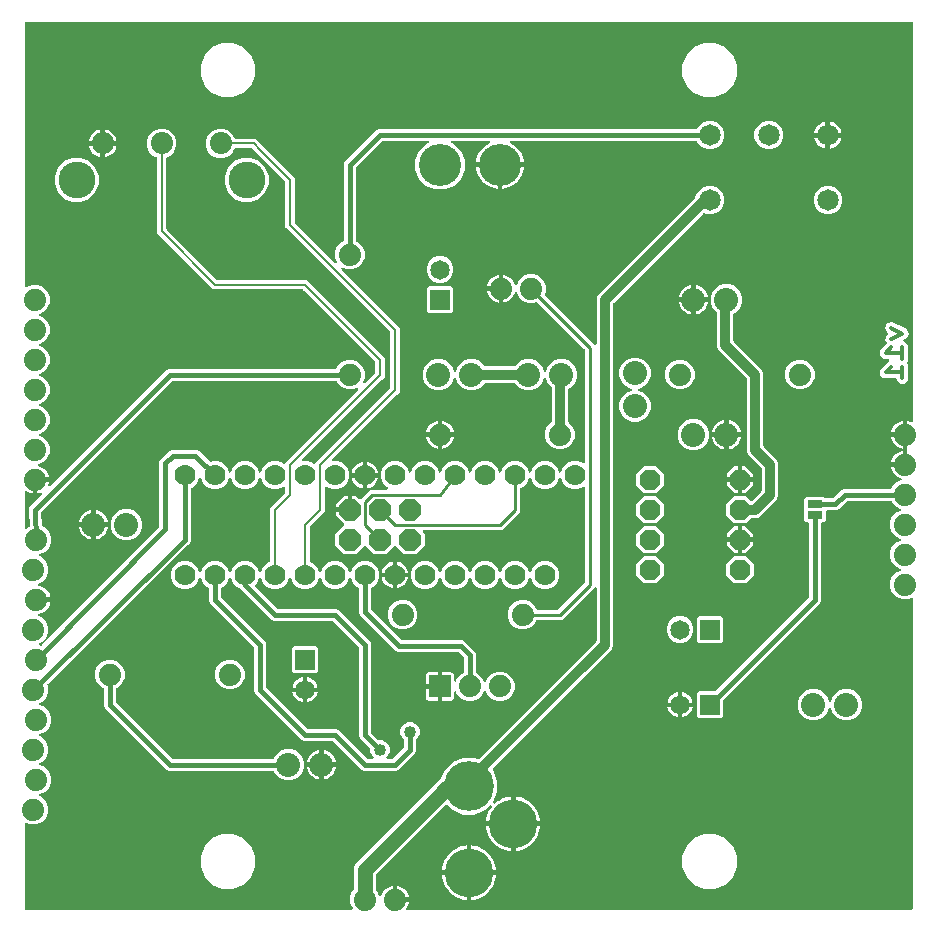
<source format=gbr>
G04 EAGLE Gerber RS-274X export*
G75*
%MOMM*%
%FSLAX34Y34*%
%LPD*%
%INBottom Copper*%
%IPPOS*%
%AMOC8*
5,1,8,0,0,1.08239X$1,22.5*%
G01*
%ADD10C,0.355600*%
%ADD11C,1.778000*%
%ADD12C,1.879600*%
%ADD13P,1.869504X8X112.500000*%
%ADD14C,4.216000*%
%ADD15C,4.114800*%
%ADD16C,2.032000*%
%ADD17C,1.651000*%
%ADD18R,1.651000X1.651000*%
%ADD19P,2.034460X8X202.500000*%
%ADD20C,3.556000*%
%ADD21R,1.879600X1.879600*%
%ADD22C,1.875000*%
%ADD23C,3.116000*%
%ADD24C,1.809600*%
%ADD25R,1.270000X0.635000*%
%ADD26C,0.406400*%
%ADD27C,0.254000*%
%ADD28C,1.016000*%
%ADD29C,0.812800*%
%ADD30C,1.270000*%
%ADD31C,0.203200*%

G36*
X280799Y4081D02*
X280799Y4081D01*
X280913Y4091D01*
X280939Y4101D01*
X280967Y4105D01*
X281072Y4152D01*
X281179Y4193D01*
X281201Y4209D01*
X281226Y4221D01*
X281314Y4295D01*
X281405Y4364D01*
X281422Y4387D01*
X281443Y4404D01*
X281507Y4500D01*
X281576Y4592D01*
X281585Y4618D01*
X281601Y4641D01*
X281635Y4751D01*
X281676Y4858D01*
X281678Y4886D01*
X281686Y4912D01*
X281689Y5027D01*
X281699Y5141D01*
X281693Y5166D01*
X281694Y5196D01*
X281627Y5453D01*
X281623Y5469D01*
X279653Y10224D01*
X279653Y15176D01*
X281548Y19751D01*
X282404Y20606D01*
X282421Y20630D01*
X282444Y20648D01*
X282476Y20697D01*
X282516Y20740D01*
X282542Y20789D01*
X282575Y20833D01*
X282585Y20861D01*
X282601Y20885D01*
X282619Y20941D01*
X282646Y20993D01*
X282654Y21041D01*
X282676Y21099D01*
X282678Y21129D01*
X282687Y21156D01*
X282690Y21255D01*
X282701Y21324D01*
X282701Y39970D01*
X284132Y43424D01*
X286919Y46211D01*
X322089Y81381D01*
X347489Y106781D01*
X354010Y113302D01*
X354042Y113345D01*
X354074Y113372D01*
X354957Y114437D01*
X355221Y114577D01*
X355451Y114743D01*
X355458Y114752D01*
X355465Y114757D01*
X355676Y114968D01*
X356218Y115192D01*
X356294Y115237D01*
X356373Y115273D01*
X356416Y115309D01*
X356463Y115337D01*
X356523Y115401D01*
X356590Y115457D01*
X356615Y115498D01*
X356658Y115544D01*
X356726Y115675D01*
X356768Y115742D01*
X359545Y122446D01*
X366332Y129233D01*
X375201Y132907D01*
X384799Y132907D01*
X387530Y131776D01*
X387532Y131775D01*
X387533Y131774D01*
X387668Y131740D01*
X387806Y131705D01*
X387807Y131705D01*
X387809Y131704D01*
X387949Y131709D01*
X388090Y131713D01*
X388091Y131713D01*
X388093Y131713D01*
X388226Y131756D01*
X388361Y131799D01*
X388362Y131800D01*
X388363Y131801D01*
X388375Y131809D01*
X388597Y131958D01*
X388616Y131981D01*
X388637Y131996D01*
X476427Y219786D01*
X487890Y231249D01*
X487942Y231319D01*
X488002Y231383D01*
X488028Y231432D01*
X488061Y231476D01*
X488092Y231558D01*
X488132Y231636D01*
X488140Y231683D01*
X488162Y231742D01*
X488174Y231889D01*
X488187Y231967D01*
X488187Y276429D01*
X488183Y276458D01*
X488186Y276487D01*
X488163Y276598D01*
X488147Y276710D01*
X488135Y276737D01*
X488130Y276766D01*
X488077Y276866D01*
X488031Y276970D01*
X488012Y276992D01*
X487999Y277018D01*
X487921Y277100D01*
X487848Y277187D01*
X487823Y277203D01*
X487803Y277224D01*
X487705Y277281D01*
X487611Y277344D01*
X487583Y277353D01*
X487558Y277368D01*
X487448Y277396D01*
X487340Y277430D01*
X487310Y277431D01*
X487282Y277438D01*
X487169Y277434D01*
X487056Y277437D01*
X487027Y277430D01*
X486998Y277429D01*
X486890Y277394D01*
X486781Y277365D01*
X486755Y277350D01*
X486727Y277341D01*
X486664Y277296D01*
X486536Y277220D01*
X486493Y277175D01*
X486454Y277147D01*
X484092Y274784D01*
X484091Y274784D01*
X458889Y249581D01*
X438062Y249581D01*
X438060Y249581D01*
X438059Y249581D01*
X437919Y249561D01*
X437780Y249541D01*
X437779Y249541D01*
X437777Y249541D01*
X437651Y249484D01*
X437521Y249425D01*
X437520Y249424D01*
X437518Y249423D01*
X437411Y249332D01*
X437304Y249242D01*
X437303Y249240D01*
X437302Y249239D01*
X437294Y249226D01*
X437146Y249005D01*
X437137Y248976D01*
X437124Y248955D01*
X436252Y246849D01*
X432751Y243348D01*
X428176Y241453D01*
X423224Y241453D01*
X418649Y243348D01*
X415148Y246849D01*
X413253Y251424D01*
X413253Y256376D01*
X415148Y260951D01*
X418649Y264452D01*
X423224Y266347D01*
X428176Y266347D01*
X432751Y264452D01*
X436252Y260951D01*
X437124Y258845D01*
X437125Y258844D01*
X437125Y258843D01*
X437196Y258723D01*
X437268Y258601D01*
X437269Y258600D01*
X437270Y258598D01*
X437374Y258501D01*
X437475Y258405D01*
X437476Y258405D01*
X437478Y258404D01*
X437603Y258339D01*
X437728Y258275D01*
X437729Y258275D01*
X437731Y258274D01*
X437746Y258272D01*
X438007Y258220D01*
X438037Y258223D01*
X438062Y258219D01*
X454891Y258219D01*
X454977Y258231D01*
X455065Y258234D01*
X455117Y258251D01*
X455172Y258259D01*
X455252Y258294D01*
X455335Y258321D01*
X455374Y258349D01*
X455431Y258375D01*
X455545Y258471D01*
X455608Y258516D01*
X477984Y280892D01*
X478036Y280961D01*
X478096Y281025D01*
X478122Y281075D01*
X478155Y281119D01*
X478186Y281200D01*
X478226Y281278D01*
X478234Y281326D01*
X478256Y281384D01*
X478268Y281532D01*
X478281Y281609D01*
X478281Y361156D01*
X478277Y361186D01*
X478280Y361215D01*
X478257Y361326D01*
X478241Y361438D01*
X478229Y361465D01*
X478224Y361494D01*
X478171Y361594D01*
X478125Y361697D01*
X478106Y361720D01*
X478092Y361746D01*
X478014Y361828D01*
X477942Y361914D01*
X477917Y361931D01*
X477896Y361952D01*
X477799Y362009D01*
X477705Y362072D01*
X477677Y362081D01*
X477651Y362096D01*
X477542Y362123D01*
X477434Y362158D01*
X477404Y362158D01*
X477376Y362166D01*
X477263Y362162D01*
X477150Y362165D01*
X477121Y362157D01*
X477091Y362156D01*
X476984Y362122D01*
X476875Y362093D01*
X476849Y362078D01*
X476821Y362069D01*
X476773Y362034D01*
X472275Y360171D01*
X467525Y360171D01*
X463137Y361989D01*
X459779Y365347D01*
X458138Y369309D01*
X458123Y369334D01*
X458114Y369362D01*
X458051Y369456D01*
X457993Y369553D01*
X457972Y369574D01*
X457956Y369598D01*
X457869Y369671D01*
X457787Y369749D01*
X457761Y369762D01*
X457738Y369781D01*
X457635Y369827D01*
X457534Y369879D01*
X457505Y369885D01*
X457478Y369896D01*
X457366Y369912D01*
X457255Y369934D01*
X457226Y369931D01*
X457197Y369935D01*
X457085Y369919D01*
X456972Y369909D01*
X456945Y369899D01*
X456916Y369895D01*
X456812Y369848D01*
X456707Y369807D01*
X456683Y369790D01*
X456656Y369778D01*
X456570Y369704D01*
X456480Y369636D01*
X456462Y369612D01*
X456440Y369593D01*
X456398Y369527D01*
X456310Y369408D01*
X456288Y369350D01*
X456262Y369309D01*
X454621Y365347D01*
X451263Y361989D01*
X446875Y360171D01*
X442125Y360171D01*
X437737Y361989D01*
X434379Y365347D01*
X432738Y369309D01*
X432723Y369334D01*
X432714Y369362D01*
X432651Y369456D01*
X432593Y369553D01*
X432572Y369574D01*
X432556Y369598D01*
X432469Y369671D01*
X432387Y369749D01*
X432361Y369762D01*
X432338Y369781D01*
X432235Y369827D01*
X432134Y369879D01*
X432105Y369885D01*
X432078Y369896D01*
X431966Y369912D01*
X431855Y369934D01*
X431826Y369931D01*
X431797Y369935D01*
X431685Y369919D01*
X431572Y369909D01*
X431545Y369899D01*
X431516Y369895D01*
X431412Y369848D01*
X431307Y369807D01*
X431283Y369790D01*
X431256Y369778D01*
X431170Y369704D01*
X431080Y369636D01*
X431062Y369612D01*
X431040Y369593D01*
X430998Y369527D01*
X430910Y369408D01*
X430888Y369350D01*
X430862Y369309D01*
X429221Y365347D01*
X425863Y361989D01*
X424045Y361236D01*
X424044Y361235D01*
X424043Y361235D01*
X423924Y361165D01*
X423801Y361092D01*
X423800Y361090D01*
X423798Y361090D01*
X423701Y360986D01*
X423605Y360885D01*
X423605Y360883D01*
X423604Y360882D01*
X423539Y360756D01*
X423475Y360632D01*
X423475Y360631D01*
X423474Y360629D01*
X423472Y360614D01*
X423420Y360353D01*
X423423Y360323D01*
X423419Y360298D01*
X423419Y341111D01*
X408189Y325881D01*
X341872Y325881D01*
X341843Y325877D01*
X341814Y325880D01*
X341703Y325857D01*
X341591Y325841D01*
X341564Y325829D01*
X341535Y325824D01*
X341434Y325771D01*
X341331Y325725D01*
X341309Y325706D01*
X341283Y325693D01*
X341201Y325615D01*
X341114Y325542D01*
X341098Y325517D01*
X341077Y325497D01*
X341019Y325399D01*
X340957Y325305D01*
X340948Y325277D01*
X340933Y325252D01*
X340905Y325142D01*
X340871Y325034D01*
X340870Y325004D01*
X340863Y324976D01*
X340866Y324863D01*
X340864Y324750D01*
X340871Y324721D01*
X340872Y324692D01*
X340907Y324584D01*
X340935Y324475D01*
X340950Y324449D01*
X340959Y324421D01*
X341005Y324357D01*
X341081Y324230D01*
X341126Y324187D01*
X341154Y324148D01*
X342647Y322656D01*
X342647Y312344D01*
X335356Y305053D01*
X325044Y305053D01*
X318218Y311880D01*
X318171Y311915D01*
X318131Y311957D01*
X318058Y312000D01*
X317991Y312051D01*
X317936Y312071D01*
X317886Y312101D01*
X317804Y312122D01*
X317725Y312152D01*
X317667Y312157D01*
X317610Y312171D01*
X317526Y312168D01*
X317442Y312175D01*
X317384Y312164D01*
X317326Y312162D01*
X317246Y312136D01*
X317163Y312120D01*
X317111Y312093D01*
X317055Y312075D01*
X316999Y312035D01*
X316911Y311989D01*
X316838Y311920D01*
X316782Y311880D01*
X309956Y305053D01*
X299644Y305053D01*
X292818Y311880D01*
X292771Y311915D01*
X292731Y311957D01*
X292658Y312000D01*
X292591Y312051D01*
X292536Y312071D01*
X292486Y312101D01*
X292404Y312122D01*
X292325Y312152D01*
X292267Y312157D01*
X292210Y312171D01*
X292126Y312168D01*
X292042Y312175D01*
X291984Y312164D01*
X291926Y312162D01*
X291846Y312136D01*
X291763Y312120D01*
X291711Y312093D01*
X291655Y312075D01*
X291599Y312035D01*
X291511Y311989D01*
X291438Y311920D01*
X291382Y311880D01*
X284556Y305053D01*
X274244Y305053D01*
X266953Y312344D01*
X266953Y322656D01*
X274139Y329841D01*
X274174Y329888D01*
X274217Y329928D01*
X274259Y330001D01*
X274310Y330068D01*
X274331Y330123D01*
X274360Y330174D01*
X274381Y330255D01*
X274411Y330334D01*
X274416Y330393D01*
X274430Y330449D01*
X274428Y330533D01*
X274435Y330617D01*
X274423Y330675D01*
X274421Y330733D01*
X274395Y330813D01*
X274379Y330896D01*
X274352Y330948D01*
X274334Y331004D01*
X274294Y331060D01*
X274248Y331149D01*
X274179Y331221D01*
X274139Y331277D01*
X267461Y337955D01*
X267461Y340869D01*
X278384Y340869D01*
X278442Y340877D01*
X278500Y340875D01*
X278582Y340897D01*
X278665Y340909D01*
X278719Y340933D01*
X278775Y340947D01*
X278848Y340990D01*
X278925Y341025D01*
X278969Y341063D01*
X279020Y341093D01*
X279077Y341154D01*
X279142Y341209D01*
X279174Y341257D01*
X279214Y341300D01*
X279253Y341375D01*
X279299Y341445D01*
X279317Y341501D01*
X279344Y341553D01*
X279355Y341621D01*
X279385Y341716D01*
X279388Y341816D01*
X279399Y341884D01*
X279399Y342901D01*
X280416Y342901D01*
X280474Y342909D01*
X280532Y342908D01*
X280614Y342929D01*
X280697Y342941D01*
X280751Y342965D01*
X280807Y342979D01*
X280880Y343022D01*
X280957Y343057D01*
X281002Y343095D01*
X281052Y343125D01*
X281110Y343186D01*
X281174Y343241D01*
X281206Y343289D01*
X281246Y343332D01*
X281285Y343407D01*
X281331Y343477D01*
X281349Y343533D01*
X281376Y343585D01*
X281387Y343653D01*
X281417Y343748D01*
X281420Y343848D01*
X281431Y343916D01*
X281431Y354839D01*
X284345Y354839D01*
X287245Y351939D01*
X287292Y351904D01*
X287332Y351861D01*
X287405Y351818D01*
X287472Y351768D01*
X287527Y351747D01*
X287578Y351717D01*
X287659Y351697D01*
X287738Y351667D01*
X287796Y351662D01*
X287853Y351647D01*
X287937Y351650D01*
X288021Y351643D01*
X288079Y351654D01*
X288137Y351656D01*
X288217Y351682D01*
X288300Y351699D01*
X288352Y351726D01*
X288408Y351744D01*
X288464Y351784D01*
X288552Y351830D01*
X288625Y351899D01*
X288681Y351939D01*
X290608Y353866D01*
X293834Y357092D01*
X296121Y359379D01*
X296149Y359416D01*
X296183Y359447D01*
X296234Y359529D01*
X296292Y359606D01*
X296309Y359649D01*
X296333Y359689D01*
X296359Y359782D01*
X296394Y359872D01*
X296397Y359918D01*
X296410Y359962D01*
X296409Y360059D01*
X296417Y360155D01*
X296408Y360200D01*
X296408Y360247D01*
X296380Y360339D01*
X296361Y360434D01*
X296340Y360475D01*
X296327Y360519D01*
X296275Y360601D01*
X296230Y360686D01*
X296198Y360720D01*
X296173Y360759D01*
X296101Y360822D01*
X296034Y360892D01*
X295995Y360916D01*
X295960Y360946D01*
X295873Y360987D01*
X295789Y361036D01*
X295744Y361047D01*
X295703Y361067D01*
X295607Y361082D01*
X295514Y361106D01*
X295468Y361105D01*
X295422Y361112D01*
X295347Y361101D01*
X295230Y361097D01*
X295150Y361071D01*
X295090Y361062D01*
X294777Y360961D01*
X294099Y360853D01*
X294099Y370111D01*
X303357Y370111D01*
X303249Y369433D01*
X302693Y367722D01*
X301876Y366119D01*
X300819Y364663D01*
X299547Y363391D01*
X298091Y362334D01*
X297120Y361839D01*
X297082Y361812D01*
X297040Y361793D01*
X296966Y361731D01*
X296887Y361675D01*
X296858Y361639D01*
X296823Y361609D01*
X296769Y361529D01*
X296708Y361454D01*
X296691Y361411D01*
X296665Y361373D01*
X296636Y361281D01*
X296598Y361192D01*
X296593Y361146D01*
X296579Y361102D01*
X296577Y361005D01*
X296565Y360909D01*
X296573Y360864D01*
X296572Y360818D01*
X296596Y360724D01*
X296612Y360629D01*
X296632Y360587D01*
X296644Y360543D01*
X296693Y360460D01*
X296735Y360372D01*
X296765Y360338D01*
X296789Y360298D01*
X296859Y360232D01*
X296923Y360160D01*
X296963Y360135D01*
X296996Y360104D01*
X297082Y360060D01*
X297164Y360008D01*
X297208Y359995D01*
X297249Y359974D01*
X297324Y359962D01*
X297437Y359929D01*
X297520Y359929D01*
X297580Y359919D01*
X310631Y359919D01*
X310716Y359931D01*
X310802Y359933D01*
X310856Y359951D01*
X310912Y359959D01*
X310991Y359994D01*
X311073Y360020D01*
X311120Y360052D01*
X311172Y360075D01*
X311237Y360130D01*
X311309Y360178D01*
X311345Y360222D01*
X311389Y360258D01*
X311436Y360330D01*
X311492Y360396D01*
X311515Y360448D01*
X311546Y360495D01*
X311572Y360577D01*
X311607Y360656D01*
X311615Y360712D01*
X311632Y360766D01*
X311634Y360852D01*
X311646Y360937D01*
X311638Y360993D01*
X311640Y361050D01*
X311618Y361133D01*
X311606Y361219D01*
X311582Y361270D01*
X311568Y361325D01*
X311524Y361399D01*
X311488Y361478D01*
X311451Y361521D01*
X311422Y361570D01*
X311360Y361629D01*
X311304Y361694D01*
X311262Y361720D01*
X311215Y361764D01*
X311086Y361830D01*
X311019Y361872D01*
X310737Y361989D01*
X307379Y365347D01*
X305561Y369735D01*
X305561Y374485D01*
X307379Y378873D01*
X310737Y382231D01*
X315125Y384049D01*
X319875Y384049D01*
X324263Y382231D01*
X327621Y378873D01*
X329262Y374911D01*
X329277Y374886D01*
X329286Y374858D01*
X329349Y374764D01*
X329407Y374667D01*
X329428Y374646D01*
X329444Y374622D01*
X329531Y374549D01*
X329613Y374471D01*
X329639Y374458D01*
X329662Y374439D01*
X329765Y374393D01*
X329866Y374341D01*
X329895Y374335D01*
X329922Y374324D01*
X330034Y374308D01*
X330145Y374286D01*
X330174Y374289D01*
X330203Y374285D01*
X330315Y374301D01*
X330428Y374311D01*
X330455Y374321D01*
X330485Y374325D01*
X330588Y374372D01*
X330693Y374413D01*
X330717Y374430D01*
X330744Y374442D01*
X330830Y374516D01*
X330920Y374584D01*
X330938Y374608D01*
X330960Y374627D01*
X331002Y374693D01*
X331090Y374812D01*
X331112Y374870D01*
X331138Y374911D01*
X332779Y378873D01*
X336137Y382231D01*
X340525Y384049D01*
X345275Y384049D01*
X349663Y382231D01*
X353021Y378873D01*
X354662Y374911D01*
X354677Y374886D01*
X354686Y374858D01*
X354749Y374764D01*
X354807Y374667D01*
X354828Y374646D01*
X354844Y374622D01*
X354931Y374549D01*
X355013Y374471D01*
X355039Y374458D01*
X355062Y374439D01*
X355165Y374393D01*
X355266Y374341D01*
X355295Y374335D01*
X355322Y374324D01*
X355434Y374308D01*
X355545Y374286D01*
X355574Y374289D01*
X355603Y374285D01*
X355715Y374301D01*
X355828Y374311D01*
X355855Y374321D01*
X355885Y374325D01*
X355988Y374372D01*
X356093Y374413D01*
X356117Y374430D01*
X356144Y374442D01*
X356230Y374516D01*
X356320Y374584D01*
X356338Y374608D01*
X356360Y374627D01*
X356402Y374693D01*
X356490Y374812D01*
X356512Y374870D01*
X356538Y374911D01*
X358179Y378873D01*
X361537Y382231D01*
X365925Y384049D01*
X370675Y384049D01*
X375063Y382231D01*
X378421Y378873D01*
X380062Y374911D01*
X380077Y374886D01*
X380086Y374858D01*
X380149Y374764D01*
X380207Y374667D01*
X380228Y374646D01*
X380244Y374622D01*
X380331Y374549D01*
X380413Y374471D01*
X380439Y374458D01*
X380462Y374439D01*
X380565Y374393D01*
X380666Y374341D01*
X380695Y374335D01*
X380722Y374324D01*
X380834Y374308D01*
X380945Y374286D01*
X380974Y374289D01*
X381003Y374285D01*
X381115Y374301D01*
X381228Y374311D01*
X381255Y374321D01*
X381284Y374325D01*
X381388Y374372D01*
X381493Y374413D01*
X381517Y374430D01*
X381544Y374442D01*
X381630Y374516D01*
X381720Y374584D01*
X381738Y374608D01*
X381760Y374627D01*
X381802Y374693D01*
X381890Y374812D01*
X381912Y374870D01*
X381938Y374911D01*
X383579Y378873D01*
X386937Y382231D01*
X391325Y384049D01*
X396075Y384049D01*
X400463Y382231D01*
X403821Y378873D01*
X405462Y374911D01*
X405477Y374886D01*
X405486Y374858D01*
X405549Y374764D01*
X405607Y374667D01*
X405628Y374646D01*
X405644Y374622D01*
X405731Y374549D01*
X405813Y374471D01*
X405839Y374458D01*
X405862Y374439D01*
X405965Y374393D01*
X406066Y374341D01*
X406095Y374336D01*
X406122Y374324D01*
X406234Y374308D01*
X406345Y374286D01*
X406374Y374289D01*
X406403Y374285D01*
X406515Y374301D01*
X406628Y374311D01*
X406655Y374321D01*
X406685Y374325D01*
X406788Y374372D01*
X406893Y374413D01*
X406917Y374430D01*
X406944Y374442D01*
X407030Y374516D01*
X407120Y374584D01*
X407138Y374608D01*
X407160Y374627D01*
X407202Y374693D01*
X407290Y374812D01*
X407312Y374871D01*
X407338Y374911D01*
X408979Y378873D01*
X412337Y382231D01*
X416725Y384049D01*
X421475Y384049D01*
X425863Y382231D01*
X429221Y378873D01*
X430862Y374911D01*
X430877Y374886D01*
X430886Y374858D01*
X430949Y374764D01*
X431007Y374667D01*
X431028Y374646D01*
X431044Y374622D01*
X431131Y374549D01*
X431213Y374471D01*
X431239Y374458D01*
X431262Y374439D01*
X431365Y374393D01*
X431466Y374341D01*
X431495Y374336D01*
X431522Y374324D01*
X431634Y374308D01*
X431745Y374286D01*
X431774Y374289D01*
X431803Y374285D01*
X431915Y374301D01*
X432028Y374311D01*
X432055Y374321D01*
X432085Y374325D01*
X432188Y374372D01*
X432293Y374413D01*
X432317Y374430D01*
X432344Y374442D01*
X432430Y374516D01*
X432520Y374584D01*
X432538Y374608D01*
X432560Y374627D01*
X432602Y374693D01*
X432690Y374812D01*
X432712Y374871D01*
X432738Y374911D01*
X434379Y378873D01*
X437737Y382231D01*
X442125Y384049D01*
X446875Y384049D01*
X451263Y382231D01*
X454621Y378873D01*
X456262Y374911D01*
X456277Y374886D01*
X456286Y374858D01*
X456349Y374764D01*
X456407Y374667D01*
X456428Y374646D01*
X456444Y374622D01*
X456531Y374549D01*
X456613Y374471D01*
X456639Y374458D01*
X456662Y374439D01*
X456765Y374393D01*
X456866Y374341D01*
X456895Y374336D01*
X456922Y374324D01*
X457034Y374308D01*
X457145Y374286D01*
X457174Y374289D01*
X457203Y374285D01*
X457315Y374301D01*
X457428Y374311D01*
X457455Y374321D01*
X457485Y374325D01*
X457588Y374372D01*
X457693Y374413D01*
X457717Y374430D01*
X457744Y374442D01*
X457830Y374516D01*
X457920Y374584D01*
X457938Y374608D01*
X457960Y374627D01*
X458002Y374693D01*
X458090Y374812D01*
X458112Y374871D01*
X458138Y374911D01*
X459779Y378873D01*
X463137Y382231D01*
X467525Y384049D01*
X472275Y384049D01*
X476747Y382196D01*
X476775Y382175D01*
X476802Y382165D01*
X476827Y382148D01*
X476935Y382114D01*
X477040Y382074D01*
X477070Y382071D01*
X477098Y382062D01*
X477211Y382059D01*
X477324Y382050D01*
X477353Y382056D01*
X477382Y382055D01*
X477492Y382084D01*
X477602Y382106D01*
X477629Y382119D01*
X477657Y382127D01*
X477754Y382184D01*
X477855Y382237D01*
X477876Y382257D01*
X477902Y382272D01*
X477979Y382354D01*
X478061Y382432D01*
X478076Y382458D01*
X478096Y382479D01*
X478148Y382580D01*
X478205Y382678D01*
X478212Y382706D01*
X478226Y382733D01*
X478239Y382810D01*
X478275Y382953D01*
X478273Y383016D01*
X478281Y383064D01*
X478281Y477891D01*
X478269Y477977D01*
X478266Y478065D01*
X478249Y478117D01*
X478241Y478172D01*
X478206Y478252D01*
X478179Y478335D01*
X478151Y478374D01*
X478125Y478431D01*
X478029Y478545D01*
X477984Y478608D01*
X438387Y518205D01*
X438386Y518206D01*
X438385Y518207D01*
X438267Y518296D01*
X438160Y518376D01*
X438159Y518377D01*
X438157Y518378D01*
X438024Y518428D01*
X437894Y518477D01*
X437893Y518477D01*
X437891Y518478D01*
X437747Y518490D01*
X437611Y518501D01*
X437610Y518501D01*
X437608Y518501D01*
X437592Y518497D01*
X437332Y518445D01*
X437305Y518431D01*
X437281Y518425D01*
X435176Y517553D01*
X430224Y517553D01*
X425649Y519448D01*
X422148Y522949D01*
X420631Y526611D01*
X420596Y526671D01*
X420570Y526735D01*
X420524Y526793D01*
X420487Y526856D01*
X420437Y526904D01*
X420394Y526958D01*
X420334Y527001D01*
X420280Y527051D01*
X420219Y527083D01*
X420162Y527123D01*
X420093Y527148D01*
X420027Y527182D01*
X419960Y527195D01*
X419894Y527218D01*
X419821Y527222D01*
X419748Y527237D01*
X419680Y527231D01*
X419611Y527235D01*
X419539Y527219D01*
X419465Y527212D01*
X419401Y527187D01*
X419333Y527172D01*
X419269Y527137D01*
X419200Y527110D01*
X419145Y527069D01*
X419084Y527035D01*
X419032Y526983D01*
X418973Y526939D01*
X418932Y526883D01*
X418883Y526834D01*
X418854Y526779D01*
X418803Y526711D01*
X418762Y526603D01*
X418728Y526537D01*
X418364Y525417D01*
X417511Y523743D01*
X416406Y522222D01*
X415078Y520894D01*
X413557Y519789D01*
X411883Y518936D01*
X410096Y518355D01*
X409331Y518234D01*
X409331Y528984D01*
X409324Y529036D01*
X409325Y529065D01*
X409324Y529068D01*
X409325Y529100D01*
X409303Y529182D01*
X409291Y529265D01*
X409267Y529319D01*
X409253Y529375D01*
X409210Y529448D01*
X409175Y529525D01*
X409137Y529569D01*
X409107Y529620D01*
X409046Y529677D01*
X408991Y529742D01*
X408943Y529774D01*
X408900Y529814D01*
X408825Y529853D01*
X408755Y529899D01*
X408699Y529917D01*
X408647Y529944D01*
X408579Y529955D01*
X408484Y529985D01*
X408384Y529988D01*
X408316Y529999D01*
X407299Y529999D01*
X407299Y530001D01*
X408316Y530001D01*
X408374Y530009D01*
X408432Y530008D01*
X408514Y530029D01*
X408597Y530041D01*
X408651Y530065D01*
X408707Y530079D01*
X408780Y530122D01*
X408857Y530157D01*
X408902Y530195D01*
X408952Y530225D01*
X409010Y530286D01*
X409074Y530341D01*
X409106Y530389D01*
X409146Y530432D01*
X409185Y530507D01*
X409231Y530577D01*
X409249Y530633D01*
X409276Y530685D01*
X409287Y530753D01*
X409317Y530848D01*
X409320Y530948D01*
X409331Y531016D01*
X409331Y541766D01*
X410096Y541645D01*
X411883Y541064D01*
X413557Y540211D01*
X415078Y539106D01*
X416406Y537778D01*
X417511Y536257D01*
X418364Y534583D01*
X418728Y533463D01*
X418758Y533401D01*
X418779Y533335D01*
X418820Y533274D01*
X418853Y533208D01*
X418899Y533157D01*
X418938Y533099D01*
X418994Y533052D01*
X419043Y532997D01*
X419102Y532961D01*
X419155Y532916D01*
X419222Y532886D01*
X419285Y532847D01*
X419352Y532829D01*
X419415Y532801D01*
X419488Y532791D01*
X419559Y532771D01*
X419628Y532771D01*
X419697Y532762D01*
X419769Y532772D01*
X419843Y532773D01*
X419910Y532793D01*
X419978Y532802D01*
X420045Y532833D01*
X420116Y532854D01*
X420174Y532891D01*
X420237Y532920D01*
X420293Y532967D01*
X420355Y533007D01*
X420401Y533059D01*
X420453Y533104D01*
X420486Y533157D01*
X420543Y533221D01*
X420592Y533325D01*
X420631Y533389D01*
X422148Y537051D01*
X425649Y540552D01*
X430224Y542447D01*
X435176Y542447D01*
X439751Y540552D01*
X443252Y537051D01*
X445147Y532476D01*
X445147Y527524D01*
X444275Y525419D01*
X444274Y525418D01*
X444274Y525416D01*
X444239Y525282D01*
X444204Y525144D01*
X444204Y525142D01*
X444204Y525141D01*
X444208Y524997D01*
X444212Y524860D01*
X444212Y524858D01*
X444213Y524857D01*
X444257Y524720D01*
X444299Y524589D01*
X444300Y524588D01*
X444300Y524586D01*
X444309Y524574D01*
X444457Y524353D01*
X444480Y524333D01*
X444495Y524313D01*
X486454Y482353D01*
X486478Y482336D01*
X486497Y482313D01*
X486591Y482250D01*
X486681Y482183D01*
X486709Y482172D01*
X486733Y482156D01*
X486841Y482122D01*
X486947Y482081D01*
X486976Y482079D01*
X487004Y482070D01*
X487118Y482067D01*
X487230Y482058D01*
X487259Y482064D01*
X487288Y482063D01*
X487398Y482091D01*
X487509Y482114D01*
X487535Y482127D01*
X487563Y482135D01*
X487661Y482192D01*
X487761Y482245D01*
X487783Y482265D01*
X487808Y482280D01*
X487885Y482362D01*
X487967Y482440D01*
X487982Y482466D01*
X488002Y482487D01*
X488054Y482588D01*
X488111Y482686D01*
X488118Y482714D01*
X488132Y482740D01*
X488145Y482818D01*
X488181Y482961D01*
X488179Y483024D01*
X488187Y483071D01*
X488187Y522115D01*
X489270Y524729D01*
X552627Y588086D01*
X571729Y607188D01*
X571748Y607213D01*
X571771Y607233D01*
X571813Y607300D01*
X571900Y607415D01*
X571923Y607476D01*
X571949Y607518D01*
X573745Y611852D01*
X577148Y615255D01*
X581594Y617097D01*
X586406Y617097D01*
X590852Y615255D01*
X594255Y611852D01*
X596097Y607406D01*
X596097Y602594D01*
X594255Y598148D01*
X590852Y594745D01*
X586406Y592903D01*
X581594Y592903D01*
X579370Y593825D01*
X579368Y593825D01*
X579367Y593826D01*
X579233Y593860D01*
X579094Y593895D01*
X579093Y593895D01*
X579091Y593896D01*
X578951Y593891D01*
X578810Y593887D01*
X578809Y593887D01*
X578807Y593887D01*
X578674Y593844D01*
X578540Y593801D01*
X578538Y593800D01*
X578537Y593799D01*
X578525Y593791D01*
X578303Y593642D01*
X578284Y593619D01*
X578263Y593604D01*
X562686Y578027D01*
X502710Y518051D01*
X502658Y517981D01*
X502598Y517917D01*
X502572Y517868D01*
X502539Y517824D01*
X502508Y517742D01*
X502468Y517664D01*
X502460Y517617D01*
X502438Y517558D01*
X502426Y517411D01*
X502413Y517333D01*
X502413Y227185D01*
X501330Y224571D01*
X486486Y209727D01*
X400548Y123789D01*
X400513Y123742D01*
X400470Y123702D01*
X400428Y123629D01*
X400377Y123562D01*
X400356Y123507D01*
X400327Y123457D01*
X400306Y123375D01*
X400276Y123296D01*
X400271Y123238D01*
X400257Y123181D01*
X400259Y123097D01*
X400252Y123013D01*
X400264Y122956D01*
X400266Y122897D01*
X400292Y122817D01*
X400308Y122734D01*
X400335Y122682D01*
X400353Y122627D01*
X400393Y122570D01*
X400439Y122482D01*
X400441Y122479D01*
X404129Y113577D01*
X404129Y103979D01*
X400582Y95416D01*
X400575Y95387D01*
X400561Y95362D01*
X400539Y95250D01*
X400511Y95140D01*
X400512Y95111D01*
X400506Y95083D01*
X400516Y94970D01*
X400519Y94856D01*
X400528Y94829D01*
X400530Y94800D01*
X400571Y94694D01*
X400606Y94585D01*
X400622Y94561D01*
X400632Y94534D01*
X400701Y94444D01*
X400764Y94349D01*
X400786Y94331D01*
X400804Y94307D01*
X400895Y94239D01*
X400982Y94166D01*
X401008Y94155D01*
X401032Y94137D01*
X401138Y94097D01*
X401241Y94051D01*
X401270Y94047D01*
X401297Y94037D01*
X401410Y94027D01*
X401523Y94012D01*
X401552Y94016D01*
X401581Y94014D01*
X401692Y94036D01*
X401804Y94053D01*
X401831Y94065D01*
X401859Y94070D01*
X401928Y94108D01*
X402063Y94170D01*
X402111Y94210D01*
X402153Y94233D01*
X404219Y95881D01*
X405377Y96609D01*
X406417Y97262D01*
X408756Y98389D01*
X411207Y99246D01*
X413738Y99824D01*
X415585Y100032D01*
X415585Y79031D01*
X394584Y79031D01*
X394792Y80878D01*
X395370Y83409D01*
X396227Y85860D01*
X396228Y85861D01*
X397354Y88199D01*
X398735Y90397D01*
X399248Y91040D01*
X399291Y91114D01*
X399343Y91182D01*
X399363Y91236D01*
X399392Y91285D01*
X399413Y91368D01*
X399444Y91448D01*
X399449Y91505D01*
X399463Y91560D01*
X399460Y91646D01*
X399467Y91731D01*
X399456Y91787D01*
X399455Y91844D01*
X399428Y91926D01*
X399412Y92010D01*
X399385Y92061D01*
X399368Y92115D01*
X399320Y92186D01*
X399281Y92262D01*
X399241Y92304D01*
X399209Y92351D01*
X399144Y92406D01*
X399085Y92468D01*
X399036Y92497D01*
X398992Y92534D01*
X398913Y92569D01*
X398840Y92612D01*
X398784Y92626D01*
X398732Y92649D01*
X398647Y92661D01*
X398564Y92682D01*
X398507Y92680D01*
X398450Y92688D01*
X398365Y92676D01*
X398280Y92673D01*
X398226Y92656D01*
X398169Y92647D01*
X398091Y92612D01*
X398009Y92586D01*
X397969Y92557D01*
X397910Y92530D01*
X397827Y92456D01*
X397736Y92391D01*
X393668Y88323D01*
X384799Y84649D01*
X375201Y84649D01*
X366332Y88323D01*
X361691Y92964D01*
X361645Y92999D01*
X361604Y93041D01*
X361531Y93084D01*
X361464Y93135D01*
X361409Y93155D01*
X361359Y93185D01*
X361277Y93206D01*
X361198Y93236D01*
X361140Y93241D01*
X361083Y93255D01*
X360999Y93252D01*
X360915Y93259D01*
X360858Y93248D01*
X360799Y93246D01*
X360719Y93220D01*
X360636Y93203D01*
X360584Y93176D01*
X360529Y93158D01*
X360473Y93118D01*
X360384Y93072D01*
X360312Y93004D01*
X360255Y92964D01*
X335381Y68089D01*
X301796Y34504D01*
X301744Y34435D01*
X301684Y34371D01*
X301658Y34321D01*
X301625Y34277D01*
X301594Y34195D01*
X301554Y34117D01*
X301546Y34070D01*
X301524Y34011D01*
X301512Y33864D01*
X301499Y33786D01*
X301499Y21324D01*
X301507Y21265D01*
X301506Y21208D01*
X301513Y21180D01*
X301514Y21150D01*
X301531Y21097D01*
X301539Y21043D01*
X301563Y20989D01*
X301577Y20933D01*
X301592Y20908D01*
X301601Y20880D01*
X301629Y20840D01*
X301655Y20783D01*
X301693Y20738D01*
X301723Y20688D01*
X301768Y20645D01*
X301796Y20606D01*
X302652Y19751D01*
X304169Y16089D01*
X304204Y16029D01*
X304230Y15965D01*
X304276Y15907D01*
X304313Y15844D01*
X304363Y15796D01*
X304406Y15742D01*
X304466Y15699D01*
X304520Y15649D01*
X304581Y15617D01*
X304638Y15577D01*
X304707Y15552D01*
X304773Y15518D01*
X304840Y15505D01*
X304906Y15482D01*
X304979Y15478D01*
X305052Y15463D01*
X305120Y15469D01*
X305189Y15465D01*
X305261Y15481D01*
X305335Y15488D01*
X305399Y15513D01*
X305467Y15528D01*
X305531Y15563D01*
X305600Y15590D01*
X305655Y15631D01*
X305716Y15665D01*
X305768Y15717D01*
X305827Y15761D01*
X305868Y15817D01*
X305917Y15866D01*
X305946Y15921D01*
X305997Y15989D01*
X306038Y16097D01*
X306072Y16163D01*
X306436Y17283D01*
X307289Y18957D01*
X308394Y20478D01*
X309722Y21806D01*
X311243Y22911D01*
X312917Y23764D01*
X314704Y24345D01*
X315469Y24466D01*
X315469Y13716D01*
X315477Y13658D01*
X315475Y13600D01*
X315497Y13518D01*
X315509Y13435D01*
X315533Y13381D01*
X315547Y13325D01*
X315590Y13252D01*
X315625Y13175D01*
X315663Y13131D01*
X315693Y13080D01*
X315754Y13023D01*
X315809Y12958D01*
X315857Y12926D01*
X315900Y12886D01*
X315975Y12847D01*
X316045Y12801D01*
X316101Y12783D01*
X316153Y12756D01*
X316221Y12745D01*
X316316Y12715D01*
X316416Y12712D01*
X316484Y12701D01*
X317501Y12701D01*
X317501Y11684D01*
X317509Y11626D01*
X317508Y11568D01*
X317529Y11486D01*
X317541Y11403D01*
X317565Y11349D01*
X317579Y11293D01*
X317622Y11220D01*
X317657Y11143D01*
X317695Y11098D01*
X317725Y11048D01*
X317786Y10990D01*
X317841Y10926D01*
X317889Y10894D01*
X317932Y10854D01*
X318007Y10815D01*
X318077Y10769D01*
X318133Y10751D01*
X318185Y10724D01*
X318253Y10713D01*
X318348Y10683D01*
X318448Y10680D01*
X318516Y10669D01*
X329266Y10669D01*
X329145Y9904D01*
X328564Y8117D01*
X327711Y6443D01*
X327154Y5677D01*
X327111Y5595D01*
X327060Y5519D01*
X327045Y5470D01*
X327021Y5426D01*
X327002Y5336D01*
X326974Y5248D01*
X326973Y5197D01*
X326963Y5147D01*
X326969Y5056D01*
X326967Y4964D01*
X326980Y4915D01*
X326984Y4864D01*
X327016Y4777D01*
X327039Y4689D01*
X327065Y4645D01*
X327083Y4597D01*
X327137Y4523D01*
X327184Y4444D01*
X327221Y4409D01*
X327251Y4369D01*
X327324Y4313D01*
X327392Y4250D01*
X327437Y4227D01*
X327477Y4196D01*
X327563Y4162D01*
X327645Y4120D01*
X327689Y4113D01*
X327742Y4092D01*
X327900Y4077D01*
X327976Y4065D01*
X754920Y4065D01*
X754978Y4073D01*
X755036Y4071D01*
X755118Y4093D01*
X755202Y4105D01*
X755255Y4128D01*
X755311Y4143D01*
X755384Y4186D01*
X755461Y4221D01*
X755506Y4259D01*
X755556Y4288D01*
X755614Y4350D01*
X755678Y4404D01*
X755710Y4453D01*
X755750Y4496D01*
X755789Y4571D01*
X755836Y4641D01*
X755853Y4697D01*
X755880Y4749D01*
X755891Y4817D01*
X755921Y4912D01*
X755924Y5012D01*
X755935Y5080D01*
X755935Y267157D01*
X755919Y267271D01*
X755909Y267385D01*
X755899Y267411D01*
X755895Y267438D01*
X755848Y267543D01*
X755807Y267650D01*
X755791Y267672D01*
X755779Y267698D01*
X755705Y267785D01*
X755636Y267877D01*
X755613Y267894D01*
X755596Y267915D01*
X755500Y267978D01*
X755408Y268047D01*
X755382Y268057D01*
X755359Y268072D01*
X755249Y268107D01*
X755142Y268147D01*
X755114Y268150D01*
X755088Y268158D01*
X754973Y268161D01*
X754859Y268170D01*
X754834Y268165D01*
X754804Y268165D01*
X754547Y268098D01*
X754531Y268095D01*
X751776Y266953D01*
X746824Y266953D01*
X742249Y268848D01*
X738748Y272349D01*
X736853Y276924D01*
X736853Y281876D01*
X738748Y286451D01*
X742249Y289952D01*
X745171Y291162D01*
X745196Y291177D01*
X745224Y291186D01*
X745319Y291249D01*
X745416Y291307D01*
X745436Y291328D01*
X745461Y291344D01*
X745534Y291431D01*
X745611Y291513D01*
X745625Y291539D01*
X745644Y291562D01*
X745690Y291665D01*
X745741Y291766D01*
X745747Y291795D01*
X745759Y291822D01*
X745775Y291934D01*
X745796Y292045D01*
X745794Y292074D01*
X745798Y292103D01*
X745782Y292215D01*
X745772Y292328D01*
X745761Y292355D01*
X745757Y292384D01*
X745711Y292488D01*
X745670Y292593D01*
X745652Y292617D01*
X745640Y292644D01*
X745567Y292730D01*
X745498Y292820D01*
X745475Y292838D01*
X745456Y292860D01*
X745389Y292902D01*
X745271Y292990D01*
X745212Y293012D01*
X745171Y293038D01*
X742249Y294248D01*
X738748Y297749D01*
X736853Y302324D01*
X736853Y307276D01*
X738748Y311851D01*
X742249Y315352D01*
X745171Y316562D01*
X745196Y316577D01*
X745224Y316586D01*
X745319Y316649D01*
X745416Y316707D01*
X745436Y316728D01*
X745461Y316744D01*
X745534Y316831D01*
X745611Y316913D01*
X745625Y316939D01*
X745644Y316962D01*
X745690Y317065D01*
X745741Y317166D01*
X745747Y317195D01*
X745759Y317222D01*
X745775Y317334D01*
X745796Y317445D01*
X745794Y317474D01*
X745798Y317503D01*
X745782Y317615D01*
X745772Y317728D01*
X745761Y317755D01*
X745757Y317784D01*
X745711Y317888D01*
X745670Y317993D01*
X745652Y318017D01*
X745640Y318044D01*
X745567Y318130D01*
X745498Y318220D01*
X745475Y318238D01*
X745456Y318260D01*
X745389Y318302D01*
X745271Y318390D01*
X745212Y318412D01*
X745171Y318438D01*
X742249Y319648D01*
X738748Y323149D01*
X736853Y327724D01*
X736853Y332676D01*
X738748Y337251D01*
X742249Y340752D01*
X745171Y341962D01*
X745196Y341977D01*
X745224Y341986D01*
X745319Y342049D01*
X745416Y342107D01*
X745436Y342128D01*
X745461Y342144D01*
X745534Y342231D01*
X745611Y342313D01*
X745625Y342339D01*
X745644Y342362D01*
X745689Y342465D01*
X745741Y342566D01*
X745747Y342595D01*
X745759Y342622D01*
X745775Y342734D01*
X745796Y342845D01*
X745794Y342874D01*
X745798Y342903D01*
X745782Y343015D01*
X745772Y343128D01*
X745761Y343155D01*
X745757Y343184D01*
X745711Y343288D01*
X745670Y343393D01*
X745652Y343417D01*
X745640Y343444D01*
X745567Y343530D01*
X745498Y343620D01*
X745475Y343638D01*
X745456Y343660D01*
X745389Y343702D01*
X745271Y343790D01*
X745212Y343812D01*
X745171Y343838D01*
X742249Y345048D01*
X738748Y348549D01*
X738192Y349893D01*
X738191Y349894D01*
X738191Y349895D01*
X738120Y350014D01*
X738047Y350137D01*
X738046Y350138D01*
X738045Y350140D01*
X737941Y350237D01*
X737841Y350333D01*
X737839Y350333D01*
X737838Y350334D01*
X737712Y350399D01*
X737588Y350463D01*
X737586Y350463D01*
X737585Y350464D01*
X737570Y350466D01*
X737309Y350518D01*
X737279Y350515D01*
X737254Y350519D01*
X701025Y350519D01*
X700938Y350507D01*
X700851Y350504D01*
X700798Y350487D01*
X700744Y350479D01*
X700664Y350444D01*
X700581Y350417D01*
X700541Y350389D01*
X700484Y350363D01*
X700371Y350267D01*
X700307Y350222D01*
X693178Y343093D01*
X691311Y342319D01*
X683514Y342319D01*
X683456Y342311D01*
X683398Y342313D01*
X683316Y342291D01*
X683232Y342279D01*
X683179Y342256D01*
X683123Y342241D01*
X683050Y342198D01*
X682973Y342163D01*
X682928Y342125D01*
X682878Y342096D01*
X682820Y342034D01*
X682756Y341980D01*
X682724Y341931D01*
X682684Y341888D01*
X682645Y341813D01*
X682598Y341743D01*
X682581Y341687D01*
X682554Y341635D01*
X682543Y341567D01*
X682513Y341472D01*
X682510Y341372D01*
X682499Y341304D01*
X682499Y333962D01*
X680713Y332176D01*
X679196Y332176D01*
X679138Y332168D01*
X679080Y332170D01*
X678998Y332148D01*
X678914Y332136D01*
X678861Y332113D01*
X678805Y332098D01*
X678732Y332055D01*
X678655Y332020D01*
X678610Y331982D01*
X678560Y331953D01*
X678502Y331891D01*
X678438Y331837D01*
X678406Y331788D01*
X678366Y331745D01*
X678327Y331670D01*
X678280Y331600D01*
X678263Y331544D01*
X678236Y331492D01*
X678225Y331424D01*
X678195Y331329D01*
X678192Y331229D01*
X678181Y331161D01*
X678181Y265689D01*
X677407Y263822D01*
X595801Y182216D01*
X595749Y182146D01*
X595689Y182082D01*
X595663Y182033D01*
X595630Y181989D01*
X595599Y181907D01*
X595559Y181829D01*
X595551Y181781D01*
X595529Y181723D01*
X595517Y181575D01*
X595504Y181498D01*
X595504Y168282D01*
X593718Y166496D01*
X574682Y166496D01*
X572896Y168282D01*
X572896Y187318D01*
X574682Y189104D01*
X587898Y189104D01*
X587985Y189116D01*
X588072Y189119D01*
X588125Y189136D01*
X588179Y189144D01*
X588259Y189179D01*
X588342Y189206D01*
X588382Y189234D01*
X588439Y189260D01*
X588552Y189356D01*
X588616Y189401D01*
X667722Y268507D01*
X667774Y268577D01*
X667834Y268641D01*
X667860Y268690D01*
X667893Y268734D01*
X667924Y268816D01*
X667964Y268894D01*
X667972Y268942D01*
X667994Y269000D01*
X668006Y269148D01*
X668019Y269225D01*
X668019Y331161D01*
X668011Y331219D01*
X668013Y331277D01*
X667991Y331359D01*
X667979Y331443D01*
X667956Y331496D01*
X667941Y331552D01*
X667898Y331625D01*
X667863Y331702D01*
X667825Y331747D01*
X667796Y331797D01*
X667734Y331855D01*
X667680Y331919D01*
X667631Y331951D01*
X667588Y331991D01*
X667513Y332030D01*
X667443Y332077D01*
X667387Y332094D01*
X667335Y332121D01*
X667267Y332132D01*
X667172Y332162D01*
X667072Y332165D01*
X667004Y332176D01*
X665487Y332176D01*
X663701Y333962D01*
X663701Y351838D01*
X665487Y353624D01*
X680713Y353624D01*
X681558Y352778D01*
X681628Y352726D01*
X681692Y352666D01*
X681742Y352640D01*
X681786Y352607D01*
X681867Y352576D01*
X681945Y352536D01*
X681993Y352528D01*
X682051Y352506D01*
X682199Y352494D01*
X682276Y352481D01*
X687775Y352481D01*
X687862Y352493D01*
X687949Y352496D01*
X688002Y352513D01*
X688056Y352521D01*
X688136Y352556D01*
X688219Y352583D01*
X688259Y352611D01*
X688316Y352637D01*
X688429Y352733D01*
X688493Y352778D01*
X695622Y359907D01*
X697489Y360681D01*
X737254Y360681D01*
X737255Y360681D01*
X737257Y360681D01*
X737396Y360701D01*
X737535Y360721D01*
X737537Y360721D01*
X737538Y360721D01*
X737664Y360778D01*
X737795Y360837D01*
X737796Y360838D01*
X737797Y360839D01*
X737905Y360930D01*
X738012Y361020D01*
X738013Y361022D01*
X738014Y361023D01*
X738022Y361036D01*
X738169Y361257D01*
X738179Y361286D01*
X738192Y361307D01*
X738748Y362651D01*
X742249Y366152D01*
X745911Y367669D01*
X745971Y367704D01*
X746035Y367730D01*
X746093Y367776D01*
X746156Y367813D01*
X746204Y367863D01*
X746258Y367906D01*
X746301Y367966D01*
X746351Y368020D01*
X746383Y368081D01*
X746423Y368138D01*
X746448Y368207D01*
X746482Y368273D01*
X746495Y368340D01*
X746518Y368406D01*
X746522Y368479D01*
X746537Y368552D01*
X746531Y368620D01*
X746535Y368689D01*
X746519Y368761D01*
X746512Y368835D01*
X746487Y368899D01*
X746472Y368967D01*
X746437Y369031D01*
X746410Y369100D01*
X746369Y369155D01*
X746335Y369216D01*
X746283Y369268D01*
X746239Y369327D01*
X746183Y369368D01*
X746134Y369417D01*
X746079Y369446D01*
X746011Y369497D01*
X745903Y369538D01*
X745837Y369572D01*
X744717Y369936D01*
X743043Y370789D01*
X741522Y371894D01*
X740194Y373222D01*
X739089Y374743D01*
X738236Y376417D01*
X737655Y378204D01*
X737534Y378969D01*
X748284Y378969D01*
X748342Y378977D01*
X748400Y378975D01*
X748482Y378997D01*
X748565Y379009D01*
X748619Y379033D01*
X748675Y379047D01*
X748748Y379090D01*
X748825Y379125D01*
X748869Y379163D01*
X748920Y379193D01*
X748977Y379254D01*
X749042Y379309D01*
X749074Y379357D01*
X749114Y379400D01*
X749153Y379475D01*
X749199Y379545D01*
X749217Y379601D01*
X749244Y379653D01*
X749255Y379721D01*
X749285Y379816D01*
X749288Y379916D01*
X749299Y379984D01*
X749299Y381001D01*
X750316Y381001D01*
X750374Y381009D01*
X750432Y381008D01*
X750514Y381029D01*
X750597Y381041D01*
X750651Y381065D01*
X750707Y381079D01*
X750780Y381122D01*
X750857Y381157D01*
X750902Y381195D01*
X750952Y381225D01*
X751010Y381286D01*
X751074Y381341D01*
X751106Y381389D01*
X751146Y381432D01*
X751185Y381507D01*
X751231Y381577D01*
X751249Y381633D01*
X751276Y381685D01*
X751287Y381753D01*
X751317Y381848D01*
X751320Y381948D01*
X751331Y382016D01*
X751331Y405384D01*
X751323Y405442D01*
X751325Y405500D01*
X751303Y405582D01*
X751291Y405665D01*
X751267Y405719D01*
X751253Y405775D01*
X751210Y405848D01*
X751175Y405925D01*
X751137Y405969D01*
X751107Y406020D01*
X751046Y406077D01*
X750991Y406142D01*
X750943Y406174D01*
X750900Y406214D01*
X750825Y406253D01*
X750755Y406299D01*
X750699Y406317D01*
X750647Y406344D01*
X750579Y406355D01*
X750484Y406385D01*
X750384Y406388D01*
X750316Y406399D01*
X749299Y406399D01*
X749299Y406401D01*
X750316Y406401D01*
X750374Y406409D01*
X750432Y406408D01*
X750514Y406429D01*
X750597Y406441D01*
X750651Y406465D01*
X750707Y406479D01*
X750780Y406522D01*
X750857Y406557D01*
X750902Y406595D01*
X750952Y406625D01*
X751010Y406686D01*
X751074Y406741D01*
X751106Y406789D01*
X751146Y406832D01*
X751185Y406907D01*
X751231Y406977D01*
X751249Y407033D01*
X751276Y407085D01*
X751287Y407153D01*
X751317Y407248D01*
X751320Y407348D01*
X751331Y407416D01*
X751331Y418166D01*
X752096Y418045D01*
X753883Y417464D01*
X754459Y417170D01*
X754471Y417166D01*
X754481Y417160D01*
X754606Y417120D01*
X754728Y417078D01*
X754740Y417078D01*
X754752Y417074D01*
X754882Y417070D01*
X755012Y417064D01*
X755024Y417067D01*
X755036Y417066D01*
X755162Y417099D01*
X755289Y417129D01*
X755300Y417135D01*
X755311Y417138D01*
X755423Y417204D01*
X755536Y417268D01*
X755545Y417277D01*
X755556Y417284D01*
X755645Y417378D01*
X755736Y417471D01*
X755742Y417482D01*
X755750Y417491D01*
X755810Y417607D01*
X755871Y417721D01*
X755874Y417733D01*
X755880Y417744D01*
X755890Y417806D01*
X755932Y417999D01*
X755930Y418041D01*
X755935Y418075D01*
X755935Y754920D01*
X755927Y754978D01*
X755929Y755036D01*
X755907Y755118D01*
X755895Y755202D01*
X755872Y755255D01*
X755857Y755311D01*
X755814Y755384D01*
X755779Y755461D01*
X755741Y755506D01*
X755712Y755556D01*
X755650Y755614D01*
X755596Y755678D01*
X755547Y755710D01*
X755504Y755750D01*
X755429Y755789D01*
X755359Y755836D01*
X755303Y755853D01*
X755251Y755880D01*
X755183Y755891D01*
X755088Y755921D01*
X754988Y755924D01*
X754920Y755935D01*
X5080Y755935D01*
X5022Y755927D01*
X4964Y755929D01*
X4882Y755907D01*
X4798Y755895D01*
X4745Y755872D01*
X4689Y755857D01*
X4616Y755814D01*
X4539Y755779D01*
X4494Y755741D01*
X4444Y755712D01*
X4386Y755650D01*
X4322Y755596D01*
X4290Y755547D01*
X4250Y755504D01*
X4211Y755429D01*
X4164Y755359D01*
X4147Y755303D01*
X4120Y755251D01*
X4109Y755183D01*
X4079Y755088D01*
X4076Y754988D01*
X4065Y754920D01*
X4065Y532115D01*
X4081Y532001D01*
X4091Y531887D01*
X4101Y531861D01*
X4105Y531833D01*
X4152Y531728D01*
X4193Y531621D01*
X4209Y531599D01*
X4221Y531574D01*
X4295Y531486D01*
X4364Y531395D01*
X4387Y531378D01*
X4404Y531357D01*
X4500Y531293D01*
X4592Y531224D01*
X4618Y531215D01*
X4641Y531199D01*
X4751Y531165D01*
X4858Y531124D01*
X4886Y531122D01*
X4912Y531114D01*
X5027Y531111D01*
X5141Y531101D01*
X5166Y531107D01*
X5196Y531106D01*
X5453Y531173D01*
X5469Y531177D01*
X10224Y533147D01*
X15176Y533147D01*
X19751Y531252D01*
X23252Y527751D01*
X25147Y523176D01*
X25147Y518224D01*
X23252Y513649D01*
X19751Y510148D01*
X16829Y508938D01*
X16804Y508923D01*
X16776Y508914D01*
X16681Y508851D01*
X16584Y508793D01*
X16564Y508772D01*
X16539Y508756D01*
X16466Y508669D01*
X16389Y508587D01*
X16375Y508561D01*
X16356Y508538D01*
X16310Y508435D01*
X16259Y508334D01*
X16253Y508305D01*
X16241Y508278D01*
X16225Y508166D01*
X16204Y508055D01*
X16206Y508026D01*
X16202Y507997D01*
X16218Y507885D01*
X16228Y507772D01*
X16239Y507745D01*
X16243Y507715D01*
X16289Y507612D01*
X16330Y507507D01*
X16348Y507483D01*
X16360Y507456D01*
X16433Y507370D01*
X16502Y507280D01*
X16525Y507262D01*
X16544Y507240D01*
X16611Y507198D01*
X16729Y507110D01*
X16788Y507088D01*
X16829Y507062D01*
X19751Y505852D01*
X23252Y502351D01*
X25147Y497776D01*
X25147Y492824D01*
X23252Y488249D01*
X19751Y484748D01*
X16829Y483538D01*
X16804Y483523D01*
X16776Y483514D01*
X16681Y483451D01*
X16584Y483393D01*
X16564Y483372D01*
X16539Y483356D01*
X16466Y483269D01*
X16389Y483187D01*
X16375Y483161D01*
X16356Y483138D01*
X16310Y483035D01*
X16259Y482934D01*
X16253Y482905D01*
X16241Y482878D01*
X16225Y482766D01*
X16204Y482655D01*
X16206Y482626D01*
X16202Y482597D01*
X16218Y482485D01*
X16228Y482372D01*
X16239Y482345D01*
X16243Y482315D01*
X16289Y482212D01*
X16330Y482107D01*
X16348Y482083D01*
X16360Y482056D01*
X16433Y481970D01*
X16502Y481880D01*
X16525Y481862D01*
X16544Y481840D01*
X16611Y481798D01*
X16729Y481710D01*
X16788Y481688D01*
X16829Y481662D01*
X19751Y480452D01*
X23252Y476951D01*
X25147Y472376D01*
X25147Y467424D01*
X23252Y462849D01*
X19751Y459348D01*
X16829Y458138D01*
X16804Y458123D01*
X16776Y458114D01*
X16681Y458051D01*
X16584Y457993D01*
X16564Y457972D01*
X16539Y457956D01*
X16466Y457869D01*
X16389Y457787D01*
X16375Y457761D01*
X16356Y457738D01*
X16310Y457635D01*
X16259Y457534D01*
X16253Y457505D01*
X16241Y457478D01*
X16225Y457366D01*
X16204Y457255D01*
X16206Y457226D01*
X16202Y457197D01*
X16218Y457085D01*
X16228Y456972D01*
X16239Y456945D01*
X16243Y456915D01*
X16289Y456812D01*
X16330Y456707D01*
X16348Y456683D01*
X16360Y456656D01*
X16433Y456570D01*
X16502Y456480D01*
X16525Y456462D01*
X16544Y456440D01*
X16611Y456398D01*
X16729Y456310D01*
X16788Y456288D01*
X16829Y456262D01*
X19751Y455052D01*
X23252Y451551D01*
X25147Y446976D01*
X25147Y442024D01*
X23252Y437449D01*
X19751Y433948D01*
X16829Y432738D01*
X16804Y432723D01*
X16776Y432714D01*
X16681Y432651D01*
X16584Y432593D01*
X16564Y432572D01*
X16539Y432556D01*
X16466Y432469D01*
X16389Y432387D01*
X16375Y432361D01*
X16356Y432338D01*
X16310Y432235D01*
X16259Y432134D01*
X16253Y432105D01*
X16241Y432078D01*
X16225Y431966D01*
X16204Y431855D01*
X16206Y431826D01*
X16202Y431797D01*
X16218Y431685D01*
X16228Y431572D01*
X16239Y431545D01*
X16243Y431515D01*
X16289Y431412D01*
X16330Y431307D01*
X16348Y431283D01*
X16360Y431256D01*
X16433Y431170D01*
X16502Y431080D01*
X16525Y431062D01*
X16544Y431040D01*
X16611Y430998D01*
X16729Y430910D01*
X16788Y430888D01*
X16829Y430862D01*
X19751Y429652D01*
X23252Y426151D01*
X25147Y421576D01*
X25147Y416624D01*
X23252Y412049D01*
X19751Y408548D01*
X16829Y407338D01*
X16804Y407323D01*
X16776Y407314D01*
X16681Y407251D01*
X16584Y407193D01*
X16564Y407172D01*
X16539Y407156D01*
X16466Y407069D01*
X16389Y406987D01*
X16375Y406961D01*
X16356Y406938D01*
X16310Y406835D01*
X16259Y406734D01*
X16253Y406705D01*
X16241Y406678D01*
X16225Y406566D01*
X16204Y406455D01*
X16206Y406426D01*
X16202Y406397D01*
X16218Y406285D01*
X16228Y406172D01*
X16239Y406145D01*
X16243Y406115D01*
X16289Y406012D01*
X16330Y405907D01*
X16348Y405883D01*
X16360Y405856D01*
X16433Y405770D01*
X16502Y405680D01*
X16525Y405662D01*
X16544Y405640D01*
X16611Y405598D01*
X16729Y405510D01*
X16788Y405488D01*
X16829Y405462D01*
X19751Y404252D01*
X23252Y400751D01*
X25147Y396176D01*
X25147Y391224D01*
X23252Y386649D01*
X19751Y383148D01*
X16089Y381631D01*
X16029Y381596D01*
X15965Y381570D01*
X15907Y381524D01*
X15844Y381487D01*
X15796Y381437D01*
X15742Y381394D01*
X15699Y381334D01*
X15649Y381280D01*
X15617Y381219D01*
X15577Y381162D01*
X15552Y381093D01*
X15518Y381027D01*
X15505Y380960D01*
X15482Y380894D01*
X15478Y380821D01*
X15463Y380748D01*
X15469Y380680D01*
X15465Y380611D01*
X15481Y380539D01*
X15488Y380465D01*
X15513Y380401D01*
X15528Y380333D01*
X15563Y380269D01*
X15590Y380200D01*
X15631Y380145D01*
X15665Y380084D01*
X15717Y380032D01*
X15761Y379973D01*
X15817Y379932D01*
X15866Y379883D01*
X15921Y379854D01*
X15989Y379803D01*
X16097Y379762D01*
X16163Y379728D01*
X17283Y379364D01*
X18957Y378511D01*
X20478Y377406D01*
X21806Y376078D01*
X22911Y374557D01*
X23764Y372883D01*
X24345Y371096D01*
X24466Y370331D01*
X13716Y370331D01*
X13658Y370323D01*
X13600Y370325D01*
X13518Y370303D01*
X13435Y370291D01*
X13381Y370267D01*
X13325Y370253D01*
X13252Y370210D01*
X13175Y370175D01*
X13131Y370137D01*
X13080Y370107D01*
X13023Y370046D01*
X12958Y369991D01*
X12926Y369943D01*
X12886Y369900D01*
X12847Y369825D01*
X12801Y369755D01*
X12783Y369699D01*
X12756Y369647D01*
X12745Y369579D01*
X12715Y369484D01*
X12712Y369384D01*
X12701Y369316D01*
X12701Y368299D01*
X11684Y368299D01*
X11626Y368291D01*
X11568Y368292D01*
X11486Y368271D01*
X11403Y368259D01*
X11349Y368235D01*
X11293Y368221D01*
X11220Y368178D01*
X11143Y368143D01*
X11098Y368105D01*
X11048Y368075D01*
X10990Y368014D01*
X10926Y367959D01*
X10894Y367911D01*
X10854Y367868D01*
X10815Y367793D01*
X10769Y367723D01*
X10751Y367667D01*
X10724Y367615D01*
X10713Y367547D01*
X10683Y367452D01*
X10680Y367352D01*
X10669Y367284D01*
X10669Y356534D01*
X9904Y356655D01*
X8117Y357236D01*
X6443Y358089D01*
X5677Y358646D01*
X5595Y358689D01*
X5519Y358740D01*
X5470Y358755D01*
X5426Y358779D01*
X5336Y358798D01*
X5248Y358826D01*
X5197Y358827D01*
X5147Y358837D01*
X5056Y358831D01*
X4964Y358833D01*
X4915Y358820D01*
X4864Y358816D01*
X4777Y358784D01*
X4689Y358761D01*
X4645Y358735D01*
X4597Y358717D01*
X4523Y358663D01*
X4444Y358616D01*
X4409Y358579D01*
X4369Y358549D01*
X4313Y358476D01*
X4250Y358408D01*
X4227Y358363D01*
X4196Y358323D01*
X4162Y358237D01*
X4120Y358155D01*
X4113Y358111D01*
X4092Y358058D01*
X4077Y357900D01*
X4065Y357824D01*
X4065Y327648D01*
X4069Y327619D01*
X4066Y327590D01*
X4089Y327479D01*
X4105Y327367D01*
X4117Y327340D01*
X4122Y327311D01*
X4175Y327210D01*
X4221Y327107D01*
X4240Y327085D01*
X4253Y327059D01*
X4331Y326977D01*
X4404Y326890D01*
X4429Y326874D01*
X4449Y326853D01*
X4547Y326795D01*
X4641Y326733D01*
X4669Y326724D01*
X4694Y326709D01*
X4804Y326681D01*
X4912Y326647D01*
X4942Y326646D01*
X4970Y326639D01*
X5083Y326642D01*
X5196Y326640D01*
X5225Y326647D01*
X5254Y326648D01*
X5362Y326683D01*
X5471Y326711D01*
X5497Y326726D01*
X5525Y326735D01*
X5589Y326781D01*
X5716Y326857D01*
X5759Y326902D01*
X5798Y326930D01*
X6919Y328052D01*
X7665Y328361D01*
X7688Y328374D01*
X7714Y328383D01*
X7810Y328446D01*
X7910Y328505D01*
X7928Y328525D01*
X7951Y328540D01*
X8026Y328628D01*
X8105Y328712D01*
X8117Y328736D01*
X8135Y328757D01*
X8182Y328862D01*
X8235Y328965D01*
X8240Y328991D01*
X8252Y329016D01*
X8261Y329093D01*
X8290Y329243D01*
X8285Y329303D01*
X8290Y329349D01*
X7678Y341593D01*
X7677Y341598D01*
X7678Y341603D01*
X7669Y341643D01*
X7625Y341872D01*
X7619Y341882D01*
X7619Y342748D01*
X7615Y342776D01*
X7618Y342799D01*
X7574Y343680D01*
X7617Y343892D01*
X7616Y343904D01*
X7948Y344704D01*
X7955Y344731D01*
X7966Y344751D01*
X8263Y345583D01*
X8384Y345762D01*
X8388Y345773D01*
X9000Y346385D01*
X9017Y346407D01*
X9035Y346422D01*
X9627Y347077D01*
X9808Y347196D01*
X9830Y347222D01*
X9853Y347239D01*
X18096Y355482D01*
X18124Y355519D01*
X18158Y355550D01*
X18209Y355632D01*
X18267Y355709D01*
X18284Y355752D01*
X18308Y355791D01*
X18334Y355884D01*
X18369Y355975D01*
X18372Y356021D01*
X18385Y356065D01*
X18384Y356162D01*
X18392Y356258D01*
X18383Y356303D01*
X18383Y356349D01*
X18355Y356442D01*
X18336Y356537D01*
X18315Y356578D01*
X18302Y356622D01*
X18250Y356703D01*
X18205Y356789D01*
X18173Y356822D01*
X18148Y356861D01*
X18076Y356925D01*
X18009Y356995D01*
X17970Y357018D01*
X17935Y357049D01*
X17848Y357090D01*
X17764Y357139D01*
X17719Y357150D01*
X17678Y357170D01*
X17582Y357185D01*
X17489Y357209D01*
X17443Y357207D01*
X17397Y357215D01*
X17322Y357204D01*
X17205Y357200D01*
X17125Y357174D01*
X17065Y357165D01*
X15496Y356655D01*
X14731Y356534D01*
X14731Y366269D01*
X24466Y366269D01*
X24345Y365504D01*
X23835Y363935D01*
X23827Y363890D01*
X23810Y363846D01*
X23802Y363750D01*
X23786Y363655D01*
X23791Y363609D01*
X23787Y363563D01*
X23806Y363468D01*
X23816Y363373D01*
X23834Y363330D01*
X23843Y363284D01*
X23887Y363199D01*
X23924Y363109D01*
X23953Y363073D01*
X23974Y363032D01*
X24040Y362962D01*
X24100Y362886D01*
X24138Y362860D01*
X24170Y362826D01*
X24253Y362777D01*
X24331Y362721D01*
X24375Y362706D01*
X24415Y362682D01*
X24508Y362659D01*
X24599Y362626D01*
X24646Y362624D01*
X24690Y362612D01*
X24787Y362615D01*
X24883Y362610D01*
X24928Y362620D01*
X24974Y362621D01*
X25066Y362651D01*
X25161Y362672D01*
X25201Y362694D01*
X25245Y362709D01*
X25306Y362752D01*
X25410Y362809D01*
X25469Y362868D01*
X25518Y362904D01*
X124122Y461507D01*
X125989Y462281D01*
X267354Y462281D01*
X267355Y462281D01*
X267357Y462281D01*
X267496Y462301D01*
X267635Y462321D01*
X267637Y462321D01*
X267638Y462321D01*
X267764Y462378D01*
X267895Y462437D01*
X267896Y462438D01*
X267897Y462439D01*
X268005Y462530D01*
X268112Y462620D01*
X268113Y462622D01*
X268114Y462623D01*
X268122Y462636D01*
X268269Y462857D01*
X268279Y462886D01*
X268292Y462907D01*
X268848Y464251D01*
X272349Y467752D01*
X276924Y469647D01*
X281876Y469647D01*
X286451Y467752D01*
X289952Y464251D01*
X291847Y459676D01*
X291847Y454724D01*
X290456Y451367D01*
X290435Y451283D01*
X290404Y451203D01*
X290399Y451146D01*
X290385Y451091D01*
X290387Y451005D01*
X290380Y450920D01*
X290392Y450864D01*
X290393Y450807D01*
X290419Y450725D01*
X290436Y450641D01*
X290462Y450591D01*
X290480Y450536D01*
X290528Y450465D01*
X290567Y450389D01*
X290606Y450348D01*
X290638Y450300D01*
X290704Y450245D01*
X290763Y450183D01*
X290812Y450154D01*
X290856Y450117D01*
X290934Y450082D01*
X291008Y450039D01*
X291063Y450025D01*
X291115Y450002D01*
X291201Y449990D01*
X291284Y449969D01*
X291341Y449971D01*
X291397Y449963D01*
X291482Y449975D01*
X291568Y449978D01*
X291622Y449995D01*
X291678Y450004D01*
X291757Y450039D01*
X291838Y450065D01*
X291879Y450094D01*
X291937Y450121D01*
X292048Y450215D01*
X292112Y450260D01*
X300438Y458586D01*
X300490Y458656D01*
X300550Y458720D01*
X300576Y458769D01*
X300609Y458814D01*
X300640Y458895D01*
X300680Y458973D01*
X300688Y459021D01*
X300710Y459079D01*
X300722Y459227D01*
X300735Y459304D01*
X300735Y467796D01*
X300723Y467882D01*
X300720Y467970D01*
X300703Y468022D01*
X300695Y468077D01*
X300660Y468157D01*
X300633Y468240D01*
X300605Y468280D01*
X300579Y468337D01*
X300483Y468450D01*
X300438Y468514D01*
X239914Y529038D01*
X239844Y529090D01*
X239780Y529150D01*
X239731Y529176D01*
X239686Y529209D01*
X239605Y529240D01*
X239527Y529280D01*
X239479Y529288D01*
X239421Y529310D01*
X239273Y529322D01*
X239196Y529335D01*
X163416Y529335D01*
X115935Y576816D01*
X115935Y640558D01*
X115935Y640560D01*
X115935Y640561D01*
X115915Y640701D01*
X115895Y640839D01*
X115895Y640841D01*
X115895Y640842D01*
X115838Y640968D01*
X115779Y641099D01*
X115778Y641100D01*
X115777Y641102D01*
X115686Y641209D01*
X115596Y641316D01*
X115594Y641317D01*
X115593Y641318D01*
X115580Y641326D01*
X115359Y641473D01*
X115330Y641483D01*
X115309Y641496D01*
X112962Y642468D01*
X109468Y645962D01*
X107576Y650529D01*
X107576Y655471D01*
X109468Y660038D01*
X112962Y663532D01*
X117529Y665424D01*
X122471Y665424D01*
X127038Y663532D01*
X130532Y660038D01*
X132424Y655471D01*
X132424Y650529D01*
X130532Y645962D01*
X127038Y642468D01*
X124691Y641496D01*
X124690Y641495D01*
X124689Y641495D01*
X124570Y641425D01*
X124447Y641351D01*
X124446Y641350D01*
X124444Y641349D01*
X124347Y641246D01*
X124251Y641145D01*
X124251Y641143D01*
X124250Y641142D01*
X124185Y641015D01*
X124121Y640892D01*
X124121Y640890D01*
X124120Y640889D01*
X124118Y640874D01*
X124066Y640613D01*
X124069Y640583D01*
X124065Y640558D01*
X124065Y580604D01*
X124077Y580518D01*
X124080Y580430D01*
X124097Y580378D01*
X124105Y580323D01*
X124140Y580243D01*
X124167Y580160D01*
X124195Y580120D01*
X124221Y580063D01*
X124317Y579950D01*
X124362Y579886D01*
X166486Y537762D01*
X166556Y537710D01*
X166620Y537650D01*
X166669Y537624D01*
X166714Y537591D01*
X166795Y537560D01*
X166873Y537520D01*
X166921Y537512D01*
X166979Y537490D01*
X167127Y537478D01*
X167204Y537465D01*
X242984Y537465D01*
X308865Y471584D01*
X308865Y455516D01*
X306186Y452838D01*
X239130Y385782D01*
X239113Y385758D01*
X239090Y385739D01*
X239027Y385645D01*
X238959Y385555D01*
X238949Y385527D01*
X238933Y385503D01*
X238898Y385395D01*
X238858Y385289D01*
X238856Y385260D01*
X238847Y385232D01*
X238844Y385118D01*
X238835Y385006D01*
X238840Y384977D01*
X238840Y384948D01*
X238868Y384838D01*
X238890Y384727D01*
X238904Y384701D01*
X238911Y384673D01*
X238969Y384575D01*
X239021Y384475D01*
X239042Y384453D01*
X239057Y384428D01*
X239139Y384351D01*
X239217Y384269D01*
X239243Y384254D01*
X239264Y384234D01*
X239365Y384182D01*
X239463Y384125D01*
X239491Y384118D01*
X239517Y384104D01*
X239594Y384091D01*
X239738Y384055D01*
X239801Y384057D01*
X239848Y384049D01*
X243675Y384049D01*
X248063Y382231D01*
X248202Y382092D01*
X248226Y382074D01*
X248245Y382052D01*
X248339Y381989D01*
X248429Y381921D01*
X248457Y381910D01*
X248481Y381894D01*
X248589Y381860D01*
X248695Y381820D01*
X248724Y381817D01*
X248752Y381808D01*
X248865Y381805D01*
X248978Y381796D01*
X249007Y381802D01*
X249036Y381801D01*
X249146Y381830D01*
X249257Y381852D01*
X249283Y381866D01*
X249311Y381873D01*
X249409Y381931D01*
X249509Y381983D01*
X249531Y382003D01*
X249556Y382018D01*
X249633Y382101D01*
X249715Y382179D01*
X249730Y382204D01*
X249750Y382225D01*
X249802Y382326D01*
X249859Y382424D01*
X249866Y382453D01*
X249880Y382479D01*
X249893Y382556D01*
X249922Y382670D01*
X313138Y445886D01*
X313190Y445956D01*
X313250Y446020D01*
X313276Y446069D01*
X313309Y446114D01*
X313340Y446195D01*
X313380Y446273D01*
X313388Y446321D01*
X313410Y446379D01*
X313422Y446527D01*
X313435Y446604D01*
X313435Y493196D01*
X313423Y493282D01*
X313420Y493370D01*
X313403Y493422D01*
X313395Y493477D01*
X313360Y493557D01*
X313333Y493640D01*
X313305Y493680D01*
X313279Y493737D01*
X313183Y493850D01*
X313138Y493914D01*
X224535Y582516D01*
X224535Y620196D01*
X224523Y620282D01*
X224520Y620370D01*
X224503Y620422D01*
X224495Y620477D01*
X224460Y620557D01*
X224433Y620640D01*
X224405Y620680D01*
X224379Y620737D01*
X224283Y620850D01*
X224238Y620914D01*
X196514Y648638D01*
X196444Y648690D01*
X196380Y648750D01*
X196331Y648776D01*
X196286Y648809D01*
X196205Y648840D01*
X196127Y648880D01*
X196079Y648888D01*
X196021Y648910D01*
X195873Y648922D01*
X195796Y648935D01*
X182442Y648935D01*
X182440Y648935D01*
X182439Y648935D01*
X182299Y648915D01*
X182161Y648895D01*
X182159Y648895D01*
X182158Y648895D01*
X182032Y648838D01*
X181901Y648779D01*
X181900Y648778D01*
X181898Y648777D01*
X181791Y648686D01*
X181684Y648596D01*
X181683Y648594D01*
X181682Y648593D01*
X181674Y648580D01*
X181527Y648359D01*
X181517Y648330D01*
X181504Y648309D01*
X180532Y645962D01*
X177038Y642468D01*
X172471Y640576D01*
X167529Y640576D01*
X162962Y642468D01*
X159468Y645962D01*
X157576Y650529D01*
X157576Y655471D01*
X159468Y660038D01*
X162962Y663532D01*
X167529Y665424D01*
X172471Y665424D01*
X177038Y663532D01*
X180532Y660038D01*
X181504Y657691D01*
X181505Y657690D01*
X181505Y657689D01*
X181575Y657570D01*
X181649Y657447D01*
X181650Y657446D01*
X181651Y657444D01*
X181754Y657347D01*
X181855Y657251D01*
X181857Y657251D01*
X181858Y657250D01*
X181984Y657185D01*
X182108Y657121D01*
X182110Y657121D01*
X182111Y657120D01*
X182126Y657118D01*
X182387Y657066D01*
X182417Y657069D01*
X182442Y657065D01*
X199584Y657065D01*
X232665Y623984D01*
X232665Y586304D01*
X232677Y586218D01*
X232680Y586130D01*
X232697Y586078D01*
X232705Y586023D01*
X232740Y585943D01*
X232767Y585860D01*
X232795Y585820D01*
X232821Y585763D01*
X232917Y585650D01*
X232962Y585586D01*
X266688Y551860D01*
X266757Y551809D01*
X266819Y551750D01*
X266870Y551724D01*
X266915Y551689D01*
X266996Y551659D01*
X267072Y551619D01*
X267128Y551608D01*
X267181Y551588D01*
X267267Y551581D01*
X267351Y551564D01*
X267408Y551569D01*
X267464Y551565D01*
X267549Y551581D01*
X267634Y551589D01*
X267687Y551609D01*
X267743Y551620D01*
X267819Y551660D01*
X267899Y551691D01*
X267945Y551725D01*
X267995Y551751D01*
X268058Y551811D01*
X268126Y551862D01*
X268160Y551908D01*
X268201Y551947D01*
X268245Y552021D01*
X268296Y552090D01*
X268316Y552143D01*
X268345Y552192D01*
X268366Y552276D01*
X268397Y552356D01*
X268401Y552413D01*
X268415Y552468D01*
X268413Y552554D01*
X268419Y552640D01*
X268408Y552688D01*
X268406Y552752D01*
X268362Y552890D01*
X268344Y552967D01*
X266953Y556324D01*
X266953Y561276D01*
X268848Y565851D01*
X272349Y569352D01*
X273693Y569908D01*
X273694Y569909D01*
X273695Y569909D01*
X273814Y569980D01*
X273937Y570053D01*
X273938Y570054D01*
X273940Y570055D01*
X274037Y570159D01*
X274133Y570259D01*
X274133Y570261D01*
X274134Y570262D01*
X274199Y570388D01*
X274263Y570512D01*
X274263Y570514D01*
X274264Y570515D01*
X274266Y570530D01*
X274318Y570791D01*
X274315Y570821D01*
X274319Y570846D01*
X274319Y636011D01*
X275093Y637878D01*
X301922Y664707D01*
X303789Y665481D01*
X562449Y665481D01*
X562470Y665484D01*
X562491Y665482D01*
X562564Y665497D01*
X562596Y665501D01*
X563640Y665481D01*
X563651Y665482D01*
X563660Y665481D01*
X564689Y665481D01*
X564756Y665463D01*
X564809Y665465D01*
X564850Y665457D01*
X572407Y665309D01*
X572419Y665310D01*
X572430Y665309D01*
X572560Y665327D01*
X572690Y665343D01*
X572700Y665348D01*
X572712Y665349D01*
X572831Y665403D01*
X572951Y665454D01*
X572960Y665462D01*
X572971Y665467D01*
X573071Y665552D01*
X573172Y665634D01*
X573178Y665643D01*
X573187Y665651D01*
X573220Y665703D01*
X573334Y665867D01*
X573347Y665907D01*
X573365Y665936D01*
X573745Y666852D01*
X577148Y670255D01*
X581594Y672097D01*
X586406Y672097D01*
X590852Y670255D01*
X594255Y666852D01*
X596097Y662406D01*
X596097Y657594D01*
X594255Y653148D01*
X590852Y649745D01*
X586406Y647903D01*
X581594Y647903D01*
X577148Y649745D01*
X573745Y653148D01*
X573176Y654522D01*
X573108Y654637D01*
X573042Y654754D01*
X573035Y654760D01*
X573031Y654767D01*
X572934Y654859D01*
X572838Y654952D01*
X572831Y654956D01*
X572824Y654962D01*
X572705Y655023D01*
X572588Y655087D01*
X572580Y655088D01*
X572572Y655092D01*
X572293Y655147D01*
X572273Y655146D01*
X572258Y655149D01*
X563560Y655319D01*
X563549Y655318D01*
X563540Y655319D01*
X415550Y655319D01*
X415465Y655307D01*
X415379Y655305D01*
X415324Y655287D01*
X415268Y655279D01*
X415190Y655244D01*
X415108Y655218D01*
X415061Y655186D01*
X415009Y655163D01*
X414943Y655108D01*
X414872Y655060D01*
X414835Y655016D01*
X414792Y654980D01*
X414744Y654908D01*
X414689Y654842D01*
X414666Y654790D01*
X414634Y654743D01*
X414608Y654661D01*
X414573Y654582D01*
X414566Y654526D01*
X414548Y654472D01*
X414546Y654386D01*
X414534Y654301D01*
X414543Y654245D01*
X414541Y654188D01*
X414563Y654105D01*
X414575Y654019D01*
X414599Y653968D01*
X414613Y653913D01*
X414657Y653839D01*
X414692Y653760D01*
X414729Y653717D01*
X414758Y653668D01*
X414821Y653609D01*
X414876Y653544D01*
X414918Y653518D01*
X414965Y653474D01*
X415095Y653408D01*
X415161Y653366D01*
X415407Y653264D01*
X417714Y651932D01*
X419827Y650311D01*
X421711Y648427D01*
X423332Y646314D01*
X424664Y644007D01*
X425684Y641546D01*
X426373Y638973D01*
X426629Y637031D01*
X407416Y637031D01*
X407358Y637023D01*
X407300Y637025D01*
X407218Y637003D01*
X407135Y636991D01*
X407081Y636967D01*
X407025Y636953D01*
X406952Y636910D01*
X406875Y636875D01*
X406831Y636837D01*
X406780Y636807D01*
X406723Y636746D01*
X406658Y636691D01*
X406626Y636643D01*
X406586Y636600D01*
X406547Y636525D01*
X406501Y636455D01*
X406483Y636399D01*
X406456Y636347D01*
X406445Y636279D01*
X406415Y636184D01*
X406412Y636084D01*
X406401Y636016D01*
X406401Y634999D01*
X406399Y634999D01*
X406399Y636016D01*
X406391Y636074D01*
X406392Y636132D01*
X406371Y636214D01*
X406359Y636297D01*
X406335Y636351D01*
X406321Y636407D01*
X406278Y636480D01*
X406243Y636557D01*
X406205Y636602D01*
X406175Y636652D01*
X406114Y636710D01*
X406059Y636774D01*
X406011Y636806D01*
X405968Y636846D01*
X405893Y636885D01*
X405823Y636931D01*
X405767Y636949D01*
X405715Y636976D01*
X405647Y636987D01*
X405552Y637017D01*
X405452Y637020D01*
X405384Y637031D01*
X386171Y637031D01*
X386427Y638973D01*
X387116Y641546D01*
X388136Y644007D01*
X389468Y646314D01*
X391089Y648427D01*
X392973Y650311D01*
X395086Y651932D01*
X397393Y653264D01*
X397639Y653366D01*
X397713Y653410D01*
X397791Y653445D01*
X397835Y653482D01*
X397884Y653511D01*
X397943Y653573D01*
X398008Y653629D01*
X398040Y653676D01*
X398079Y653717D01*
X398118Y653794D01*
X398166Y653865D01*
X398183Y653919D01*
X398209Y653970D01*
X398226Y654054D01*
X398252Y654136D01*
X398253Y654193D01*
X398264Y654249D01*
X398257Y654334D01*
X398259Y654420D01*
X398245Y654475D01*
X398240Y654532D01*
X398209Y654612D01*
X398187Y654695D01*
X398158Y654744D01*
X398138Y654797D01*
X398086Y654866D01*
X398042Y654940D01*
X398000Y654979D01*
X397966Y655024D01*
X397897Y655076D01*
X397835Y655134D01*
X397784Y655160D01*
X397738Y655194D01*
X397658Y655225D01*
X397581Y655264D01*
X397533Y655272D01*
X397472Y655295D01*
X397328Y655306D01*
X397250Y655319D01*
X366077Y655319D01*
X365992Y655307D01*
X365906Y655305D01*
X365852Y655287D01*
X365796Y655279D01*
X365717Y655244D01*
X365635Y655218D01*
X365588Y655186D01*
X365536Y655163D01*
X365471Y655108D01*
X365399Y655060D01*
X365363Y655016D01*
X365319Y654980D01*
X365272Y654908D01*
X365216Y654842D01*
X365193Y654790D01*
X365162Y654743D01*
X365136Y654661D01*
X365101Y654582D01*
X365093Y654526D01*
X365076Y654472D01*
X365074Y654386D01*
X365062Y654301D01*
X365070Y654245D01*
X365069Y654188D01*
X365090Y654105D01*
X365103Y654020D01*
X365126Y653968D01*
X365140Y653913D01*
X365184Y653839D01*
X365220Y653760D01*
X365256Y653717D01*
X365286Y653668D01*
X365348Y653609D01*
X365404Y653544D01*
X365446Y653518D01*
X365493Y653474D01*
X365622Y653408D01*
X365689Y653366D01*
X367399Y652658D01*
X373258Y646799D01*
X376429Y639143D01*
X376429Y630857D01*
X373258Y623201D01*
X367399Y617342D01*
X359743Y614171D01*
X351457Y614171D01*
X343801Y617342D01*
X337942Y623201D01*
X334771Y630857D01*
X334771Y639143D01*
X337942Y646799D01*
X343801Y652658D01*
X345511Y653366D01*
X345585Y653410D01*
X345664Y653445D01*
X345707Y653482D01*
X345756Y653511D01*
X345815Y653573D01*
X345881Y653629D01*
X345912Y653676D01*
X345951Y653717D01*
X345991Y653794D01*
X346038Y653865D01*
X346056Y653919D01*
X346082Y653970D01*
X346098Y654054D01*
X346124Y654136D01*
X346126Y654193D01*
X346137Y654249D01*
X346129Y654334D01*
X346131Y654420D01*
X346117Y654475D01*
X346112Y654532D01*
X346081Y654612D01*
X346060Y654695D01*
X346031Y654744D01*
X346010Y654797D01*
X345958Y654866D01*
X345914Y654940D01*
X345873Y654979D01*
X345839Y655024D01*
X345770Y655076D01*
X345707Y655134D01*
X345657Y655160D01*
X345611Y655194D01*
X345530Y655225D01*
X345454Y655264D01*
X345405Y655272D01*
X345345Y655295D01*
X345200Y655306D01*
X345123Y655319D01*
X307325Y655319D01*
X307238Y655307D01*
X307151Y655304D01*
X307098Y655287D01*
X307044Y655279D01*
X306964Y655244D01*
X306881Y655217D01*
X306841Y655189D01*
X306784Y655163D01*
X306671Y655067D01*
X306607Y655022D01*
X284778Y633193D01*
X284770Y633182D01*
X284768Y633180D01*
X284761Y633170D01*
X284726Y633123D01*
X284666Y633059D01*
X284640Y633010D01*
X284607Y632966D01*
X284576Y632884D01*
X284536Y632806D01*
X284528Y632758D01*
X284506Y632700D01*
X284494Y632552D01*
X284481Y632475D01*
X284481Y570846D01*
X284481Y570845D01*
X284481Y570843D01*
X284501Y570704D01*
X284521Y570565D01*
X284521Y570563D01*
X284521Y570562D01*
X284578Y570436D01*
X284637Y570305D01*
X284638Y570304D01*
X284639Y570303D01*
X284730Y570195D01*
X284820Y570088D01*
X284822Y570087D01*
X284823Y570086D01*
X284836Y570078D01*
X285057Y569931D01*
X285086Y569921D01*
X285107Y569908D01*
X286451Y569352D01*
X289952Y565851D01*
X291847Y561276D01*
X291847Y556324D01*
X289952Y551749D01*
X286451Y548248D01*
X281876Y546353D01*
X276924Y546353D01*
X273567Y547744D01*
X273483Y547765D01*
X273403Y547796D01*
X273346Y547801D01*
X273291Y547815D01*
X273205Y547812D01*
X273120Y547820D01*
X273064Y547808D01*
X273007Y547807D01*
X272925Y547781D01*
X272841Y547764D01*
X272791Y547738D01*
X272736Y547720D01*
X272665Y547672D01*
X272589Y547633D01*
X272548Y547594D01*
X272500Y547562D01*
X272445Y547496D01*
X272383Y547437D01*
X272354Y547388D01*
X272317Y547344D01*
X272282Y547266D01*
X272239Y547192D01*
X272225Y547137D01*
X272202Y547085D01*
X272190Y546999D01*
X272169Y546916D01*
X272171Y546859D01*
X272163Y546803D01*
X272175Y546718D01*
X272178Y546632D01*
X272195Y546578D01*
X272204Y546522D01*
X272239Y546443D01*
X272265Y546362D01*
X272294Y546321D01*
X272321Y546262D01*
X272415Y546152D01*
X272460Y546088D01*
X321565Y496984D01*
X321565Y442816D01*
X318886Y440138D01*
X264530Y385782D01*
X264513Y385758D01*
X264490Y385739D01*
X264427Y385645D01*
X264359Y385555D01*
X264349Y385527D01*
X264333Y385503D01*
X264298Y385395D01*
X264258Y385289D01*
X264256Y385260D01*
X264247Y385232D01*
X264244Y385118D01*
X264235Y385006D01*
X264240Y384977D01*
X264240Y384948D01*
X264268Y384838D01*
X264290Y384727D01*
X264304Y384701D01*
X264311Y384673D01*
X264369Y384575D01*
X264421Y384475D01*
X264442Y384453D01*
X264457Y384428D01*
X264539Y384351D01*
X264617Y384269D01*
X264643Y384254D01*
X264664Y384234D01*
X264765Y384182D01*
X264863Y384125D01*
X264891Y384118D01*
X264917Y384104D01*
X264994Y384091D01*
X265138Y384055D01*
X265201Y384057D01*
X265248Y384049D01*
X269075Y384049D01*
X273463Y382231D01*
X276821Y378873D01*
X278639Y374485D01*
X278639Y369735D01*
X276821Y365347D01*
X273463Y361989D01*
X269075Y360171D01*
X264325Y360171D01*
X259937Y361989D01*
X259798Y362128D01*
X259774Y362146D01*
X259755Y362168D01*
X259661Y362231D01*
X259571Y362299D01*
X259543Y362310D01*
X259519Y362326D01*
X259411Y362360D01*
X259305Y362400D01*
X259276Y362403D01*
X259248Y362412D01*
X259135Y362415D01*
X259022Y362424D01*
X258993Y362418D01*
X258964Y362419D01*
X258854Y362390D01*
X258743Y362368D01*
X258717Y362354D01*
X258689Y362347D01*
X258591Y362289D01*
X258491Y362237D01*
X258469Y362217D01*
X258444Y362202D01*
X258367Y362119D01*
X258285Y362041D01*
X258270Y362016D01*
X258250Y361995D01*
X258198Y361894D01*
X258141Y361796D01*
X258134Y361767D01*
X258120Y361741D01*
X258107Y361664D01*
X258071Y361520D01*
X258073Y361458D01*
X258065Y361410D01*
X258065Y341216D01*
X245662Y328814D01*
X245610Y328744D01*
X245550Y328680D01*
X245524Y328631D01*
X245491Y328586D01*
X245460Y328505D01*
X245420Y328427D01*
X245412Y328379D01*
X245390Y328321D01*
X245378Y328173D01*
X245365Y328096D01*
X245365Y299572D01*
X245365Y299571D01*
X245365Y299569D01*
X245385Y299429D01*
X245405Y299291D01*
X245405Y299289D01*
X245405Y299288D01*
X245462Y299162D01*
X245521Y299031D01*
X245522Y299030D01*
X245523Y299029D01*
X245614Y298921D01*
X245704Y298814D01*
X245706Y298813D01*
X245707Y298812D01*
X245720Y298804D01*
X245941Y298657D01*
X245970Y298647D01*
X245991Y298634D01*
X248063Y297776D01*
X251421Y294418D01*
X253062Y290456D01*
X253077Y290431D01*
X253086Y290403D01*
X253149Y290309D01*
X253207Y290212D01*
X253228Y290191D01*
X253244Y290167D01*
X253331Y290094D01*
X253413Y290016D01*
X253439Y290003D01*
X253462Y289984D01*
X253565Y289938D01*
X253666Y289886D01*
X253695Y289880D01*
X253722Y289869D01*
X253834Y289853D01*
X253945Y289831D01*
X253974Y289834D01*
X254003Y289830D01*
X254115Y289846D01*
X254228Y289856D01*
X254255Y289866D01*
X254284Y289870D01*
X254388Y289917D01*
X254493Y289958D01*
X254517Y289975D01*
X254544Y289987D01*
X254630Y290061D01*
X254720Y290129D01*
X254738Y290153D01*
X254760Y290172D01*
X254802Y290238D01*
X254890Y290357D01*
X254912Y290415D01*
X254938Y290456D01*
X256579Y294418D01*
X259937Y297776D01*
X264325Y299594D01*
X269075Y299594D01*
X273463Y297776D01*
X276821Y294418D01*
X278462Y290456D01*
X278477Y290431D01*
X278486Y290403D01*
X278549Y290309D01*
X278607Y290212D01*
X278628Y290191D01*
X278644Y290167D01*
X278731Y290094D01*
X278813Y290016D01*
X278839Y290003D01*
X278862Y289984D01*
X278965Y289938D01*
X279066Y289886D01*
X279095Y289880D01*
X279122Y289869D01*
X279234Y289853D01*
X279345Y289831D01*
X279374Y289834D01*
X279403Y289830D01*
X279515Y289846D01*
X279628Y289856D01*
X279655Y289866D01*
X279684Y289870D01*
X279788Y289917D01*
X279893Y289958D01*
X279917Y289975D01*
X279944Y289987D01*
X280030Y290061D01*
X280120Y290129D01*
X280138Y290153D01*
X280160Y290172D01*
X280202Y290238D01*
X280290Y290357D01*
X280312Y290415D01*
X280338Y290456D01*
X281979Y294418D01*
X285337Y297776D01*
X289725Y299594D01*
X294475Y299594D01*
X298863Y297776D01*
X302221Y294418D01*
X304039Y290030D01*
X304039Y285280D01*
X302221Y280892D01*
X298863Y277534D01*
X297807Y277097D01*
X297806Y277096D01*
X297805Y277095D01*
X297686Y277025D01*
X297684Y277024D01*
X297655Y277011D01*
X297639Y276997D01*
X297563Y276952D01*
X297562Y276951D01*
X297560Y276950D01*
X297471Y276855D01*
X297438Y276827D01*
X297422Y276804D01*
X297367Y276745D01*
X297367Y276744D01*
X297366Y276743D01*
X297312Y276638D01*
X297280Y276591D01*
X297269Y276554D01*
X297237Y276493D01*
X297237Y276491D01*
X297236Y276490D01*
X297234Y276475D01*
X297217Y276390D01*
X297195Y276320D01*
X297193Y276271D01*
X297182Y276214D01*
X297185Y276183D01*
X297181Y276159D01*
X297181Y259065D01*
X297193Y258978D01*
X297196Y258891D01*
X297213Y258838D01*
X297221Y258784D01*
X297256Y258704D01*
X297283Y258621D01*
X297311Y258581D01*
X297337Y258524D01*
X297433Y258411D01*
X297478Y258347D01*
X323117Y232708D01*
X323187Y232656D01*
X323251Y232596D01*
X323300Y232570D01*
X323344Y232537D01*
X323426Y232506D01*
X323504Y232466D01*
X323552Y232458D01*
X323610Y232436D01*
X323758Y232424D01*
X323835Y232411D01*
X374391Y232411D01*
X376258Y231637D01*
X385307Y222588D01*
X386081Y220721D01*
X386081Y205246D01*
X386081Y205245D01*
X386081Y205243D01*
X386101Y205104D01*
X386121Y204965D01*
X386121Y204963D01*
X386121Y204962D01*
X386178Y204836D01*
X386237Y204705D01*
X386238Y204704D01*
X386239Y204703D01*
X386330Y204595D01*
X386420Y204488D01*
X386422Y204487D01*
X386423Y204486D01*
X386436Y204478D01*
X386657Y204331D01*
X386686Y204321D01*
X386707Y204308D01*
X388051Y203752D01*
X391552Y200251D01*
X392762Y197329D01*
X392777Y197304D01*
X392786Y197276D01*
X392849Y197181D01*
X392907Y197084D01*
X392928Y197064D01*
X392944Y197039D01*
X393031Y196967D01*
X393113Y196889D01*
X393139Y196875D01*
X393162Y196857D01*
X393265Y196811D01*
X393366Y196759D01*
X393395Y196753D01*
X393422Y196741D01*
X393534Y196725D01*
X393645Y196704D01*
X393674Y196706D01*
X393703Y196702D01*
X393815Y196718D01*
X393928Y196728D01*
X393955Y196739D01*
X393984Y196743D01*
X394088Y196789D01*
X394193Y196830D01*
X394217Y196848D01*
X394244Y196860D01*
X394330Y196933D01*
X394420Y197002D01*
X394438Y197025D01*
X394460Y197044D01*
X394502Y197111D01*
X394590Y197229D01*
X394612Y197288D01*
X394638Y197329D01*
X395848Y200251D01*
X399349Y203752D01*
X403924Y205647D01*
X408876Y205647D01*
X413451Y203752D01*
X416952Y200251D01*
X418847Y195676D01*
X418847Y190724D01*
X416952Y186149D01*
X413451Y182648D01*
X408876Y180753D01*
X403924Y180753D01*
X399349Y182648D01*
X395848Y186149D01*
X394638Y189071D01*
X394623Y189096D01*
X394614Y189124D01*
X394551Y189219D01*
X394493Y189316D01*
X394472Y189336D01*
X394456Y189361D01*
X394369Y189434D01*
X394287Y189511D01*
X394261Y189525D01*
X394238Y189544D01*
X394135Y189590D01*
X394034Y189641D01*
X394005Y189647D01*
X393978Y189659D01*
X393866Y189675D01*
X393755Y189696D01*
X393726Y189694D01*
X393697Y189698D01*
X393585Y189682D01*
X393472Y189672D01*
X393445Y189661D01*
X393415Y189657D01*
X393312Y189611D01*
X393207Y189570D01*
X393183Y189552D01*
X393156Y189540D01*
X393070Y189467D01*
X392980Y189398D01*
X392962Y189375D01*
X392940Y189356D01*
X392898Y189289D01*
X392810Y189171D01*
X392788Y189112D01*
X392762Y189071D01*
X391552Y186149D01*
X388051Y182648D01*
X383476Y180753D01*
X378524Y180753D01*
X373949Y182648D01*
X370448Y186149D01*
X369492Y188458D01*
X369448Y188532D01*
X369413Y188610D01*
X369376Y188654D01*
X369347Y188703D01*
X369285Y188762D01*
X369229Y188827D01*
X369182Y188859D01*
X369141Y188898D01*
X369064Y188937D01*
X368993Y188985D01*
X368939Y189002D01*
X368888Y189028D01*
X368804Y189045D01*
X368722Y189071D01*
X368665Y189072D01*
X368609Y189083D01*
X368524Y189076D01*
X368438Y189078D01*
X368382Y189064D01*
X368326Y189059D01*
X368246Y189028D01*
X368163Y189006D01*
X368114Y188977D01*
X368061Y188957D01*
X367992Y188905D01*
X367918Y188861D01*
X367879Y188820D01*
X367834Y188785D01*
X367782Y188716D01*
X367724Y188654D01*
X367698Y188603D01*
X367664Y188558D01*
X367633Y188477D01*
X367594Y188401D01*
X367586Y188352D01*
X367563Y188292D01*
X367552Y188147D01*
X367539Y188070D01*
X367539Y183468D01*
X367366Y182821D01*
X367031Y182242D01*
X366558Y181769D01*
X365979Y181434D01*
X365332Y181261D01*
X357631Y181261D01*
X357631Y192184D01*
X357623Y192242D01*
X357625Y192300D01*
X357603Y192382D01*
X357591Y192465D01*
X357567Y192519D01*
X357553Y192575D01*
X357510Y192648D01*
X357475Y192725D01*
X357437Y192769D01*
X357407Y192820D01*
X357346Y192877D01*
X357291Y192942D01*
X357243Y192974D01*
X357200Y193014D01*
X357125Y193053D01*
X357055Y193099D01*
X356999Y193117D01*
X356947Y193144D01*
X356879Y193155D01*
X356784Y193185D01*
X356684Y193188D01*
X356616Y193199D01*
X355599Y193199D01*
X355599Y193201D01*
X356616Y193201D01*
X356674Y193209D01*
X356732Y193208D01*
X356814Y193229D01*
X356897Y193241D01*
X356951Y193265D01*
X357007Y193279D01*
X357080Y193322D01*
X357157Y193357D01*
X357202Y193395D01*
X357252Y193425D01*
X357310Y193486D01*
X357374Y193541D01*
X357406Y193589D01*
X357446Y193632D01*
X357485Y193707D01*
X357531Y193777D01*
X357549Y193833D01*
X357576Y193885D01*
X357587Y193953D01*
X357617Y194048D01*
X357620Y194148D01*
X357631Y194216D01*
X357631Y205139D01*
X365332Y205139D01*
X365979Y204966D01*
X366558Y204631D01*
X367031Y204158D01*
X367366Y203579D01*
X367539Y202932D01*
X367539Y198330D01*
X367551Y198245D01*
X367553Y198160D01*
X367571Y198105D01*
X367579Y198049D01*
X367614Y197971D01*
X367640Y197889D01*
X367672Y197841D01*
X367695Y197790D01*
X367750Y197724D01*
X367798Y197653D01*
X367842Y197616D01*
X367878Y197573D01*
X367950Y197525D01*
X368016Y197470D01*
X368068Y197447D01*
X368115Y197415D01*
X368197Y197389D01*
X368276Y197354D01*
X368332Y197346D01*
X368386Y197329D01*
X368472Y197327D01*
X368557Y197315D01*
X368613Y197323D01*
X368670Y197322D01*
X368753Y197344D01*
X368838Y197356D01*
X368890Y197379D01*
X368945Y197394D01*
X369019Y197438D01*
X369098Y197473D01*
X369141Y197510D01*
X369190Y197539D01*
X369249Y197602D01*
X369314Y197657D01*
X369340Y197699D01*
X369384Y197746D01*
X369450Y197875D01*
X369492Y197942D01*
X370448Y200251D01*
X373949Y203752D01*
X375293Y204308D01*
X375294Y204309D01*
X375295Y204309D01*
X375414Y204380D01*
X375537Y204453D01*
X375538Y204454D01*
X375540Y204455D01*
X375635Y204556D01*
X375733Y204659D01*
X375733Y204661D01*
X375734Y204662D01*
X375799Y204788D01*
X375863Y204912D01*
X375863Y204914D01*
X375864Y204915D01*
X375866Y204930D01*
X375918Y205191D01*
X375915Y205221D01*
X375919Y205246D01*
X375919Y217185D01*
X375907Y217272D01*
X375904Y217359D01*
X375887Y217412D01*
X375879Y217466D01*
X375844Y217546D01*
X375817Y217629D01*
X375789Y217669D01*
X375763Y217726D01*
X375667Y217839D01*
X375622Y217903D01*
X371573Y221952D01*
X371503Y222004D01*
X371439Y222064D01*
X371390Y222090D01*
X371346Y222123D01*
X371264Y222154D01*
X371186Y222194D01*
X371138Y222202D01*
X371080Y222224D01*
X370932Y222236D01*
X370855Y222249D01*
X320299Y222249D01*
X318432Y223023D01*
X287793Y253662D01*
X287019Y255529D01*
X287019Y276159D01*
X287019Y276160D01*
X287019Y276162D01*
X287011Y276217D01*
X287013Y276268D01*
X286993Y276341D01*
X286979Y276440D01*
X286979Y276442D01*
X286979Y276443D01*
X286951Y276505D01*
X286941Y276543D01*
X286910Y276594D01*
X286863Y276700D01*
X286862Y276701D01*
X286861Y276702D01*
X286811Y276762D01*
X286796Y276788D01*
X286763Y276818D01*
X286680Y276917D01*
X286678Y276918D01*
X286677Y276919D01*
X286664Y276927D01*
X286605Y276966D01*
X286588Y276982D01*
X286558Y276997D01*
X286443Y277074D01*
X286414Y277083D01*
X286393Y277097D01*
X285337Y277534D01*
X281979Y280892D01*
X280338Y284854D01*
X280323Y284879D01*
X280314Y284907D01*
X280251Y285001D01*
X280193Y285098D01*
X280172Y285119D01*
X280156Y285143D01*
X280069Y285216D01*
X279987Y285294D01*
X279961Y285307D01*
X279938Y285326D01*
X279835Y285372D01*
X279734Y285424D01*
X279705Y285430D01*
X279678Y285441D01*
X279566Y285457D01*
X279455Y285479D01*
X279426Y285476D01*
X279397Y285480D01*
X279285Y285464D01*
X279172Y285454D01*
X279145Y285444D01*
X279115Y285440D01*
X279012Y285393D01*
X278907Y285352D01*
X278883Y285335D01*
X278856Y285323D01*
X278770Y285249D01*
X278680Y285181D01*
X278662Y285157D01*
X278640Y285138D01*
X278598Y285072D01*
X278510Y284953D01*
X278488Y284895D01*
X278462Y284854D01*
X276821Y280892D01*
X273463Y277534D01*
X269075Y275716D01*
X264325Y275716D01*
X259937Y277534D01*
X256579Y280892D01*
X254938Y284854D01*
X254923Y284879D01*
X254914Y284907D01*
X254851Y285001D01*
X254793Y285098D01*
X254772Y285119D01*
X254756Y285143D01*
X254669Y285216D01*
X254587Y285294D01*
X254561Y285307D01*
X254538Y285326D01*
X254435Y285372D01*
X254334Y285424D01*
X254305Y285430D01*
X254278Y285441D01*
X254166Y285457D01*
X254055Y285479D01*
X254026Y285476D01*
X253997Y285480D01*
X253885Y285464D01*
X253772Y285454D01*
X253745Y285444D01*
X253715Y285440D01*
X253612Y285393D01*
X253507Y285352D01*
X253483Y285335D01*
X253456Y285323D01*
X253370Y285249D01*
X253280Y285181D01*
X253262Y285157D01*
X253240Y285138D01*
X253198Y285072D01*
X253110Y284953D01*
X253088Y284895D01*
X253062Y284854D01*
X251421Y280892D01*
X248063Y277534D01*
X243675Y275716D01*
X238925Y275716D01*
X234537Y277534D01*
X231179Y280892D01*
X229538Y284854D01*
X229523Y284879D01*
X229514Y284907D01*
X229451Y285001D01*
X229393Y285098D01*
X229372Y285119D01*
X229356Y285143D01*
X229269Y285216D01*
X229187Y285294D01*
X229161Y285307D01*
X229138Y285326D01*
X229035Y285372D01*
X228934Y285424D01*
X228905Y285430D01*
X228878Y285441D01*
X228766Y285457D01*
X228655Y285479D01*
X228626Y285476D01*
X228597Y285480D01*
X228485Y285464D01*
X228372Y285454D01*
X228345Y285444D01*
X228315Y285440D01*
X228212Y285393D01*
X228107Y285352D01*
X228083Y285335D01*
X228056Y285323D01*
X227970Y285249D01*
X227880Y285181D01*
X227862Y285157D01*
X227840Y285138D01*
X227798Y285072D01*
X227710Y284953D01*
X227688Y284895D01*
X227662Y284854D01*
X226021Y280892D01*
X222663Y277534D01*
X218275Y275716D01*
X213525Y275716D01*
X209137Y277534D01*
X205779Y280892D01*
X204138Y284854D01*
X204123Y284879D01*
X204114Y284907D01*
X204051Y285001D01*
X203993Y285098D01*
X203972Y285119D01*
X203956Y285143D01*
X203869Y285216D01*
X203787Y285294D01*
X203761Y285307D01*
X203738Y285326D01*
X203635Y285372D01*
X203534Y285424D01*
X203505Y285430D01*
X203478Y285441D01*
X203366Y285457D01*
X203255Y285479D01*
X203226Y285476D01*
X203197Y285480D01*
X203085Y285464D01*
X202972Y285454D01*
X202945Y285444D01*
X202915Y285440D01*
X202812Y285393D01*
X202707Y285352D01*
X202683Y285335D01*
X202656Y285323D01*
X202570Y285249D01*
X202480Y285181D01*
X202462Y285157D01*
X202440Y285138D01*
X202398Y285072D01*
X202310Y284953D01*
X202288Y284895D01*
X202262Y284854D01*
X200621Y280892D01*
X199125Y279396D01*
X199090Y279349D01*
X199047Y279309D01*
X199005Y279236D01*
X198954Y279169D01*
X198933Y279114D01*
X198904Y279064D01*
X198883Y278982D01*
X198853Y278903D01*
X198848Y278845D01*
X198834Y278788D01*
X198836Y278704D01*
X198829Y278620D01*
X198841Y278563D01*
X198843Y278504D01*
X198869Y278424D01*
X198885Y278341D01*
X198912Y278289D01*
X198930Y278234D01*
X198970Y278177D01*
X199016Y278089D01*
X199085Y278016D01*
X199125Y277960D01*
X217707Y259378D01*
X217777Y259326D01*
X217841Y259266D01*
X217890Y259240D01*
X217934Y259207D01*
X218016Y259176D01*
X218094Y259136D01*
X218142Y259128D01*
X218200Y259106D01*
X218348Y259094D01*
X218425Y259081D01*
X267711Y259081D01*
X269578Y258307D01*
X296407Y231478D01*
X297181Y229611D01*
X297181Y154925D01*
X297193Y154838D01*
X297196Y154751D01*
X297213Y154698D01*
X297221Y154644D01*
X297256Y154564D01*
X297283Y154481D01*
X297311Y154441D01*
X297337Y154384D01*
X297433Y154271D01*
X297478Y154207D01*
X303559Y148126D01*
X303629Y148074D01*
X303693Y148014D01*
X303742Y147988D01*
X303786Y147955D01*
X303868Y147924D01*
X303946Y147884D01*
X303994Y147876D01*
X304052Y147854D01*
X304200Y147842D01*
X304277Y147829D01*
X306417Y147829D01*
X309405Y146591D01*
X311691Y144305D01*
X312929Y141317D01*
X312929Y138083D01*
X311691Y135095D01*
X310410Y133814D01*
X310392Y133790D01*
X310370Y133771D01*
X310307Y133677D01*
X310239Y133587D01*
X310228Y133559D01*
X310212Y133535D01*
X310178Y133427D01*
X310138Y133321D01*
X310135Y133292D01*
X310126Y133264D01*
X310123Y133150D01*
X310114Y133038D01*
X310120Y133009D01*
X310119Y132980D01*
X310148Y132870D01*
X310170Y132759D01*
X310183Y132733D01*
X310191Y132705D01*
X310248Y132607D01*
X310301Y132507D01*
X310321Y132485D01*
X310336Y132460D01*
X310418Y132383D01*
X310497Y132301D01*
X310522Y132286D01*
X310543Y132266D01*
X310644Y132214D01*
X310742Y132157D01*
X310770Y132150D01*
X310796Y132136D01*
X310874Y132123D01*
X311017Y132087D01*
X311080Y132089D01*
X311128Y132081D01*
X314975Y132081D01*
X315062Y132093D01*
X315149Y132096D01*
X315202Y132113D01*
X315256Y132121D01*
X315336Y132156D01*
X315419Y132183D01*
X315459Y132211D01*
X315516Y132237D01*
X315629Y132333D01*
X315693Y132378D01*
X324822Y141507D01*
X324874Y141577D01*
X324934Y141641D01*
X324960Y141690D01*
X324993Y141734D01*
X325024Y141816D01*
X325064Y141894D01*
X325072Y141942D01*
X325094Y142000D01*
X325106Y142148D01*
X325119Y142225D01*
X325119Y148104D01*
X325107Y148191D01*
X325104Y148278D01*
X325087Y148331D01*
X325079Y148386D01*
X325044Y148466D01*
X325017Y148549D01*
X324989Y148588D01*
X324963Y148645D01*
X324867Y148759D01*
X324822Y148822D01*
X323309Y150335D01*
X322071Y153323D01*
X322071Y156557D01*
X323309Y159545D01*
X325595Y161831D01*
X328583Y163069D01*
X331817Y163069D01*
X334805Y161831D01*
X337091Y159545D01*
X338329Y156557D01*
X338329Y153323D01*
X337091Y150335D01*
X335578Y148822D01*
X335526Y148753D01*
X335466Y148689D01*
X335440Y148639D01*
X335407Y148595D01*
X335376Y148513D01*
X335336Y148435D01*
X335328Y148388D01*
X335306Y148329D01*
X335294Y148182D01*
X335281Y148104D01*
X335281Y138689D01*
X334507Y136822D01*
X320378Y122693D01*
X318511Y121919D01*
X291089Y121919D01*
X289222Y122693D01*
X264893Y147022D01*
X264823Y147074D01*
X264759Y147134D01*
X264710Y147160D01*
X264666Y147193D01*
X264584Y147224D01*
X264506Y147264D01*
X264458Y147272D01*
X264400Y147294D01*
X264252Y147306D01*
X264175Y147319D01*
X240289Y147319D01*
X238422Y148093D01*
X198893Y187622D01*
X198119Y189489D01*
X198119Y226075D01*
X198107Y226162D01*
X198104Y226249D01*
X198087Y226302D01*
X198079Y226356D01*
X198044Y226436D01*
X198017Y226519D01*
X197989Y226559D01*
X197963Y226616D01*
X197867Y226729D01*
X197822Y226793D01*
X160793Y263822D01*
X160019Y265689D01*
X160019Y276159D01*
X160019Y276160D01*
X160019Y276162D01*
X160011Y276217D01*
X160013Y276268D01*
X159993Y276341D01*
X159979Y276440D01*
X159979Y276442D01*
X159979Y276443D01*
X159951Y276505D01*
X159941Y276543D01*
X159911Y276594D01*
X159863Y276700D01*
X159862Y276701D01*
X159861Y276702D01*
X159811Y276762D01*
X159796Y276788D01*
X159763Y276818D01*
X159680Y276917D01*
X159678Y276918D01*
X159677Y276919D01*
X159664Y276927D01*
X159605Y276966D01*
X159588Y276982D01*
X159559Y276997D01*
X159443Y277074D01*
X159414Y277084D01*
X159393Y277097D01*
X158337Y277534D01*
X154979Y280892D01*
X153338Y284854D01*
X153323Y284879D01*
X153314Y284907D01*
X153251Y285001D01*
X153193Y285098D01*
X153172Y285119D01*
X153156Y285143D01*
X153069Y285216D01*
X152987Y285294D01*
X152961Y285307D01*
X152938Y285326D01*
X152835Y285372D01*
X152734Y285424D01*
X152705Y285430D01*
X152678Y285441D01*
X152566Y285457D01*
X152455Y285479D01*
X152426Y285476D01*
X152397Y285480D01*
X152285Y285464D01*
X152172Y285454D01*
X152145Y285444D01*
X152115Y285440D01*
X152012Y285393D01*
X151907Y285352D01*
X151883Y285335D01*
X151856Y285323D01*
X151770Y285249D01*
X151680Y285181D01*
X151662Y285157D01*
X151640Y285138D01*
X151598Y285072D01*
X151510Y284953D01*
X151488Y284895D01*
X151462Y284854D01*
X149821Y280892D01*
X146463Y277534D01*
X142075Y275716D01*
X137325Y275716D01*
X132937Y277534D01*
X129579Y280892D01*
X127761Y285280D01*
X127761Y290030D01*
X129579Y294418D01*
X132937Y297776D01*
X137325Y299594D01*
X142075Y299594D01*
X146463Y297776D01*
X149821Y294418D01*
X151462Y290456D01*
X151477Y290431D01*
X151486Y290403D01*
X151549Y290309D01*
X151607Y290212D01*
X151628Y290191D01*
X151644Y290167D01*
X151731Y290094D01*
X151813Y290016D01*
X151839Y290003D01*
X151862Y289984D01*
X151965Y289938D01*
X152066Y289886D01*
X152095Y289880D01*
X152122Y289869D01*
X152234Y289853D01*
X152345Y289831D01*
X152374Y289834D01*
X152403Y289830D01*
X152515Y289846D01*
X152628Y289856D01*
X152655Y289866D01*
X152684Y289870D01*
X152788Y289917D01*
X152893Y289958D01*
X152917Y289975D01*
X152944Y289987D01*
X153030Y290061D01*
X153120Y290129D01*
X153138Y290153D01*
X153160Y290172D01*
X153202Y290238D01*
X153290Y290357D01*
X153312Y290415D01*
X153338Y290456D01*
X154979Y294418D01*
X158337Y297776D01*
X162725Y299594D01*
X167475Y299594D01*
X171863Y297776D01*
X175221Y294418D01*
X176862Y290456D01*
X176877Y290431D01*
X176886Y290403D01*
X176949Y290309D01*
X177007Y290212D01*
X177028Y290191D01*
X177044Y290167D01*
X177131Y290094D01*
X177213Y290016D01*
X177239Y290003D01*
X177262Y289984D01*
X177365Y289938D01*
X177466Y289886D01*
X177495Y289880D01*
X177522Y289869D01*
X177634Y289853D01*
X177745Y289831D01*
X177774Y289834D01*
X177803Y289830D01*
X177915Y289846D01*
X178028Y289856D01*
X178055Y289866D01*
X178084Y289870D01*
X178188Y289917D01*
X178293Y289958D01*
X178317Y289975D01*
X178344Y289987D01*
X178430Y290061D01*
X178520Y290129D01*
X178538Y290153D01*
X178560Y290172D01*
X178602Y290238D01*
X178690Y290357D01*
X178712Y290415D01*
X178738Y290456D01*
X180379Y294418D01*
X183737Y297776D01*
X188125Y299594D01*
X192875Y299594D01*
X197263Y297776D01*
X200621Y294418D01*
X202262Y290456D01*
X202277Y290431D01*
X202286Y290403D01*
X202349Y290309D01*
X202407Y290212D01*
X202428Y290191D01*
X202444Y290167D01*
X202531Y290094D01*
X202613Y290016D01*
X202639Y290003D01*
X202662Y289984D01*
X202765Y289938D01*
X202866Y289886D01*
X202895Y289880D01*
X202922Y289869D01*
X203034Y289853D01*
X203145Y289831D01*
X203174Y289834D01*
X203203Y289830D01*
X203315Y289846D01*
X203428Y289856D01*
X203455Y289866D01*
X203484Y289870D01*
X203588Y289917D01*
X203693Y289958D01*
X203717Y289975D01*
X203744Y289987D01*
X203830Y290061D01*
X203920Y290129D01*
X203938Y290153D01*
X203960Y290172D01*
X204002Y290238D01*
X204090Y290357D01*
X204112Y290415D01*
X204138Y290456D01*
X205779Y294418D01*
X209137Y297776D01*
X211209Y298634D01*
X211210Y298635D01*
X211211Y298635D01*
X211332Y298707D01*
X211453Y298779D01*
X211454Y298780D01*
X211456Y298781D01*
X211552Y298883D01*
X211649Y298985D01*
X211649Y298987D01*
X211650Y298988D01*
X211713Y299111D01*
X211779Y299238D01*
X211779Y299240D01*
X211780Y299241D01*
X211782Y299256D01*
X211834Y299517D01*
X211831Y299547D01*
X211835Y299572D01*
X211835Y344584D01*
X224238Y356986D01*
X224290Y357056D01*
X224350Y357120D01*
X224376Y357169D01*
X224409Y357214D01*
X224440Y357295D01*
X224480Y357373D01*
X224488Y357421D01*
X224510Y357479D01*
X224522Y357627D01*
X224535Y357704D01*
X224535Y361410D01*
X224531Y361439D01*
X224534Y361469D01*
X224511Y361580D01*
X224495Y361692D01*
X224483Y361719D01*
X224478Y361747D01*
X224426Y361848D01*
X224379Y361951D01*
X224360Y361974D01*
X224347Y362000D01*
X224269Y362082D01*
X224196Y362168D01*
X224171Y362184D01*
X224151Y362206D01*
X224053Y362263D01*
X223959Y362326D01*
X223931Y362335D01*
X223906Y362350D01*
X223796Y362377D01*
X223688Y362412D01*
X223659Y362412D01*
X223630Y362420D01*
X223517Y362416D01*
X223404Y362419D01*
X223375Y362411D01*
X223346Y362411D01*
X223238Y362376D01*
X223129Y362347D01*
X223103Y362332D01*
X223075Y362323D01*
X223012Y362278D01*
X222884Y362202D01*
X222841Y362156D01*
X222802Y362128D01*
X222663Y361989D01*
X218275Y360171D01*
X213525Y360171D01*
X209137Y361989D01*
X205779Y365347D01*
X204138Y369309D01*
X204123Y369334D01*
X204114Y369362D01*
X204051Y369456D01*
X203993Y369553D01*
X203972Y369574D01*
X203956Y369598D01*
X203869Y369671D01*
X203787Y369749D01*
X203761Y369762D01*
X203738Y369781D01*
X203635Y369827D01*
X203534Y369879D01*
X203505Y369885D01*
X203478Y369896D01*
X203366Y369912D01*
X203255Y369934D01*
X203226Y369931D01*
X203197Y369935D01*
X203085Y369919D01*
X202972Y369909D01*
X202945Y369899D01*
X202916Y369895D01*
X202812Y369848D01*
X202707Y369807D01*
X202683Y369790D01*
X202656Y369778D01*
X202570Y369704D01*
X202480Y369636D01*
X202462Y369612D01*
X202440Y369593D01*
X202398Y369527D01*
X202310Y369408D01*
X202288Y369350D01*
X202262Y369309D01*
X200621Y365347D01*
X197263Y361989D01*
X192875Y360171D01*
X188125Y360171D01*
X183737Y361989D01*
X180379Y365347D01*
X178738Y369309D01*
X178723Y369334D01*
X178714Y369362D01*
X178651Y369456D01*
X178593Y369553D01*
X178572Y369574D01*
X178556Y369598D01*
X178469Y369671D01*
X178387Y369749D01*
X178361Y369762D01*
X178338Y369781D01*
X178235Y369827D01*
X178134Y369879D01*
X178105Y369885D01*
X178078Y369896D01*
X177966Y369912D01*
X177855Y369934D01*
X177826Y369931D01*
X177797Y369935D01*
X177685Y369919D01*
X177572Y369909D01*
X177545Y369899D01*
X177516Y369895D01*
X177412Y369848D01*
X177307Y369807D01*
X177283Y369790D01*
X177256Y369778D01*
X177170Y369704D01*
X177080Y369636D01*
X177062Y369612D01*
X177040Y369593D01*
X176998Y369527D01*
X176910Y369408D01*
X176888Y369350D01*
X176862Y369309D01*
X175221Y365347D01*
X171863Y361989D01*
X167475Y360171D01*
X162725Y360171D01*
X158337Y361989D01*
X154979Y365347D01*
X153338Y369309D01*
X153323Y369334D01*
X153314Y369362D01*
X153251Y369456D01*
X153193Y369553D01*
X153172Y369574D01*
X153156Y369598D01*
X153069Y369671D01*
X152987Y369749D01*
X152961Y369762D01*
X152938Y369781D01*
X152835Y369827D01*
X152734Y369879D01*
X152705Y369885D01*
X152678Y369896D01*
X152566Y369912D01*
X152455Y369934D01*
X152426Y369931D01*
X152397Y369935D01*
X152285Y369919D01*
X152172Y369909D01*
X152145Y369899D01*
X152116Y369895D01*
X152012Y369848D01*
X151907Y369807D01*
X151883Y369790D01*
X151856Y369778D01*
X151770Y369704D01*
X151680Y369636D01*
X151662Y369612D01*
X151640Y369593D01*
X151598Y369527D01*
X151510Y369408D01*
X151488Y369350D01*
X151462Y369309D01*
X149821Y365347D01*
X146463Y361989D01*
X145407Y361552D01*
X145406Y361551D01*
X145405Y361551D01*
X145287Y361480D01*
X145163Y361407D01*
X145161Y361406D01*
X145160Y361405D01*
X145063Y361302D01*
X144967Y361201D01*
X144967Y361199D01*
X144966Y361198D01*
X144900Y361069D01*
X144837Y360948D01*
X144837Y360946D01*
X144836Y360945D01*
X144834Y360930D01*
X144782Y360669D01*
X144785Y360638D01*
X144781Y360614D01*
X144781Y318697D01*
X144785Y318668D01*
X144782Y318640D01*
X144786Y318622D01*
X144781Y317487D01*
X144781Y317484D01*
X144781Y317482D01*
X144781Y316476D01*
X144390Y315546D01*
X144389Y315543D01*
X144388Y315541D01*
X144002Y314610D01*
X143287Y313902D01*
X143286Y313900D01*
X143284Y313898D01*
X142453Y313068D01*
X142424Y313047D01*
X23569Y195369D01*
X23566Y195366D01*
X23563Y195363D01*
X23481Y195254D01*
X23397Y195143D01*
X23395Y195139D01*
X23393Y195135D01*
X23345Y195007D01*
X23294Y194877D01*
X23294Y194873D01*
X23293Y194869D01*
X23281Y194731D01*
X23269Y194594D01*
X23270Y194590D01*
X23270Y194586D01*
X23277Y194553D01*
X23324Y194315D01*
X23339Y194285D01*
X23345Y194259D01*
X23877Y192976D01*
X23877Y188024D01*
X21982Y183449D01*
X18481Y179948D01*
X16829Y179264D01*
X16804Y179249D01*
X16776Y179240D01*
X16681Y179177D01*
X16584Y179120D01*
X16564Y179098D01*
X16539Y179082D01*
X16466Y178995D01*
X16389Y178913D01*
X16375Y178887D01*
X16356Y178864D01*
X16310Y178761D01*
X16259Y178660D01*
X16253Y178631D01*
X16241Y178605D01*
X16225Y178492D01*
X16204Y178381D01*
X16206Y178352D01*
X16202Y178323D01*
X16218Y178211D01*
X16228Y178098D01*
X16239Y178071D01*
X16243Y178042D01*
X16289Y177939D01*
X16330Y177833D01*
X16348Y177809D01*
X16360Y177782D01*
X16433Y177696D01*
X16502Y177606D01*
X16525Y177588D01*
X16544Y177566D01*
X16611Y177524D01*
X16729Y177436D01*
X16788Y177414D01*
X16829Y177388D01*
X21021Y175652D01*
X24522Y172151D01*
X26417Y167576D01*
X26417Y162624D01*
X24522Y158049D01*
X21021Y154548D01*
X16829Y152812D01*
X16804Y152797D01*
X16776Y152788D01*
X16681Y152725D01*
X16584Y152667D01*
X16564Y152646D01*
X16539Y152630D01*
X16467Y152543D01*
X16389Y152461D01*
X16375Y152435D01*
X16356Y152412D01*
X16310Y152309D01*
X16259Y152208D01*
X16253Y152179D01*
X16241Y152152D01*
X16225Y152040D01*
X16204Y151929D01*
X16206Y151900D01*
X16202Y151871D01*
X16218Y151759D01*
X16228Y151646D01*
X16239Y151618D01*
X16243Y151589D01*
X16289Y151486D01*
X16330Y151381D01*
X16348Y151357D01*
X16360Y151330D01*
X16433Y151244D01*
X16502Y151154D01*
X16525Y151136D01*
X16544Y151114D01*
X16611Y151072D01*
X16729Y150984D01*
X16788Y150962D01*
X16829Y150936D01*
X18481Y150252D01*
X21982Y146751D01*
X23877Y142176D01*
X23877Y137224D01*
X21982Y132649D01*
X18481Y129148D01*
X16829Y128464D01*
X16804Y128449D01*
X16776Y128440D01*
X16681Y128377D01*
X16584Y128320D01*
X16564Y128298D01*
X16539Y128282D01*
X16466Y128195D01*
X16389Y128113D01*
X16375Y128087D01*
X16356Y128064D01*
X16310Y127961D01*
X16259Y127860D01*
X16253Y127831D01*
X16241Y127805D01*
X16225Y127692D01*
X16204Y127581D01*
X16206Y127552D01*
X16202Y127523D01*
X16218Y127411D01*
X16228Y127298D01*
X16239Y127271D01*
X16243Y127242D01*
X16289Y127139D01*
X16330Y127033D01*
X16348Y127009D01*
X16360Y126982D01*
X16433Y126896D01*
X16502Y126806D01*
X16525Y126788D01*
X16544Y126766D01*
X16611Y126724D01*
X16729Y126636D01*
X16788Y126614D01*
X16829Y126588D01*
X21021Y124852D01*
X24522Y121351D01*
X26417Y116776D01*
X26417Y111824D01*
X24522Y107249D01*
X21021Y103748D01*
X16829Y102012D01*
X16804Y101997D01*
X16776Y101988D01*
X16681Y101925D01*
X16584Y101867D01*
X16564Y101846D01*
X16539Y101830D01*
X16467Y101743D01*
X16389Y101661D01*
X16375Y101635D01*
X16356Y101612D01*
X16310Y101509D01*
X16259Y101408D01*
X16253Y101379D01*
X16241Y101352D01*
X16225Y101240D01*
X16204Y101129D01*
X16206Y101100D01*
X16202Y101071D01*
X16218Y100959D01*
X16228Y100846D01*
X16239Y100818D01*
X16243Y100789D01*
X16289Y100686D01*
X16330Y100581D01*
X16348Y100557D01*
X16360Y100530D01*
X16433Y100444D01*
X16502Y100354D01*
X16525Y100336D01*
X16544Y100314D01*
X16611Y100272D01*
X16729Y100184D01*
X16788Y100162D01*
X16829Y100136D01*
X18481Y99452D01*
X21982Y95951D01*
X23877Y91376D01*
X23877Y86424D01*
X21982Y81849D01*
X18481Y78348D01*
X13906Y76453D01*
X8954Y76453D01*
X5469Y77897D01*
X5357Y77926D01*
X5248Y77960D01*
X5220Y77961D01*
X5193Y77968D01*
X5079Y77965D01*
X4964Y77968D01*
X4937Y77961D01*
X4909Y77960D01*
X4800Y77925D01*
X4689Y77896D01*
X4665Y77882D01*
X4638Y77873D01*
X4543Y77809D01*
X4444Y77751D01*
X4425Y77730D01*
X4402Y77715D01*
X4328Y77627D01*
X4250Y77543D01*
X4237Y77519D01*
X4219Y77497D01*
X4173Y77393D01*
X4120Y77290D01*
X4116Y77266D01*
X4104Y77238D01*
X4067Y76974D01*
X4065Y76959D01*
X4065Y5080D01*
X4073Y5022D01*
X4071Y4964D01*
X4093Y4882D01*
X4105Y4798D01*
X4128Y4745D01*
X4143Y4689D01*
X4186Y4616D01*
X4221Y4539D01*
X4259Y4494D01*
X4288Y4444D01*
X4350Y4386D01*
X4404Y4322D01*
X4453Y4290D01*
X4496Y4250D01*
X4571Y4211D01*
X4641Y4164D01*
X4697Y4147D01*
X4749Y4120D01*
X4817Y4109D01*
X4912Y4079D01*
X5012Y4076D01*
X5080Y4065D01*
X280685Y4065D01*
X280799Y4081D01*
G37*
G36*
X18141Y227752D02*
X18141Y227752D01*
X18279Y227756D01*
X18283Y227758D01*
X18288Y227758D01*
X18417Y227801D01*
X18550Y227843D01*
X18553Y227846D01*
X18558Y227847D01*
X18586Y227868D01*
X18786Y228001D01*
X18808Y228027D01*
X18830Y228043D01*
X117816Y328181D01*
X117866Y328249D01*
X117924Y328310D01*
X117951Y328362D01*
X117986Y328409D01*
X118015Y328488D01*
X118054Y328563D01*
X118062Y328613D01*
X118085Y328675D01*
X118092Y328768D01*
X118095Y328777D01*
X118096Y328817D01*
X118109Y328894D01*
X118109Y383281D01*
X118883Y385148D01*
X126662Y392927D01*
X128529Y393701D01*
X149601Y393701D01*
X151468Y392927D01*
X153040Y391355D01*
X160564Y383832D01*
X160565Y383831D01*
X160566Y383829D01*
X160679Y383745D01*
X160791Y383661D01*
X160792Y383660D01*
X160793Y383659D01*
X160925Y383609D01*
X161056Y383560D01*
X161058Y383559D01*
X161059Y383559D01*
X161199Y383548D01*
X161340Y383536D01*
X161341Y383536D01*
X161343Y383536D01*
X161357Y383540D01*
X161618Y383592D01*
X161646Y383606D01*
X161670Y383612D01*
X162725Y384049D01*
X167475Y384049D01*
X171863Y382231D01*
X175221Y378873D01*
X176862Y374911D01*
X176877Y374886D01*
X176886Y374858D01*
X176949Y374764D01*
X177007Y374667D01*
X177028Y374646D01*
X177044Y374622D01*
X177131Y374549D01*
X177213Y374471D01*
X177239Y374458D01*
X177262Y374439D01*
X177365Y374393D01*
X177466Y374341D01*
X177495Y374335D01*
X177522Y374324D01*
X177634Y374308D01*
X177745Y374286D01*
X177774Y374289D01*
X177803Y374285D01*
X177915Y374301D01*
X178028Y374311D01*
X178055Y374321D01*
X178085Y374325D01*
X178188Y374372D01*
X178293Y374413D01*
X178317Y374430D01*
X178344Y374442D01*
X178430Y374516D01*
X178520Y374584D01*
X178538Y374608D01*
X178560Y374627D01*
X178602Y374693D01*
X178690Y374812D01*
X178712Y374870D01*
X178738Y374911D01*
X180379Y378873D01*
X183737Y382231D01*
X188125Y384049D01*
X192875Y384049D01*
X197263Y382231D01*
X200621Y378873D01*
X202262Y374911D01*
X202277Y374886D01*
X202286Y374858D01*
X202349Y374764D01*
X202407Y374667D01*
X202428Y374646D01*
X202444Y374622D01*
X202531Y374549D01*
X202613Y374471D01*
X202639Y374458D01*
X202662Y374439D01*
X202765Y374393D01*
X202866Y374341D01*
X202895Y374335D01*
X202922Y374324D01*
X203034Y374308D01*
X203145Y374286D01*
X203174Y374289D01*
X203203Y374285D01*
X203315Y374301D01*
X203428Y374311D01*
X203455Y374321D01*
X203485Y374325D01*
X203588Y374372D01*
X203693Y374413D01*
X203717Y374430D01*
X203744Y374442D01*
X203830Y374516D01*
X203920Y374584D01*
X203938Y374608D01*
X203960Y374627D01*
X204002Y374693D01*
X204090Y374812D01*
X204112Y374870D01*
X204138Y374911D01*
X205779Y378873D01*
X209137Y382231D01*
X213525Y384049D01*
X218275Y384049D01*
X222663Y382231D01*
X222802Y382092D01*
X222826Y382074D01*
X222845Y382052D01*
X222939Y381989D01*
X223029Y381921D01*
X223057Y381910D01*
X223081Y381894D01*
X223189Y381860D01*
X223295Y381820D01*
X223324Y381817D01*
X223352Y381808D01*
X223465Y381805D01*
X223578Y381796D01*
X223607Y381802D01*
X223636Y381801D01*
X223746Y381830D01*
X223857Y381852D01*
X223883Y381866D01*
X223911Y381873D01*
X224009Y381931D01*
X224109Y381983D01*
X224131Y382003D01*
X224156Y382018D01*
X224233Y382101D01*
X224315Y382179D01*
X224330Y382204D01*
X224350Y382225D01*
X224402Y382326D01*
X224459Y382424D01*
X224466Y382453D01*
X224480Y382479D01*
X224493Y382556D01*
X224522Y382670D01*
X286340Y444488D01*
X286391Y444557D01*
X286450Y444619D01*
X286477Y444670D01*
X286511Y444715D01*
X286541Y444796D01*
X286581Y444872D01*
X286592Y444928D01*
X286612Y444981D01*
X286619Y445067D01*
X286636Y445151D01*
X286631Y445208D01*
X286635Y445264D01*
X286619Y445349D01*
X286611Y445434D01*
X286591Y445487D01*
X286580Y445543D01*
X286540Y445619D01*
X286509Y445700D01*
X286475Y445745D01*
X286449Y445795D01*
X286389Y445858D01*
X286338Y445926D01*
X286292Y445960D01*
X286253Y446002D01*
X286179Y446045D01*
X286110Y446096D01*
X286057Y446116D01*
X286008Y446145D01*
X285924Y446166D01*
X285844Y446197D01*
X285787Y446201D01*
X285732Y446215D01*
X285646Y446213D01*
X285560Y446219D01*
X285512Y446208D01*
X285448Y446206D01*
X285310Y446162D01*
X285233Y446144D01*
X281876Y444753D01*
X276924Y444753D01*
X272349Y446648D01*
X268848Y450149D01*
X268292Y451493D01*
X268291Y451494D01*
X268291Y451495D01*
X268220Y451614D01*
X268147Y451737D01*
X268146Y451738D01*
X268145Y451740D01*
X268041Y451837D01*
X267941Y451933D01*
X267939Y451933D01*
X267938Y451934D01*
X267813Y451998D01*
X267688Y452063D01*
X267686Y452063D01*
X267685Y452064D01*
X267670Y452066D01*
X267409Y452118D01*
X267379Y452115D01*
X267354Y452119D01*
X129525Y452119D01*
X129438Y452107D01*
X129351Y452104D01*
X129298Y452087D01*
X129244Y452079D01*
X129164Y452044D01*
X129081Y452017D01*
X129041Y451989D01*
X128984Y451963D01*
X128871Y451867D01*
X128807Y451822D01*
X18206Y341220D01*
X18138Y341131D01*
X18065Y341044D01*
X18053Y341017D01*
X18035Y340993D01*
X17995Y340888D01*
X17948Y340785D01*
X17945Y340758D01*
X17933Y340727D01*
X17913Y340483D01*
X17910Y340452D01*
X18445Y329747D01*
X18467Y329631D01*
X18484Y329513D01*
X18494Y329491D01*
X18499Y329468D01*
X18552Y329362D01*
X18601Y329254D01*
X18617Y329236D01*
X18628Y329215D01*
X18709Y329128D01*
X18786Y329038D01*
X18804Y329026D01*
X18822Y329007D01*
X19066Y328861D01*
X19068Y328861D01*
X19070Y328860D01*
X21021Y328052D01*
X24522Y324551D01*
X26417Y319976D01*
X26417Y315024D01*
X24522Y310449D01*
X21021Y306948D01*
X16829Y305212D01*
X16804Y305197D01*
X16776Y305188D01*
X16681Y305125D01*
X16584Y305067D01*
X16564Y305046D01*
X16539Y305030D01*
X16467Y304943D01*
X16389Y304861D01*
X16375Y304835D01*
X16356Y304812D01*
X16310Y304709D01*
X16259Y304608D01*
X16253Y304579D01*
X16241Y304552D01*
X16225Y304440D01*
X16204Y304329D01*
X16206Y304300D01*
X16202Y304271D01*
X16218Y304159D01*
X16228Y304046D01*
X16239Y304018D01*
X16243Y303989D01*
X16289Y303886D01*
X16330Y303781D01*
X16348Y303757D01*
X16360Y303730D01*
X16433Y303644D01*
X16502Y303554D01*
X16525Y303536D01*
X16544Y303514D01*
X16611Y303472D01*
X16729Y303384D01*
X16788Y303362D01*
X16829Y303336D01*
X18481Y302652D01*
X21982Y299151D01*
X23877Y294576D01*
X23877Y289624D01*
X21982Y285049D01*
X18481Y281548D01*
X15737Y280412D01*
X15732Y280409D01*
X15726Y280407D01*
X15610Y280337D01*
X15493Y280267D01*
X15488Y280263D01*
X15483Y280260D01*
X15391Y280160D01*
X15297Y280061D01*
X15295Y280055D01*
X15290Y280051D01*
X15230Y279929D01*
X15167Y279808D01*
X15166Y279802D01*
X15163Y279796D01*
X15139Y279663D01*
X15112Y279529D01*
X15113Y279523D01*
X15112Y279517D01*
X15125Y279380D01*
X15137Y279246D01*
X15139Y279240D01*
X15139Y279234D01*
X15190Y279107D01*
X15239Y278981D01*
X15242Y278976D01*
X15245Y278970D01*
X15328Y278863D01*
X15410Y278754D01*
X15415Y278750D01*
X15419Y278745D01*
X15529Y278665D01*
X15638Y278584D01*
X15644Y278581D01*
X15649Y278578D01*
X15690Y278564D01*
X15904Y278483D01*
X15940Y278480D01*
X15967Y278471D01*
X16766Y278345D01*
X18553Y277764D01*
X20227Y276911D01*
X21748Y275806D01*
X23076Y274478D01*
X24181Y272957D01*
X25034Y271283D01*
X25615Y269496D01*
X25736Y268731D01*
X14986Y268731D01*
X14928Y268723D01*
X14870Y268725D01*
X14788Y268703D01*
X14705Y268691D01*
X14651Y268667D01*
X14595Y268653D01*
X14522Y268610D01*
X14445Y268575D01*
X14401Y268537D01*
X14350Y268507D01*
X14293Y268446D01*
X14228Y268391D01*
X14196Y268343D01*
X14156Y268300D01*
X14117Y268225D01*
X14071Y268155D01*
X14053Y268099D01*
X14026Y268047D01*
X14015Y267979D01*
X13985Y267884D01*
X13982Y267784D01*
X13971Y267716D01*
X13971Y265684D01*
X13979Y265626D01*
X13978Y265568D01*
X13999Y265486D01*
X14011Y265403D01*
X14035Y265349D01*
X14049Y265293D01*
X14092Y265220D01*
X14127Y265143D01*
X14165Y265098D01*
X14195Y265048D01*
X14256Y264990D01*
X14311Y264926D01*
X14359Y264894D01*
X14402Y264854D01*
X14477Y264815D01*
X14547Y264769D01*
X14603Y264751D01*
X14655Y264724D01*
X14723Y264713D01*
X14818Y264683D01*
X14918Y264680D01*
X14986Y264669D01*
X25736Y264669D01*
X25615Y263904D01*
X25034Y262117D01*
X24181Y260443D01*
X23076Y258922D01*
X21748Y257594D01*
X20227Y256489D01*
X18553Y255636D01*
X16766Y255055D01*
X15967Y254929D01*
X15961Y254927D01*
X15955Y254927D01*
X15825Y254885D01*
X15695Y254845D01*
X15690Y254842D01*
X15684Y254840D01*
X15571Y254764D01*
X15457Y254690D01*
X15453Y254685D01*
X15448Y254682D01*
X15360Y254577D01*
X15272Y254475D01*
X15269Y254469D01*
X15265Y254464D01*
X15209Y254339D01*
X15153Y254216D01*
X15152Y254210D01*
X15150Y254204D01*
X15131Y254070D01*
X15111Y253935D01*
X15112Y253929D01*
X15111Y253923D01*
X15130Y253788D01*
X15148Y253653D01*
X15151Y253648D01*
X15151Y253642D01*
X15207Y253518D01*
X15262Y253393D01*
X15266Y253388D01*
X15268Y253382D01*
X15357Y253279D01*
X15444Y253174D01*
X15449Y253171D01*
X15453Y253166D01*
X15490Y253143D01*
X15679Y253015D01*
X15713Y253003D01*
X15737Y252988D01*
X18481Y251852D01*
X21982Y248351D01*
X23877Y243776D01*
X23877Y238824D01*
X21982Y234249D01*
X18481Y230748D01*
X16829Y230064D01*
X16804Y230049D01*
X16776Y230040D01*
X16681Y229977D01*
X16584Y229920D01*
X16564Y229898D01*
X16539Y229882D01*
X16467Y229795D01*
X16389Y229713D01*
X16375Y229687D01*
X16356Y229664D01*
X16310Y229561D01*
X16259Y229460D01*
X16253Y229431D01*
X16241Y229405D01*
X16225Y229292D01*
X16204Y229181D01*
X16206Y229152D01*
X16202Y229123D01*
X16218Y229011D01*
X16228Y228898D01*
X16239Y228871D01*
X16243Y228842D01*
X16289Y228738D01*
X16330Y228633D01*
X16348Y228609D01*
X16360Y228582D01*
X16433Y228496D01*
X16502Y228406D01*
X16525Y228388D01*
X16544Y228366D01*
X16611Y228324D01*
X16729Y228236D01*
X16788Y228214D01*
X16829Y228188D01*
X17719Y227819D01*
X17724Y227818D01*
X17728Y227816D01*
X17862Y227783D01*
X17995Y227748D01*
X17999Y227748D01*
X18004Y227747D01*
X18141Y227752D01*
G37*
G36*
X298502Y132085D02*
X298502Y132085D01*
X298531Y132082D01*
X298642Y132105D01*
X298754Y132121D01*
X298781Y132133D01*
X298810Y132138D01*
X298910Y132191D01*
X299013Y132237D01*
X299036Y132256D01*
X299062Y132269D01*
X299144Y132347D01*
X299230Y132420D01*
X299247Y132445D01*
X299268Y132465D01*
X299325Y132563D01*
X299388Y132657D01*
X299397Y132685D01*
X299412Y132710D01*
X299439Y132820D01*
X299474Y132928D01*
X299475Y132958D01*
X299482Y132986D01*
X299478Y133099D01*
X299481Y133212D01*
X299474Y133241D01*
X299473Y133270D01*
X299438Y133378D01*
X299409Y133487D01*
X299394Y133513D01*
X299385Y133541D01*
X299340Y133605D01*
X299264Y133732D01*
X299218Y133775D01*
X299190Y133814D01*
X297909Y135095D01*
X296671Y138083D01*
X296671Y140223D01*
X296659Y140310D01*
X296656Y140397D01*
X296639Y140450D01*
X296631Y140504D01*
X296596Y140584D01*
X296569Y140667D01*
X296541Y140707D01*
X296515Y140764D01*
X296419Y140877D01*
X296374Y140941D01*
X287793Y149522D01*
X287019Y151389D01*
X287019Y226075D01*
X287007Y226162D01*
X287004Y226249D01*
X286987Y226302D01*
X286979Y226356D01*
X286944Y226436D01*
X286917Y226519D01*
X286889Y226559D01*
X286863Y226616D01*
X286767Y226729D01*
X286722Y226793D01*
X264893Y248622D01*
X264823Y248674D01*
X264759Y248734D01*
X264710Y248760D01*
X264666Y248793D01*
X264584Y248824D01*
X264506Y248864D01*
X264458Y248872D01*
X264400Y248894D01*
X264252Y248906D01*
X264175Y248919D01*
X214889Y248919D01*
X213022Y249693D01*
X186345Y276370D01*
X186320Y276389D01*
X186300Y276412D01*
X186233Y276454D01*
X186117Y276541D01*
X186057Y276564D01*
X186015Y276590D01*
X183737Y277534D01*
X180379Y280892D01*
X178738Y284854D01*
X178723Y284879D01*
X178714Y284907D01*
X178651Y285001D01*
X178593Y285098D01*
X178572Y285119D01*
X178556Y285143D01*
X178469Y285216D01*
X178387Y285294D01*
X178361Y285307D01*
X178338Y285326D01*
X178235Y285372D01*
X178134Y285424D01*
X178105Y285430D01*
X178078Y285441D01*
X177966Y285457D01*
X177855Y285479D01*
X177826Y285476D01*
X177797Y285480D01*
X177685Y285464D01*
X177572Y285454D01*
X177545Y285444D01*
X177515Y285440D01*
X177412Y285393D01*
X177307Y285352D01*
X177283Y285335D01*
X177256Y285323D01*
X177170Y285249D01*
X177080Y285181D01*
X177062Y285157D01*
X177040Y285138D01*
X176998Y285072D01*
X176910Y284953D01*
X176888Y284895D01*
X176862Y284854D01*
X175221Y280892D01*
X171863Y277534D01*
X170807Y277097D01*
X170806Y277096D01*
X170805Y277096D01*
X170687Y277025D01*
X170684Y277024D01*
X170655Y277011D01*
X170639Y276997D01*
X170563Y276952D01*
X170561Y276951D01*
X170560Y276950D01*
X170470Y276855D01*
X170438Y276827D01*
X170422Y276804D01*
X170367Y276746D01*
X170367Y276744D01*
X170366Y276743D01*
X170312Y276638D01*
X170280Y276591D01*
X170269Y276555D01*
X170237Y276493D01*
X170237Y276491D01*
X170236Y276490D01*
X170234Y276475D01*
X170217Y276390D01*
X170195Y276320D01*
X170193Y276271D01*
X170182Y276214D01*
X170185Y276183D01*
X170181Y276159D01*
X170181Y269225D01*
X170193Y269138D01*
X170196Y269051D01*
X170213Y268998D01*
X170221Y268944D01*
X170256Y268864D01*
X170283Y268781D01*
X170311Y268741D01*
X170337Y268684D01*
X170433Y268571D01*
X170478Y268507D01*
X207507Y231478D01*
X208281Y229611D01*
X208281Y193025D01*
X208293Y192938D01*
X208296Y192851D01*
X208313Y192798D01*
X208321Y192744D01*
X208356Y192664D01*
X208383Y192581D01*
X208411Y192541D01*
X208437Y192484D01*
X208533Y192371D01*
X208578Y192307D01*
X243107Y157778D01*
X243177Y157726D01*
X243241Y157666D01*
X243290Y157640D01*
X243334Y157607D01*
X243416Y157576D01*
X243494Y157536D01*
X243542Y157528D01*
X243600Y157506D01*
X243748Y157494D01*
X243825Y157481D01*
X267711Y157481D01*
X269578Y156707D01*
X293907Y132378D01*
X293977Y132326D01*
X294041Y132266D01*
X294090Y132240D01*
X294134Y132207D01*
X294216Y132176D01*
X294294Y132136D01*
X294342Y132128D01*
X294400Y132106D01*
X294548Y132094D01*
X294625Y132081D01*
X298472Y132081D01*
X298502Y132085D01*
G37*
%LPC*%
G36*
X604760Y331215D02*
X604760Y331215D01*
X597915Y338060D01*
X597915Y347740D01*
X604760Y354585D01*
X614440Y354585D01*
X618465Y350560D01*
X618512Y350525D01*
X618552Y350482D01*
X618578Y350467D01*
X618596Y350450D01*
X618642Y350426D01*
X618692Y350389D01*
X618747Y350368D01*
X618797Y350338D01*
X618831Y350330D01*
X618849Y350320D01*
X618889Y350314D01*
X618958Y350288D01*
X619016Y350283D01*
X619073Y350268D01*
X619146Y350271D01*
X619180Y350265D01*
X619186Y350265D01*
X619202Y350267D01*
X619241Y350264D01*
X619298Y350276D01*
X619357Y350277D01*
X619422Y350298D01*
X619467Y350305D01*
X619485Y350313D01*
X619520Y350320D01*
X619572Y350347D01*
X619627Y350365D01*
X619672Y350397D01*
X619726Y350421D01*
X619745Y350437D01*
X619772Y350451D01*
X619845Y350520D01*
X619901Y350560D01*
X627590Y358249D01*
X627642Y358319D01*
X627702Y358383D01*
X627728Y358432D01*
X627761Y358476D01*
X627792Y358558D01*
X627832Y358636D01*
X627840Y358683D01*
X627862Y358742D01*
X627874Y358889D01*
X627887Y358967D01*
X627887Y377633D01*
X627875Y377720D01*
X627872Y377807D01*
X627855Y377860D01*
X627847Y377915D01*
X627812Y377995D01*
X627785Y378078D01*
X627757Y378117D01*
X627731Y378174D01*
X627635Y378287D01*
X627633Y378290D01*
X627620Y378313D01*
X627612Y378320D01*
X627590Y378351D01*
X616270Y389671D01*
X615187Y392285D01*
X615187Y453833D01*
X615179Y453889D01*
X615181Y453937D01*
X615174Y453963D01*
X615172Y454007D01*
X615155Y454060D01*
X615147Y454115D01*
X615116Y454186D01*
X615109Y454212D01*
X615103Y454222D01*
X615085Y454278D01*
X615057Y454317D01*
X615031Y454374D01*
X614968Y454449D01*
X614964Y454456D01*
X614955Y454465D01*
X614935Y454487D01*
X614890Y454551D01*
X590870Y478571D01*
X589787Y481185D01*
X589787Y509982D01*
X589775Y510069D01*
X589772Y510156D01*
X589755Y510209D01*
X589747Y510264D01*
X589712Y510344D01*
X589685Y510427D01*
X589657Y510466D01*
X589631Y510523D01*
X589535Y510636D01*
X589490Y510700D01*
X586972Y513218D01*
X584961Y518073D01*
X584961Y523327D01*
X586972Y528182D01*
X590688Y531898D01*
X595543Y533909D01*
X600797Y533909D01*
X605652Y531898D01*
X609368Y528182D01*
X611379Y523327D01*
X611379Y518073D01*
X609368Y513218D01*
X605652Y509502D01*
X604639Y509083D01*
X604638Y509082D01*
X604637Y509082D01*
X604520Y509012D01*
X604395Y508938D01*
X604393Y508937D01*
X604392Y508936D01*
X604297Y508835D01*
X604199Y508732D01*
X604199Y508730D01*
X604198Y508729D01*
X604133Y508603D01*
X604069Y508479D01*
X604069Y508477D01*
X604068Y508476D01*
X604066Y508461D01*
X604014Y508200D01*
X604017Y508169D01*
X604013Y508145D01*
X604013Y485967D01*
X604025Y485880D01*
X604028Y485793D01*
X604045Y485740D01*
X604053Y485685D01*
X604088Y485605D01*
X604115Y485522D01*
X604143Y485483D01*
X604169Y485426D01*
X604265Y485313D01*
X604310Y485249D01*
X628330Y461229D01*
X629413Y458615D01*
X629413Y397067D01*
X629425Y396980D01*
X629428Y396893D01*
X629445Y396840D01*
X629453Y396785D01*
X629488Y396705D01*
X629515Y396622D01*
X629543Y396583D01*
X629569Y396526D01*
X629665Y396413D01*
X629710Y396349D01*
X641030Y385029D01*
X642113Y382415D01*
X642113Y354185D01*
X641030Y351571D01*
X626329Y336870D01*
X623715Y335787D01*
X619432Y335787D01*
X619346Y335775D01*
X619258Y335772D01*
X619206Y335755D01*
X619151Y335747D01*
X619071Y335712D01*
X618988Y335685D01*
X618949Y335657D01*
X618892Y335631D01*
X618778Y335535D01*
X618715Y335490D01*
X614440Y331215D01*
X604760Y331215D01*
G37*
%LPD*%
%LPC*%
G36*
X454724Y393953D02*
X454724Y393953D01*
X450149Y395848D01*
X446648Y399349D01*
X444753Y403924D01*
X444753Y408876D01*
X446648Y413451D01*
X449790Y416592D01*
X449842Y416662D01*
X449902Y416726D01*
X449928Y416775D01*
X449961Y416819D01*
X449992Y416901D01*
X450032Y416979D01*
X450040Y417027D01*
X450062Y417085D01*
X450074Y417233D01*
X450087Y417310D01*
X450087Y446482D01*
X450075Y446569D01*
X450072Y446656D01*
X450055Y446709D01*
X450047Y446764D01*
X450012Y446844D01*
X449985Y446927D01*
X449957Y446966D01*
X449931Y447023D01*
X449835Y447136D01*
X449790Y447200D01*
X447272Y449718D01*
X445438Y454146D01*
X445423Y454171D01*
X445414Y454199D01*
X445351Y454293D01*
X445293Y454391D01*
X445272Y454411D01*
X445256Y454435D01*
X445169Y454508D01*
X445087Y454586D01*
X445061Y454599D01*
X445038Y454618D01*
X444935Y454664D01*
X444834Y454716D01*
X444805Y454722D01*
X444778Y454734D01*
X444666Y454749D01*
X444555Y454771D01*
X444526Y454769D01*
X444497Y454773D01*
X444385Y454757D01*
X444272Y454747D01*
X444245Y454736D01*
X444216Y454732D01*
X444112Y454686D01*
X444007Y454645D01*
X443983Y454627D01*
X443956Y454615D01*
X443870Y454542D01*
X443780Y454473D01*
X443762Y454450D01*
X443740Y454431D01*
X443698Y454364D01*
X443610Y454245D01*
X443588Y454187D01*
X443562Y454146D01*
X441728Y449718D01*
X438012Y446002D01*
X433157Y443991D01*
X427903Y443991D01*
X423048Y446002D01*
X419260Y449790D01*
X419190Y449842D01*
X419126Y449902D01*
X419077Y449928D01*
X419033Y449961D01*
X418951Y449992D01*
X418873Y450032D01*
X418826Y450040D01*
X418767Y450062D01*
X418620Y450074D01*
X418542Y450087D01*
X394258Y450087D01*
X394171Y450075D01*
X394084Y450072D01*
X394031Y450055D01*
X393976Y450047D01*
X393896Y450012D01*
X393813Y449985D01*
X393774Y449957D01*
X393717Y449931D01*
X393604Y449835D01*
X393540Y449790D01*
X389752Y446002D01*
X384897Y443991D01*
X379643Y443991D01*
X374788Y446002D01*
X371072Y449718D01*
X369238Y454146D01*
X369223Y454171D01*
X369214Y454199D01*
X369151Y454293D01*
X369093Y454391D01*
X369072Y454411D01*
X369056Y454435D01*
X368969Y454508D01*
X368887Y454586D01*
X368861Y454599D01*
X368838Y454618D01*
X368735Y454664D01*
X368634Y454716D01*
X368605Y454722D01*
X368578Y454734D01*
X368466Y454749D01*
X368355Y454771D01*
X368326Y454769D01*
X368297Y454773D01*
X368185Y454757D01*
X368072Y454747D01*
X368045Y454736D01*
X368016Y454732D01*
X367912Y454686D01*
X367807Y454645D01*
X367783Y454627D01*
X367756Y454615D01*
X367670Y454542D01*
X367580Y454473D01*
X367562Y454450D01*
X367540Y454431D01*
X367498Y454364D01*
X367410Y454245D01*
X367388Y454187D01*
X367362Y454146D01*
X365528Y449718D01*
X361812Y446002D01*
X356957Y443991D01*
X351703Y443991D01*
X346848Y446002D01*
X343132Y449718D01*
X341121Y454573D01*
X341121Y459827D01*
X343132Y464682D01*
X346848Y468398D01*
X351703Y470409D01*
X356957Y470409D01*
X361812Y468398D01*
X365528Y464682D01*
X367362Y460254D01*
X367377Y460229D01*
X367386Y460201D01*
X367449Y460107D01*
X367507Y460009D01*
X367528Y459989D01*
X367544Y459965D01*
X367631Y459892D01*
X367713Y459814D01*
X367739Y459801D01*
X367762Y459782D01*
X367865Y459736D01*
X367966Y459684D01*
X367995Y459678D01*
X368022Y459666D01*
X368134Y459651D01*
X368245Y459629D01*
X368274Y459631D01*
X368303Y459627D01*
X368415Y459643D01*
X368528Y459653D01*
X368555Y459664D01*
X368585Y459668D01*
X368688Y459715D01*
X368793Y459755D01*
X368817Y459773D01*
X368844Y459785D01*
X368930Y459859D01*
X369020Y459927D01*
X369038Y459950D01*
X369060Y459969D01*
X369102Y460036D01*
X369190Y460155D01*
X369212Y460213D01*
X369238Y460254D01*
X371072Y464682D01*
X374788Y468398D01*
X379643Y470409D01*
X384897Y470409D01*
X389752Y468398D01*
X393540Y464610D01*
X393610Y464558D01*
X393674Y464498D01*
X393723Y464472D01*
X393767Y464439D01*
X393849Y464408D01*
X393927Y464368D01*
X393974Y464360D01*
X394033Y464338D01*
X394180Y464326D01*
X394258Y464313D01*
X418542Y464313D01*
X418629Y464325D01*
X418716Y464328D01*
X418769Y464345D01*
X418824Y464353D01*
X418904Y464388D01*
X418987Y464415D01*
X419026Y464443D01*
X419083Y464469D01*
X419196Y464565D01*
X419260Y464610D01*
X423048Y468398D01*
X427903Y470409D01*
X433157Y470409D01*
X438012Y468398D01*
X441728Y464682D01*
X443562Y460254D01*
X443577Y460229D01*
X443586Y460201D01*
X443649Y460107D01*
X443707Y460009D01*
X443728Y459989D01*
X443744Y459965D01*
X443831Y459892D01*
X443913Y459814D01*
X443939Y459801D01*
X443962Y459782D01*
X444065Y459736D01*
X444166Y459684D01*
X444195Y459678D01*
X444222Y459666D01*
X444334Y459651D01*
X444445Y459629D01*
X444474Y459631D01*
X444503Y459627D01*
X444615Y459643D01*
X444728Y459653D01*
X444755Y459664D01*
X444785Y459668D01*
X444888Y459715D01*
X444993Y459755D01*
X445017Y459773D01*
X445044Y459785D01*
X445130Y459859D01*
X445220Y459927D01*
X445238Y459950D01*
X445260Y459969D01*
X445302Y460036D01*
X445390Y460155D01*
X445412Y460213D01*
X445438Y460254D01*
X447272Y464682D01*
X450988Y468398D01*
X455843Y470409D01*
X461097Y470409D01*
X465952Y468398D01*
X469668Y464682D01*
X471679Y459827D01*
X471679Y454573D01*
X469668Y449718D01*
X465952Y446002D01*
X464939Y445583D01*
X464938Y445582D01*
X464937Y445581D01*
X464818Y445511D01*
X464695Y445438D01*
X464694Y445437D01*
X464692Y445436D01*
X464595Y445332D01*
X464499Y445231D01*
X464499Y445230D01*
X464498Y445229D01*
X464433Y445103D01*
X464369Y444979D01*
X464369Y444977D01*
X464368Y444976D01*
X464366Y444961D01*
X464314Y444700D01*
X464317Y444669D01*
X464313Y444645D01*
X464313Y417310D01*
X464325Y417224D01*
X464328Y417136D01*
X464345Y417083D01*
X464353Y417029D01*
X464388Y416949D01*
X464415Y416866D01*
X464443Y416826D01*
X464469Y416769D01*
X464559Y416662D01*
X464575Y416636D01*
X464587Y416624D01*
X464610Y416592D01*
X467752Y413451D01*
X469647Y408876D01*
X469647Y403924D01*
X467752Y399349D01*
X464251Y395848D01*
X459676Y393953D01*
X454724Y393953D01*
G37*
%LPD*%
%LPC*%
G36*
X224703Y113791D02*
X224703Y113791D01*
X219848Y115802D01*
X216132Y119518D01*
X215397Y121293D01*
X215396Y121294D01*
X215396Y121295D01*
X215326Y121414D01*
X215253Y121537D01*
X215251Y121538D01*
X215251Y121540D01*
X215147Y121637D01*
X215046Y121733D01*
X215044Y121733D01*
X215043Y121734D01*
X214917Y121799D01*
X214793Y121863D01*
X214792Y121863D01*
X214790Y121864D01*
X214775Y121866D01*
X214514Y121918D01*
X214484Y121915D01*
X214459Y121919D01*
X125989Y121919D01*
X124122Y122693D01*
X71893Y174922D01*
X71119Y176789D01*
X71119Y191154D01*
X71119Y191155D01*
X71119Y191157D01*
X71099Y191296D01*
X71079Y191435D01*
X71079Y191437D01*
X71079Y191438D01*
X71022Y191564D01*
X70963Y191695D01*
X70962Y191696D01*
X70961Y191697D01*
X70870Y191805D01*
X70780Y191912D01*
X70778Y191913D01*
X70777Y191914D01*
X70764Y191922D01*
X70543Y192069D01*
X70514Y192079D01*
X70493Y192092D01*
X69149Y192648D01*
X65648Y196149D01*
X63753Y200724D01*
X63753Y205676D01*
X65648Y210251D01*
X69149Y213752D01*
X73724Y215647D01*
X78676Y215647D01*
X83251Y213752D01*
X86752Y210251D01*
X88647Y205676D01*
X88647Y200724D01*
X86752Y196149D01*
X83251Y192648D01*
X81907Y192092D01*
X81906Y192091D01*
X81905Y192091D01*
X81786Y192020D01*
X81663Y191947D01*
X81662Y191946D01*
X81660Y191945D01*
X81563Y191841D01*
X81467Y191741D01*
X81467Y191739D01*
X81466Y191738D01*
X81401Y191612D01*
X81337Y191488D01*
X81337Y191486D01*
X81336Y191485D01*
X81334Y191470D01*
X81282Y191209D01*
X81285Y191179D01*
X81281Y191154D01*
X81281Y180325D01*
X81293Y180238D01*
X81296Y180151D01*
X81313Y180098D01*
X81321Y180044D01*
X81356Y179964D01*
X81383Y179881D01*
X81411Y179841D01*
X81437Y179784D01*
X81533Y179671D01*
X81578Y179607D01*
X128807Y132378D01*
X128877Y132326D01*
X128941Y132266D01*
X128990Y132240D01*
X129034Y132207D01*
X129116Y132176D01*
X129194Y132136D01*
X129242Y132128D01*
X129300Y132106D01*
X129448Y132094D01*
X129525Y132081D01*
X214459Y132081D01*
X214461Y132081D01*
X214462Y132081D01*
X214602Y132101D01*
X214741Y132121D01*
X214742Y132121D01*
X214744Y132121D01*
X214870Y132178D01*
X215000Y132237D01*
X215001Y132238D01*
X215003Y132239D01*
X215110Y132330D01*
X215217Y132420D01*
X215218Y132422D01*
X215219Y132423D01*
X215227Y132436D01*
X215375Y132657D01*
X215384Y132686D01*
X215397Y132707D01*
X216132Y134482D01*
X219848Y138198D01*
X224703Y140209D01*
X229957Y140209D01*
X234812Y138198D01*
X238528Y134482D01*
X240539Y129627D01*
X240539Y124373D01*
X238528Y119518D01*
X234812Y115802D01*
X229957Y113791D01*
X224703Y113791D01*
G37*
%LPD*%
%LPC*%
G36*
X340525Y275716D02*
X340525Y275716D01*
X336137Y277534D01*
X332779Y280892D01*
X330961Y285280D01*
X330961Y290030D01*
X332779Y294418D01*
X336137Y297776D01*
X340525Y299594D01*
X345275Y299594D01*
X349663Y297776D01*
X353021Y294418D01*
X354662Y290456D01*
X354677Y290431D01*
X354686Y290403D01*
X354749Y290309D01*
X354807Y290212D01*
X354828Y290191D01*
X354844Y290167D01*
X354931Y290094D01*
X355013Y290016D01*
X355039Y290003D01*
X355062Y289984D01*
X355165Y289938D01*
X355266Y289886D01*
X355295Y289880D01*
X355322Y289869D01*
X355434Y289853D01*
X355545Y289831D01*
X355574Y289834D01*
X355603Y289830D01*
X355715Y289846D01*
X355828Y289856D01*
X355855Y289866D01*
X355884Y289870D01*
X355988Y289917D01*
X356093Y289958D01*
X356117Y289975D01*
X356144Y289987D01*
X356230Y290061D01*
X356320Y290129D01*
X356338Y290153D01*
X356360Y290172D01*
X356402Y290238D01*
X356490Y290357D01*
X356512Y290415D01*
X356538Y290456D01*
X358179Y294418D01*
X361537Y297776D01*
X365925Y299594D01*
X370675Y299594D01*
X375063Y297776D01*
X378421Y294418D01*
X380062Y290456D01*
X380077Y290431D01*
X380086Y290403D01*
X380149Y290309D01*
X380207Y290212D01*
X380228Y290191D01*
X380244Y290167D01*
X380331Y290094D01*
X380413Y290016D01*
X380439Y290003D01*
X380462Y289984D01*
X380565Y289938D01*
X380666Y289886D01*
X380695Y289880D01*
X380722Y289869D01*
X380834Y289853D01*
X380945Y289831D01*
X380974Y289834D01*
X381003Y289830D01*
X381115Y289846D01*
X381228Y289856D01*
X381255Y289866D01*
X381284Y289870D01*
X381388Y289917D01*
X381493Y289958D01*
X381517Y289975D01*
X381544Y289987D01*
X381630Y290061D01*
X381720Y290129D01*
X381738Y290153D01*
X381760Y290172D01*
X381802Y290238D01*
X381890Y290357D01*
X381912Y290415D01*
X381938Y290456D01*
X383579Y294418D01*
X386937Y297776D01*
X391325Y299594D01*
X396075Y299594D01*
X400463Y297776D01*
X403821Y294418D01*
X405462Y290456D01*
X405477Y290431D01*
X405486Y290403D01*
X405549Y290309D01*
X405607Y290212D01*
X405628Y290191D01*
X405644Y290167D01*
X405731Y290094D01*
X405813Y290016D01*
X405839Y290003D01*
X405862Y289984D01*
X405965Y289938D01*
X406066Y289886D01*
X406095Y289880D01*
X406122Y289869D01*
X406234Y289853D01*
X406345Y289831D01*
X406374Y289834D01*
X406403Y289830D01*
X406515Y289846D01*
X406628Y289856D01*
X406655Y289866D01*
X406684Y289870D01*
X406788Y289917D01*
X406893Y289958D01*
X406917Y289975D01*
X406944Y289987D01*
X407030Y290061D01*
X407120Y290129D01*
X407138Y290153D01*
X407160Y290172D01*
X407202Y290238D01*
X407290Y290357D01*
X407312Y290415D01*
X407338Y290456D01*
X408979Y294418D01*
X412337Y297776D01*
X416725Y299594D01*
X421475Y299594D01*
X425863Y297776D01*
X429221Y294418D01*
X430862Y290456D01*
X430877Y290431D01*
X430886Y290403D01*
X430949Y290309D01*
X431007Y290212D01*
X431028Y290191D01*
X431044Y290167D01*
X431131Y290094D01*
X431213Y290016D01*
X431239Y290003D01*
X431262Y289984D01*
X431365Y289938D01*
X431466Y289886D01*
X431495Y289880D01*
X431522Y289869D01*
X431634Y289853D01*
X431745Y289831D01*
X431774Y289834D01*
X431803Y289830D01*
X431915Y289846D01*
X432028Y289856D01*
X432055Y289866D01*
X432084Y289870D01*
X432188Y289917D01*
X432293Y289958D01*
X432317Y289975D01*
X432344Y289987D01*
X432430Y290061D01*
X432520Y290129D01*
X432538Y290153D01*
X432560Y290172D01*
X432602Y290238D01*
X432690Y290357D01*
X432712Y290415D01*
X432738Y290456D01*
X434379Y294418D01*
X437737Y297776D01*
X442125Y299594D01*
X446875Y299594D01*
X451263Y297776D01*
X454621Y294418D01*
X456439Y290030D01*
X456439Y285280D01*
X454621Y280892D01*
X451263Y277534D01*
X446875Y275716D01*
X442125Y275716D01*
X437737Y277534D01*
X434379Y280892D01*
X432738Y284854D01*
X432723Y284879D01*
X432714Y284907D01*
X432651Y285001D01*
X432593Y285098D01*
X432572Y285119D01*
X432556Y285143D01*
X432469Y285216D01*
X432387Y285294D01*
X432361Y285307D01*
X432338Y285326D01*
X432235Y285372D01*
X432134Y285424D01*
X432105Y285429D01*
X432078Y285441D01*
X431966Y285457D01*
X431855Y285479D01*
X431826Y285476D01*
X431797Y285480D01*
X431685Y285464D01*
X431572Y285454D01*
X431545Y285444D01*
X431515Y285440D01*
X431412Y285393D01*
X431307Y285352D01*
X431283Y285335D01*
X431256Y285323D01*
X431170Y285249D01*
X431080Y285181D01*
X431062Y285157D01*
X431040Y285138D01*
X430998Y285072D01*
X430910Y284953D01*
X430888Y284894D01*
X430862Y284854D01*
X429221Y280892D01*
X425863Y277534D01*
X421475Y275716D01*
X416725Y275716D01*
X412337Y277534D01*
X408979Y280892D01*
X407338Y284854D01*
X407323Y284879D01*
X407314Y284907D01*
X407251Y285001D01*
X407193Y285098D01*
X407172Y285119D01*
X407156Y285143D01*
X407069Y285216D01*
X406987Y285294D01*
X406961Y285307D01*
X406938Y285326D01*
X406835Y285372D01*
X406734Y285424D01*
X406705Y285429D01*
X406678Y285441D01*
X406566Y285457D01*
X406455Y285479D01*
X406426Y285476D01*
X406397Y285480D01*
X406285Y285464D01*
X406172Y285454D01*
X406145Y285444D01*
X406115Y285440D01*
X406012Y285393D01*
X405907Y285352D01*
X405883Y285335D01*
X405856Y285323D01*
X405770Y285249D01*
X405680Y285181D01*
X405662Y285157D01*
X405640Y285138D01*
X405598Y285072D01*
X405510Y284953D01*
X405488Y284894D01*
X405462Y284854D01*
X403821Y280892D01*
X400463Y277534D01*
X396075Y275716D01*
X391325Y275716D01*
X386937Y277534D01*
X383579Y280892D01*
X381938Y284854D01*
X381923Y284879D01*
X381914Y284907D01*
X381851Y285001D01*
X381793Y285098D01*
X381772Y285119D01*
X381756Y285143D01*
X381669Y285216D01*
X381587Y285294D01*
X381561Y285307D01*
X381538Y285326D01*
X381435Y285372D01*
X381334Y285424D01*
X381305Y285429D01*
X381278Y285441D01*
X381166Y285457D01*
X381055Y285479D01*
X381026Y285476D01*
X380997Y285480D01*
X380885Y285464D01*
X380772Y285454D01*
X380745Y285444D01*
X380715Y285440D01*
X380612Y285393D01*
X380507Y285352D01*
X380483Y285335D01*
X380456Y285323D01*
X380370Y285249D01*
X380280Y285181D01*
X380262Y285157D01*
X380240Y285138D01*
X380198Y285072D01*
X380110Y284953D01*
X380088Y284894D01*
X380062Y284854D01*
X378421Y280892D01*
X375063Y277534D01*
X370675Y275716D01*
X365925Y275716D01*
X361537Y277534D01*
X358179Y280892D01*
X356538Y284854D01*
X356523Y284879D01*
X356514Y284907D01*
X356451Y285001D01*
X356393Y285098D01*
X356372Y285119D01*
X356356Y285143D01*
X356269Y285216D01*
X356187Y285294D01*
X356161Y285307D01*
X356138Y285326D01*
X356035Y285372D01*
X355934Y285424D01*
X355905Y285429D01*
X355878Y285441D01*
X355766Y285457D01*
X355655Y285479D01*
X355626Y285476D01*
X355597Y285480D01*
X355485Y285464D01*
X355372Y285454D01*
X355345Y285444D01*
X355315Y285440D01*
X355212Y285393D01*
X355107Y285352D01*
X355083Y285335D01*
X355056Y285323D01*
X354970Y285249D01*
X354880Y285181D01*
X354862Y285157D01*
X354840Y285138D01*
X354798Y285072D01*
X354710Y284953D01*
X354688Y284894D01*
X354662Y284854D01*
X353021Y280892D01*
X349663Y277534D01*
X345275Y275716D01*
X340525Y275716D01*
G37*
%LPD*%
%LPC*%
G36*
X171415Y691951D02*
X171415Y691951D01*
X162944Y695460D01*
X156460Y701944D01*
X152951Y710415D01*
X152951Y719585D01*
X156460Y728056D01*
X162944Y734540D01*
X171415Y738049D01*
X180585Y738049D01*
X189056Y734540D01*
X195540Y728056D01*
X199049Y719585D01*
X199049Y710415D01*
X195540Y701944D01*
X189056Y695460D01*
X180585Y691951D01*
X171415Y691951D01*
G37*
%LPD*%
%LPC*%
G36*
X579415Y691951D02*
X579415Y691951D01*
X570944Y695460D01*
X564460Y701944D01*
X560951Y710415D01*
X560951Y719585D01*
X564460Y728056D01*
X570944Y734540D01*
X579415Y738049D01*
X588585Y738049D01*
X597056Y734540D01*
X603540Y728056D01*
X607049Y719585D01*
X607049Y710415D01*
X603540Y701944D01*
X597056Y695460D01*
X588585Y691951D01*
X579415Y691951D01*
G37*
%LPD*%
%LPC*%
G36*
X579415Y21951D02*
X579415Y21951D01*
X570944Y25460D01*
X564460Y31944D01*
X560951Y40415D01*
X560951Y49585D01*
X564460Y58056D01*
X570944Y64540D01*
X579415Y68049D01*
X588585Y68049D01*
X597056Y64540D01*
X603540Y58056D01*
X607049Y49585D01*
X607049Y40415D01*
X603540Y31944D01*
X597056Y25460D01*
X588585Y21951D01*
X579415Y21951D01*
G37*
%LPD*%
%LPC*%
G36*
X171415Y21951D02*
X171415Y21951D01*
X162944Y25460D01*
X156460Y31944D01*
X152951Y40415D01*
X152951Y49585D01*
X156460Y58056D01*
X162944Y64540D01*
X171415Y68049D01*
X180585Y68049D01*
X189056Y64540D01*
X195540Y58056D01*
X199049Y49585D01*
X199049Y40415D01*
X195540Y31944D01*
X189056Y25460D01*
X180585Y21951D01*
X171415Y21951D01*
G37*
%LPD*%
%LPC*%
G36*
X518073Y417321D02*
X518073Y417321D01*
X513218Y419332D01*
X509502Y423048D01*
X507491Y427903D01*
X507491Y433157D01*
X509502Y438012D01*
X513218Y441728D01*
X517646Y443562D01*
X517671Y443577D01*
X517699Y443586D01*
X517793Y443649D01*
X517891Y443707D01*
X517911Y443728D01*
X517935Y443744D01*
X518008Y443831D01*
X518086Y443913D01*
X518099Y443939D01*
X518118Y443962D01*
X518164Y444065D01*
X518216Y444166D01*
X518222Y444195D01*
X518234Y444222D01*
X518249Y444334D01*
X518271Y444445D01*
X518269Y444474D01*
X518273Y444503D01*
X518257Y444615D01*
X518247Y444728D01*
X518236Y444755D01*
X518232Y444784D01*
X518186Y444888D01*
X518145Y444993D01*
X518127Y445017D01*
X518115Y445044D01*
X518042Y445130D01*
X517973Y445220D01*
X517950Y445238D01*
X517931Y445260D01*
X517864Y445302D01*
X517745Y445390D01*
X517687Y445412D01*
X517646Y445438D01*
X513218Y447272D01*
X509502Y450988D01*
X507491Y455843D01*
X507491Y461097D01*
X509502Y465952D01*
X513218Y469668D01*
X518073Y471679D01*
X523327Y471679D01*
X528182Y469668D01*
X531898Y465952D01*
X533909Y461097D01*
X533909Y455843D01*
X531898Y450988D01*
X528182Y447272D01*
X523754Y445438D01*
X523729Y445423D01*
X523701Y445414D01*
X523607Y445351D01*
X523509Y445293D01*
X523489Y445272D01*
X523465Y445256D01*
X523392Y445169D01*
X523314Y445087D01*
X523301Y445061D01*
X523282Y445038D01*
X523236Y444935D01*
X523184Y444834D01*
X523178Y444805D01*
X523166Y444778D01*
X523151Y444666D01*
X523129Y444555D01*
X523131Y444526D01*
X523127Y444497D01*
X523143Y444385D01*
X523153Y444272D01*
X523164Y444245D01*
X523168Y444215D01*
X523215Y444112D01*
X523255Y444007D01*
X523273Y443983D01*
X523285Y443956D01*
X523359Y443870D01*
X523427Y443780D01*
X523450Y443762D01*
X523469Y443740D01*
X523536Y443698D01*
X523655Y443610D01*
X523713Y443588D01*
X523754Y443562D01*
X528182Y441728D01*
X531898Y438012D01*
X533909Y433157D01*
X533909Y427903D01*
X531898Y423048D01*
X528182Y419332D01*
X523327Y417321D01*
X518073Y417321D01*
G37*
%LPD*%
%LPC*%
G36*
X669203Y164591D02*
X669203Y164591D01*
X664348Y166602D01*
X660632Y170318D01*
X658621Y175173D01*
X658621Y180427D01*
X660632Y185282D01*
X664348Y188998D01*
X669203Y191009D01*
X674457Y191009D01*
X679312Y188998D01*
X683028Y185282D01*
X684862Y180854D01*
X684877Y180829D01*
X684886Y180801D01*
X684949Y180707D01*
X685007Y180609D01*
X685028Y180589D01*
X685044Y180565D01*
X685131Y180492D01*
X685213Y180414D01*
X685239Y180401D01*
X685262Y180382D01*
X685365Y180336D01*
X685466Y180284D01*
X685495Y180278D01*
X685522Y180266D01*
X685634Y180251D01*
X685745Y180229D01*
X685774Y180231D01*
X685803Y180227D01*
X685915Y180243D01*
X686028Y180253D01*
X686055Y180264D01*
X686085Y180268D01*
X686188Y180315D01*
X686293Y180355D01*
X686317Y180373D01*
X686344Y180385D01*
X686430Y180458D01*
X686520Y180527D01*
X686538Y180550D01*
X686560Y180569D01*
X686602Y180636D01*
X686690Y180755D01*
X686712Y180813D01*
X686738Y180854D01*
X688572Y185282D01*
X692288Y188998D01*
X697143Y191009D01*
X702397Y191009D01*
X707252Y188998D01*
X710968Y185282D01*
X712979Y180427D01*
X712979Y175173D01*
X710968Y170318D01*
X707252Y166602D01*
X702397Y164591D01*
X697143Y164591D01*
X692288Y166602D01*
X688572Y170318D01*
X686738Y174746D01*
X686723Y174771D01*
X686714Y174799D01*
X686651Y174893D01*
X686593Y174991D01*
X686572Y175011D01*
X686556Y175035D01*
X686469Y175108D01*
X686387Y175186D01*
X686361Y175199D01*
X686338Y175218D01*
X686235Y175264D01*
X686134Y175316D01*
X686105Y175322D01*
X686078Y175334D01*
X685966Y175349D01*
X685855Y175371D01*
X685826Y175369D01*
X685797Y175373D01*
X685685Y175357D01*
X685572Y175347D01*
X685545Y175336D01*
X685516Y175332D01*
X685412Y175286D01*
X685307Y175245D01*
X685283Y175227D01*
X685256Y175215D01*
X685170Y175142D01*
X685080Y175073D01*
X685062Y175050D01*
X685040Y175031D01*
X684998Y174964D01*
X684910Y174846D01*
X684888Y174787D01*
X684862Y174746D01*
X683028Y170318D01*
X679312Y166602D01*
X674457Y164591D01*
X669203Y164591D01*
G37*
%LPD*%
%LPC*%
G36*
X44295Y603371D02*
X44295Y603371D01*
X37448Y606207D01*
X32207Y611448D01*
X29371Y618295D01*
X29371Y625705D01*
X32207Y632552D01*
X37448Y637793D01*
X44295Y640629D01*
X51705Y640629D01*
X58552Y637793D01*
X63793Y632552D01*
X66629Y625705D01*
X66629Y618295D01*
X63793Y611448D01*
X58552Y606207D01*
X51705Y603371D01*
X44295Y603371D01*
G37*
%LPD*%
%LPC*%
G36*
X188295Y603371D02*
X188295Y603371D01*
X181448Y606207D01*
X176207Y611448D01*
X173371Y618295D01*
X173371Y625705D01*
X176207Y632552D01*
X181448Y637793D01*
X188295Y640629D01*
X195705Y640629D01*
X202552Y637793D01*
X207793Y632552D01*
X210629Y625705D01*
X210629Y618295D01*
X207793Y611448D01*
X202552Y606207D01*
X195705Y603371D01*
X188295Y603371D01*
G37*
%LPD*%
%LPC*%
G36*
X745193Y449591D02*
X745193Y449591D01*
X742365Y452419D01*
X742365Y453322D01*
X742357Y453379D01*
X742359Y453438D01*
X742337Y453519D01*
X742325Y453603D01*
X742302Y453656D01*
X742287Y453713D01*
X742244Y453785D01*
X742209Y453862D01*
X742171Y453907D01*
X742142Y453957D01*
X742080Y454015D01*
X742026Y454079D01*
X741977Y454112D01*
X741934Y454152D01*
X741859Y454190D01*
X741789Y454237D01*
X741733Y454255D01*
X741681Y454281D01*
X741613Y454293D01*
X741518Y454323D01*
X741418Y454325D01*
X741350Y454337D01*
X730957Y454337D01*
X728129Y457164D01*
X728129Y461163D01*
X735942Y468975D01*
X735959Y468999D01*
X735982Y469018D01*
X736044Y469112D01*
X736112Y469202D01*
X736123Y469230D01*
X736139Y469254D01*
X736173Y469362D01*
X736214Y469468D01*
X736216Y469497D01*
X736225Y469525D01*
X736228Y469639D01*
X736237Y469751D01*
X736231Y469780D01*
X736232Y469809D01*
X736204Y469919D01*
X736181Y470030D01*
X736168Y470056D01*
X736160Y470084D01*
X736103Y470182D01*
X736050Y470282D01*
X736030Y470304D01*
X736015Y470329D01*
X735933Y470406D01*
X735855Y470489D01*
X735829Y470503D01*
X735808Y470523D01*
X735707Y470575D01*
X735609Y470632D01*
X735581Y470639D01*
X735555Y470653D01*
X735477Y470666D01*
X735334Y470702D01*
X735271Y470700D01*
X735224Y470708D01*
X730957Y470708D01*
X728129Y473536D01*
X728129Y477534D01*
X733604Y483010D01*
X733627Y483040D01*
X733656Y483065D01*
X733712Y483153D01*
X733775Y483237D01*
X733789Y483272D01*
X733809Y483304D01*
X733839Y483404D01*
X733877Y483502D01*
X733880Y483540D01*
X733891Y483576D01*
X733891Y483681D01*
X733900Y483786D01*
X733893Y483823D01*
X733893Y483861D01*
X733870Y483935D01*
X733844Y484065D01*
X733811Y484129D01*
X733795Y484182D01*
X732490Y486791D01*
X733754Y490584D01*
X734583Y490999D01*
X734665Y491055D01*
X734752Y491105D01*
X734782Y491136D01*
X734817Y491160D01*
X734880Y491237D01*
X734949Y491309D01*
X734970Y491347D01*
X734997Y491380D01*
X735036Y491472D01*
X735083Y491560D01*
X735092Y491602D01*
X735109Y491641D01*
X735121Y491741D01*
X735142Y491838D01*
X735139Y491881D01*
X735144Y491924D01*
X735128Y492022D01*
X735121Y492121D01*
X735106Y492162D01*
X735100Y492204D01*
X735057Y492295D01*
X735023Y492388D01*
X734997Y492423D01*
X734979Y492462D01*
X734913Y492537D01*
X734854Y492617D01*
X734823Y492639D01*
X734792Y492676D01*
X734640Y492773D01*
X734583Y492815D01*
X733754Y493229D01*
X732490Y497022D01*
X734278Y500599D01*
X738072Y501863D01*
X748979Y496409D01*
X749058Y496383D01*
X749112Y496354D01*
X750615Y495853D01*
X750638Y495807D01*
X750647Y495794D01*
X750653Y495780D01*
X750728Y495677D01*
X750800Y495573D01*
X750812Y495563D01*
X750821Y495551D01*
X750877Y495510D01*
X751020Y495393D01*
X751063Y495375D01*
X751092Y495353D01*
X751139Y495330D01*
X751640Y493827D01*
X751677Y493752D01*
X751695Y493694D01*
X752403Y492277D01*
X752387Y492228D01*
X752384Y492212D01*
X752378Y492198D01*
X752359Y492073D01*
X752336Y491948D01*
X752337Y491933D01*
X752335Y491917D01*
X752345Y491849D01*
X752364Y491665D01*
X752381Y491622D01*
X752387Y491586D01*
X752403Y491536D01*
X751695Y490119D01*
X751668Y490040D01*
X751640Y489986D01*
X751139Y488484D01*
X751092Y488460D01*
X751080Y488451D01*
X751065Y488446D01*
X750963Y488371D01*
X750858Y488299D01*
X750849Y488287D01*
X750836Y488278D01*
X750795Y488222D01*
X750678Y488079D01*
X750660Y488036D01*
X750638Y488006D01*
X750615Y487960D01*
X749112Y487459D01*
X749037Y487422D01*
X748979Y487404D01*
X748233Y487030D01*
X748191Y487002D01*
X748146Y486982D01*
X748075Y486922D01*
X747999Y486869D01*
X747967Y486830D01*
X747929Y486798D01*
X747877Y486721D01*
X747819Y486649D01*
X747799Y486603D01*
X747771Y486561D01*
X747743Y486473D01*
X747707Y486388D01*
X747700Y486338D01*
X747685Y486290D01*
X747683Y486198D01*
X747671Y486106D01*
X747679Y486056D01*
X747678Y486006D01*
X747701Y485916D01*
X747716Y485825D01*
X747737Y485779D01*
X747750Y485731D01*
X747797Y485651D01*
X747837Y485567D01*
X747870Y485530D01*
X747895Y485487D01*
X747963Y485423D01*
X748024Y485353D01*
X748066Y485326D01*
X748102Y485292D01*
X748185Y485250D01*
X748263Y485200D01*
X748311Y485185D01*
X748356Y485163D01*
X748428Y485151D01*
X748535Y485118D01*
X748624Y485118D01*
X748687Y485107D01*
X749191Y485107D01*
X752019Y482280D01*
X752019Y468790D01*
X751296Y468067D01*
X751260Y468021D01*
X751218Y467980D01*
X751175Y467907D01*
X751125Y467840D01*
X751104Y467785D01*
X751074Y467735D01*
X751053Y467653D01*
X751023Y467574D01*
X751019Y467516D01*
X751004Y467459D01*
X751007Y467375D01*
X751000Y467291D01*
X751011Y467234D01*
X751013Y467175D01*
X751039Y467095D01*
X751056Y467012D01*
X751083Y466960D01*
X751101Y466905D01*
X751141Y466849D01*
X751187Y466760D01*
X751256Y466688D01*
X751296Y466631D01*
X752019Y465908D01*
X752019Y452419D01*
X749191Y449591D01*
X745193Y449591D01*
G37*
%LPD*%
%LPC*%
G36*
X567603Y393191D02*
X567603Y393191D01*
X562748Y395202D01*
X559032Y398918D01*
X557021Y403773D01*
X557021Y409027D01*
X559032Y413882D01*
X562748Y417598D01*
X567603Y419609D01*
X572857Y419609D01*
X577712Y417598D01*
X581428Y413882D01*
X583439Y409027D01*
X583439Y403773D01*
X581428Y398918D01*
X577712Y395202D01*
X572857Y393191D01*
X567603Y393191D01*
G37*
%LPD*%
%LPC*%
G36*
X87543Y316991D02*
X87543Y316991D01*
X82688Y319002D01*
X78972Y322718D01*
X76961Y327573D01*
X76961Y332827D01*
X78972Y337682D01*
X82688Y341398D01*
X87543Y343409D01*
X92797Y343409D01*
X97652Y341398D01*
X101368Y337682D01*
X103379Y332827D01*
X103379Y327573D01*
X101368Y322718D01*
X97652Y319002D01*
X92797Y316991D01*
X87543Y316991D01*
G37*
%LPD*%
%LPC*%
G36*
X231782Y204596D02*
X231782Y204596D01*
X229996Y206382D01*
X229996Y225418D01*
X231782Y227204D01*
X250818Y227204D01*
X252604Y225418D01*
X252604Y206382D01*
X250818Y204596D01*
X231782Y204596D01*
G37*
%LPD*%
%LPC*%
G36*
X346082Y509396D02*
X346082Y509396D01*
X344296Y511182D01*
X344296Y530218D01*
X346082Y532004D01*
X365118Y532004D01*
X366904Y530218D01*
X366904Y511182D01*
X365118Y509396D01*
X346082Y509396D01*
G37*
%LPD*%
%LPC*%
G36*
X574682Y229996D02*
X574682Y229996D01*
X572896Y231782D01*
X572896Y250818D01*
X574682Y252604D01*
X593718Y252604D01*
X595504Y250818D01*
X595504Y231782D01*
X593718Y229996D01*
X574682Y229996D01*
G37*
%LPD*%
%LPC*%
G36*
X175324Y190753D02*
X175324Y190753D01*
X170749Y192648D01*
X167248Y196149D01*
X165353Y200724D01*
X165353Y205676D01*
X167248Y210251D01*
X170749Y213752D01*
X175324Y215647D01*
X180276Y215647D01*
X184851Y213752D01*
X188352Y210251D01*
X190247Y205676D01*
X190247Y200724D01*
X188352Y196149D01*
X184851Y192648D01*
X180276Y190753D01*
X175324Y190753D01*
G37*
%LPD*%
%LPC*%
G36*
X657924Y444753D02*
X657924Y444753D01*
X653349Y446648D01*
X649848Y450149D01*
X647953Y454724D01*
X647953Y459676D01*
X649848Y464251D01*
X653349Y467752D01*
X657924Y469647D01*
X662876Y469647D01*
X667451Y467752D01*
X670952Y464251D01*
X672847Y459676D01*
X672847Y454724D01*
X670952Y450149D01*
X667451Y446648D01*
X662876Y444753D01*
X657924Y444753D01*
G37*
%LPD*%
%LPC*%
G36*
X321624Y241453D02*
X321624Y241453D01*
X317049Y243348D01*
X313548Y246849D01*
X311653Y251424D01*
X311653Y256376D01*
X313548Y260951D01*
X317049Y264452D01*
X321624Y266347D01*
X326576Y266347D01*
X331151Y264452D01*
X334652Y260951D01*
X336547Y256376D01*
X336547Y251424D01*
X334652Y246849D01*
X331151Y243348D01*
X326576Y241453D01*
X321624Y241453D01*
G37*
%LPD*%
%LPC*%
G36*
X556324Y444753D02*
X556324Y444753D01*
X551749Y446648D01*
X548248Y450149D01*
X546353Y454724D01*
X546353Y459676D01*
X548248Y464251D01*
X551749Y467752D01*
X556324Y469647D01*
X561276Y469647D01*
X565851Y467752D01*
X569352Y464251D01*
X571247Y459676D01*
X571247Y454724D01*
X569352Y450149D01*
X565851Y446648D01*
X561276Y444753D01*
X556324Y444753D01*
G37*
%LPD*%
%LPC*%
G36*
X631594Y647903D02*
X631594Y647903D01*
X627148Y649745D01*
X623745Y653148D01*
X621903Y657594D01*
X621903Y662406D01*
X623745Y666852D01*
X627148Y670255D01*
X631594Y672097D01*
X636406Y672097D01*
X640852Y670255D01*
X644255Y666852D01*
X646097Y662406D01*
X646097Y657594D01*
X644255Y653148D01*
X640852Y649745D01*
X636406Y647903D01*
X631594Y647903D01*
G37*
%LPD*%
%LPC*%
G36*
X681594Y592903D02*
X681594Y592903D01*
X677148Y594745D01*
X673745Y598148D01*
X671903Y602594D01*
X671903Y607406D01*
X673745Y611852D01*
X677148Y615255D01*
X681594Y617097D01*
X686406Y617097D01*
X690852Y615255D01*
X694255Y611852D01*
X696097Y607406D01*
X696097Y602594D01*
X694255Y598148D01*
X690852Y594745D01*
X686406Y592903D01*
X681594Y592903D01*
G37*
%LPD*%
%LPC*%
G36*
X528560Y356615D02*
X528560Y356615D01*
X521715Y363460D01*
X521715Y373140D01*
X528560Y379985D01*
X538240Y379985D01*
X545085Y373140D01*
X545085Y363460D01*
X538240Y356615D01*
X528560Y356615D01*
G37*
%LPD*%
%LPC*%
G36*
X528560Y305815D02*
X528560Y305815D01*
X521715Y312660D01*
X521715Y322340D01*
X528560Y329185D01*
X538240Y329185D01*
X545085Y322340D01*
X545085Y312660D01*
X538240Y305815D01*
X528560Y305815D01*
G37*
%LPD*%
%LPC*%
G36*
X528560Y331215D02*
X528560Y331215D01*
X521715Y338060D01*
X521715Y347740D01*
X528560Y354585D01*
X538240Y354585D01*
X545085Y347740D01*
X545085Y338060D01*
X538240Y331215D01*
X528560Y331215D01*
G37*
%LPD*%
%LPC*%
G36*
X604760Y280415D02*
X604760Y280415D01*
X597915Y287260D01*
X597915Y296940D01*
X604760Y303785D01*
X614440Y303785D01*
X621285Y296940D01*
X621285Y287260D01*
X614440Y280415D01*
X604760Y280415D01*
G37*
%LPD*%
%LPC*%
G36*
X528560Y280415D02*
X528560Y280415D01*
X521715Y287260D01*
X521715Y296940D01*
X528560Y303785D01*
X538240Y303785D01*
X545085Y296940D01*
X545085Y287260D01*
X538240Y280415D01*
X528560Y280415D01*
G37*
%LPD*%
%LPC*%
G36*
X556552Y229996D02*
X556552Y229996D01*
X552397Y231717D01*
X549217Y234897D01*
X547496Y239052D01*
X547496Y243548D01*
X549217Y247703D01*
X552397Y250883D01*
X556552Y252604D01*
X561048Y252604D01*
X565203Y250883D01*
X568383Y247703D01*
X570104Y243548D01*
X570104Y239052D01*
X568383Y234897D01*
X565203Y231717D01*
X561048Y229996D01*
X556552Y229996D01*
G37*
%LPD*%
%LPC*%
G36*
X353352Y534796D02*
X353352Y534796D01*
X349197Y536517D01*
X346017Y539697D01*
X344296Y543852D01*
X344296Y548348D01*
X346017Y552503D01*
X349197Y555683D01*
X353352Y557404D01*
X357848Y557404D01*
X362003Y555683D01*
X365183Y552503D01*
X366904Y548348D01*
X366904Y543852D01*
X365183Y539697D01*
X362003Y536517D01*
X357848Y534796D01*
X353352Y534796D01*
G37*
%LPD*%
%LPC*%
G36*
X419647Y79031D02*
X419647Y79031D01*
X419647Y100032D01*
X421494Y99824D01*
X424025Y99246D01*
X426476Y98389D01*
X428815Y97262D01*
X431013Y95881D01*
X433043Y94262D01*
X434878Y92427D01*
X436497Y90397D01*
X437878Y88199D01*
X439005Y85860D01*
X439862Y83409D01*
X440440Y80878D01*
X440648Y79031D01*
X419647Y79031D01*
G37*
%LPD*%
%LPC*%
G36*
X382285Y37601D02*
X382285Y37601D01*
X382285Y58602D01*
X384132Y58394D01*
X386663Y57816D01*
X389114Y56959D01*
X391453Y55832D01*
X393651Y54451D01*
X395681Y52832D01*
X397516Y50997D01*
X399135Y48967D01*
X400516Y46769D01*
X401643Y44430D01*
X402500Y41979D01*
X403078Y39448D01*
X403286Y37601D01*
X382285Y37601D01*
G37*
%LPD*%
%LPC*%
G36*
X419647Y74969D02*
X419647Y74969D01*
X440648Y74969D01*
X440440Y73122D01*
X439862Y70591D01*
X439005Y68140D01*
X438672Y67449D01*
X437878Y65801D01*
X436497Y63603D01*
X434878Y61573D01*
X433043Y59738D01*
X431013Y58119D01*
X430373Y57717D01*
X428815Y56738D01*
X426476Y55611D01*
X424025Y54754D01*
X421494Y54176D01*
X419647Y53968D01*
X419647Y74969D01*
G37*
%LPD*%
%LPC*%
G36*
X382285Y33539D02*
X382285Y33539D01*
X403286Y33539D01*
X403078Y31692D01*
X402500Y29161D01*
X401643Y26710D01*
X401216Y25824D01*
X400516Y24371D01*
X399135Y22173D01*
X397516Y20143D01*
X395681Y18308D01*
X393651Y16689D01*
X392701Y16092D01*
X392700Y16092D01*
X391453Y15308D01*
X389114Y14181D01*
X386663Y13324D01*
X384132Y12746D01*
X382285Y12538D01*
X382285Y33539D01*
G37*
%LPD*%
%LPC*%
G36*
X357222Y37601D02*
X357222Y37601D01*
X357430Y39448D01*
X358008Y41979D01*
X358865Y44430D01*
X359261Y45251D01*
X359992Y46769D01*
X361373Y48967D01*
X362992Y50997D01*
X364827Y52832D01*
X366857Y54451D01*
X367704Y54983D01*
X369055Y55832D01*
X371394Y56959D01*
X373845Y57816D01*
X376376Y58394D01*
X378223Y58602D01*
X378223Y37601D01*
X357222Y37601D01*
G37*
%LPD*%
%LPC*%
G36*
X413738Y54176D02*
X413738Y54176D01*
X411207Y54754D01*
X408756Y55611D01*
X406417Y56738D01*
X404219Y58119D01*
X402189Y59738D01*
X400354Y61573D01*
X398735Y63603D01*
X397354Y65801D01*
X396227Y68140D01*
X395370Y70591D01*
X394792Y73122D01*
X394584Y74969D01*
X415585Y74969D01*
X415585Y53968D01*
X413738Y54176D01*
G37*
%LPD*%
%LPC*%
G36*
X376376Y12746D02*
X376376Y12746D01*
X373845Y13324D01*
X371394Y14181D01*
X369055Y15308D01*
X366857Y16689D01*
X364827Y18308D01*
X362992Y20143D01*
X361373Y22173D01*
X359992Y24371D01*
X358865Y26710D01*
X358008Y29161D01*
X357430Y31692D01*
X357222Y33539D01*
X378223Y33539D01*
X378223Y12538D01*
X376376Y12746D01*
G37*
%LPD*%
%LPC*%
G36*
X408431Y632969D02*
X408431Y632969D01*
X426629Y632969D01*
X426373Y631027D01*
X425684Y628454D01*
X424664Y625993D01*
X423332Y623686D01*
X421711Y621573D01*
X419827Y619689D01*
X417714Y618068D01*
X415407Y616736D01*
X412946Y615716D01*
X410373Y615027D01*
X408431Y614771D01*
X408431Y632969D01*
G37*
%LPD*%
%LPC*%
G36*
X402427Y615027D02*
X402427Y615027D01*
X399854Y615716D01*
X397393Y616736D01*
X395086Y618068D01*
X392973Y619689D01*
X391089Y621573D01*
X389468Y623686D01*
X388136Y625993D01*
X387116Y628454D01*
X386427Y631027D01*
X386171Y632969D01*
X404369Y632969D01*
X404369Y614771D01*
X402427Y615027D01*
G37*
%LPD*%
%LPC*%
G36*
X343661Y195231D02*
X343661Y195231D01*
X343661Y202932D01*
X343834Y203579D01*
X344169Y204158D01*
X344642Y204631D01*
X345221Y204966D01*
X345868Y205139D01*
X353569Y205139D01*
X353569Y195231D01*
X343661Y195231D01*
G37*
%LPD*%
%LPC*%
G36*
X345868Y181261D02*
X345868Y181261D01*
X345221Y181434D01*
X344642Y181769D01*
X344169Y182242D01*
X343834Y182821D01*
X343661Y183468D01*
X343661Y191169D01*
X353569Y191169D01*
X353569Y181261D01*
X345868Y181261D01*
G37*
%LPD*%
%LPC*%
G36*
X257301Y129031D02*
X257301Y129031D01*
X257301Y139537D01*
X258244Y139388D01*
X260145Y138770D01*
X261927Y137863D01*
X263544Y136688D01*
X264958Y135274D01*
X266133Y133657D01*
X267040Y131875D01*
X267658Y129974D01*
X267807Y129031D01*
X257301Y129031D01*
G37*
%LPD*%
%LPC*%
G36*
X64261Y332231D02*
X64261Y332231D01*
X64261Y342737D01*
X65204Y342588D01*
X67105Y341970D01*
X68887Y341063D01*
X70504Y339888D01*
X71918Y338474D01*
X73093Y336857D01*
X74000Y335075D01*
X74618Y333174D01*
X74767Y332231D01*
X64261Y332231D01*
G37*
%LPD*%
%LPC*%
G36*
X572261Y522731D02*
X572261Y522731D01*
X572261Y533237D01*
X573204Y533088D01*
X575105Y532470D01*
X576887Y531563D01*
X578504Y530388D01*
X579918Y528974D01*
X581093Y527357D01*
X582000Y525575D01*
X582618Y523674D01*
X582767Y522731D01*
X572261Y522731D01*
G37*
%LPD*%
%LPC*%
G36*
X600201Y408431D02*
X600201Y408431D01*
X600201Y418937D01*
X601144Y418788D01*
X603045Y418170D01*
X604827Y417263D01*
X606444Y416088D01*
X607858Y414674D01*
X609033Y413057D01*
X609940Y411275D01*
X610558Y409374D01*
X610707Y408431D01*
X600201Y408431D01*
G37*
%LPD*%
%LPC*%
G36*
X64261Y328169D02*
X64261Y328169D01*
X74767Y328169D01*
X74618Y327226D01*
X74000Y325325D01*
X73093Y323543D01*
X71918Y321926D01*
X70504Y320512D01*
X68887Y319337D01*
X67105Y318430D01*
X65204Y317812D01*
X64261Y317663D01*
X64261Y328169D01*
G37*
%LPD*%
%LPC*%
G36*
X600201Y404369D02*
X600201Y404369D01*
X610707Y404369D01*
X610558Y403426D01*
X609940Y401525D01*
X609033Y399743D01*
X607858Y398126D01*
X606444Y396712D01*
X604827Y395537D01*
X603045Y394630D01*
X601144Y394012D01*
X600201Y393863D01*
X600201Y404369D01*
G37*
%LPD*%
%LPC*%
G36*
X242733Y129031D02*
X242733Y129031D01*
X242882Y129974D01*
X243500Y131875D01*
X244407Y133657D01*
X245582Y135274D01*
X246996Y136688D01*
X248613Y137863D01*
X250395Y138770D01*
X252296Y139388D01*
X253239Y139537D01*
X253239Y129031D01*
X242733Y129031D01*
G37*
%LPD*%
%LPC*%
G36*
X257301Y124969D02*
X257301Y124969D01*
X267807Y124969D01*
X267658Y124026D01*
X267040Y122125D01*
X266133Y120343D01*
X264958Y118726D01*
X263544Y117312D01*
X261927Y116137D01*
X260145Y115230D01*
X258244Y114612D01*
X257301Y114463D01*
X257301Y124969D01*
G37*
%LPD*%
%LPC*%
G36*
X49693Y332231D02*
X49693Y332231D01*
X49842Y333174D01*
X50460Y335075D01*
X51367Y336857D01*
X52542Y338474D01*
X53956Y339888D01*
X55573Y341063D01*
X57355Y341970D01*
X59256Y342588D01*
X60199Y342737D01*
X60199Y332231D01*
X49693Y332231D01*
G37*
%LPD*%
%LPC*%
G36*
X572261Y518669D02*
X572261Y518669D01*
X582767Y518669D01*
X582618Y517726D01*
X582000Y515825D01*
X581093Y514043D01*
X579918Y512426D01*
X578504Y511012D01*
X576887Y509837D01*
X575105Y508930D01*
X573204Y508312D01*
X572261Y508163D01*
X572261Y518669D01*
G37*
%LPD*%
%LPC*%
G36*
X585633Y408431D02*
X585633Y408431D01*
X585782Y409374D01*
X586400Y411275D01*
X587307Y413057D01*
X588482Y414674D01*
X589896Y416088D01*
X591513Y417263D01*
X593295Y418170D01*
X595196Y418788D01*
X596139Y418937D01*
X596139Y408431D01*
X585633Y408431D01*
G37*
%LPD*%
%LPC*%
G36*
X557693Y522731D02*
X557693Y522731D01*
X557842Y523674D01*
X558460Y525575D01*
X559367Y527357D01*
X560542Y528974D01*
X561956Y530388D01*
X563573Y531563D01*
X565355Y532470D01*
X567256Y533088D01*
X568199Y533237D01*
X568199Y522731D01*
X557693Y522731D01*
G37*
%LPD*%
%LPC*%
G36*
X595196Y394012D02*
X595196Y394012D01*
X593295Y394630D01*
X591513Y395537D01*
X589896Y396712D01*
X588482Y398126D01*
X587307Y399743D01*
X586400Y401525D01*
X585782Y403426D01*
X585633Y404369D01*
X596139Y404369D01*
X596139Y393863D01*
X595196Y394012D01*
G37*
%LPD*%
%LPC*%
G36*
X59256Y317812D02*
X59256Y317812D01*
X57355Y318430D01*
X55573Y319337D01*
X53956Y320512D01*
X52542Y321926D01*
X51367Y323543D01*
X50460Y325325D01*
X49842Y327226D01*
X49693Y328169D01*
X60199Y328169D01*
X60199Y317663D01*
X59256Y317812D01*
G37*
%LPD*%
%LPC*%
G36*
X252296Y114612D02*
X252296Y114612D01*
X250395Y115230D01*
X248613Y116137D01*
X246996Y117312D01*
X245582Y118726D01*
X244407Y120343D01*
X243500Y122125D01*
X242882Y124026D01*
X242733Y124969D01*
X253239Y124969D01*
X253239Y114463D01*
X252296Y114612D01*
G37*
%LPD*%
%LPC*%
G36*
X567256Y508312D02*
X567256Y508312D01*
X565355Y508930D01*
X563573Y509837D01*
X561956Y511012D01*
X560542Y512426D01*
X559367Y514043D01*
X558460Y515825D01*
X557842Y517726D01*
X557693Y518669D01*
X568199Y518669D01*
X568199Y508163D01*
X567256Y508312D01*
G37*
%LPD*%
%LPC*%
G36*
X267461Y344931D02*
X267461Y344931D01*
X267461Y347845D01*
X274455Y354839D01*
X277369Y354839D01*
X277369Y344931D01*
X267461Y344931D01*
G37*
%LPD*%
%LPC*%
G36*
X737534Y383031D02*
X737534Y383031D01*
X737655Y383796D01*
X738236Y385583D01*
X739089Y387257D01*
X740194Y388778D01*
X741522Y390106D01*
X743043Y391211D01*
X744717Y392064D01*
X746504Y392645D01*
X746836Y392697D01*
X746956Y392734D01*
X747077Y392767D01*
X747091Y392776D01*
X747108Y392781D01*
X747213Y392849D01*
X747269Y392883D01*
X747269Y383031D01*
X737534Y383031D01*
G37*
%LPD*%
%LPC*%
G36*
X747255Y394522D02*
X747255Y394522D01*
X747154Y394596D01*
X747140Y394601D01*
X747124Y394611D01*
X746854Y394700D01*
X746845Y394700D01*
X746836Y394703D01*
X746504Y394755D01*
X744717Y395336D01*
X743043Y396189D01*
X741522Y397294D01*
X740194Y398622D01*
X739089Y400143D01*
X738236Y401817D01*
X737655Y403604D01*
X737534Y404369D01*
X747269Y404369D01*
X747269Y394513D01*
X747255Y394522D01*
G37*
%LPD*%
%LPC*%
G36*
X357631Y408431D02*
X357631Y408431D01*
X357631Y418166D01*
X358396Y418045D01*
X360183Y417464D01*
X361857Y416611D01*
X363378Y415506D01*
X364706Y414178D01*
X365811Y412657D01*
X366664Y410983D01*
X367245Y409196D01*
X367366Y408431D01*
X357631Y408431D01*
G37*
%LPD*%
%LPC*%
G36*
X319531Y14731D02*
X319531Y14731D01*
X319531Y24466D01*
X320296Y24345D01*
X322083Y23764D01*
X323757Y22911D01*
X325278Y21806D01*
X326606Y20478D01*
X327711Y18957D01*
X328564Y17283D01*
X329145Y15496D01*
X329266Y14731D01*
X319531Y14731D01*
G37*
%LPD*%
%LPC*%
G36*
X737534Y408431D02*
X737534Y408431D01*
X737655Y409196D01*
X738236Y410983D01*
X739089Y412657D01*
X740194Y414178D01*
X741522Y415506D01*
X743043Y416611D01*
X744717Y417464D01*
X746504Y418045D01*
X747269Y418166D01*
X747269Y408431D01*
X737534Y408431D01*
G37*
%LPD*%
%LPC*%
G36*
X357631Y404369D02*
X357631Y404369D01*
X367366Y404369D01*
X367245Y403604D01*
X366664Y401817D01*
X365811Y400143D01*
X364706Y398622D01*
X363378Y397294D01*
X361857Y396189D01*
X360183Y395336D01*
X358396Y394755D01*
X357631Y394634D01*
X357631Y404369D01*
G37*
%LPD*%
%LPC*%
G36*
X395534Y532031D02*
X395534Y532031D01*
X395655Y532796D01*
X396236Y534583D01*
X397089Y536257D01*
X398194Y537778D01*
X399522Y539106D01*
X401043Y540211D01*
X402717Y541064D01*
X404504Y541645D01*
X405269Y541766D01*
X405269Y532031D01*
X395534Y532031D01*
G37*
%LPD*%
%LPC*%
G36*
X343834Y408431D02*
X343834Y408431D01*
X343955Y409196D01*
X344536Y410983D01*
X345389Y412657D01*
X346494Y414178D01*
X347822Y415506D01*
X349343Y416611D01*
X351017Y417464D01*
X352804Y418045D01*
X353569Y418166D01*
X353569Y408431D01*
X343834Y408431D01*
G37*
%LPD*%
%LPC*%
G36*
X352804Y394755D02*
X352804Y394755D01*
X351017Y395336D01*
X349343Y396189D01*
X347822Y397294D01*
X346494Y398622D01*
X345389Y400143D01*
X344536Y401817D01*
X343955Y403604D01*
X343834Y404369D01*
X353569Y404369D01*
X353569Y394634D01*
X352804Y394755D01*
G37*
%LPD*%
%LPC*%
G36*
X404504Y518355D02*
X404504Y518355D01*
X402717Y518936D01*
X401043Y519789D01*
X399522Y520894D01*
X398194Y522222D01*
X397089Y523743D01*
X396236Y525417D01*
X395655Y527204D01*
X395534Y527969D01*
X405269Y527969D01*
X405269Y518234D01*
X404504Y518355D01*
G37*
%LPD*%
%LPC*%
G36*
X72031Y655031D02*
X72031Y655031D01*
X72031Y664743D01*
X72790Y664622D01*
X74574Y664043D01*
X76245Y663191D01*
X77763Y662089D01*
X79089Y660763D01*
X80191Y659245D01*
X81043Y657574D01*
X81622Y655790D01*
X81743Y655031D01*
X72031Y655031D01*
G37*
%LPD*%
%LPC*%
G36*
X72031Y650969D02*
X72031Y650969D01*
X81743Y650969D01*
X81622Y650210D01*
X81043Y648426D01*
X80191Y646755D01*
X79089Y645237D01*
X77763Y643911D01*
X76245Y642809D01*
X74574Y641957D01*
X72790Y641378D01*
X72031Y641257D01*
X72031Y650969D01*
G37*
%LPD*%
%LPC*%
G36*
X58257Y655031D02*
X58257Y655031D01*
X58378Y655790D01*
X58957Y657574D01*
X59809Y659245D01*
X60911Y660763D01*
X62237Y662089D01*
X63755Y663191D01*
X65426Y664043D01*
X67210Y664622D01*
X67969Y664743D01*
X67969Y655031D01*
X58257Y655031D01*
G37*
%LPD*%
%LPC*%
G36*
X67210Y641378D02*
X67210Y641378D01*
X65426Y641957D01*
X63755Y642809D01*
X62237Y643911D01*
X60911Y645237D01*
X59809Y646755D01*
X58957Y648426D01*
X58378Y650210D01*
X58257Y650969D01*
X67969Y650969D01*
X67969Y641257D01*
X67210Y641378D01*
G37*
%LPD*%
%LPC*%
G36*
X686031Y662031D02*
X686031Y662031D01*
X686031Y671411D01*
X686714Y671303D01*
X688448Y670740D01*
X690074Y669912D01*
X691550Y668839D01*
X692839Y667550D01*
X693912Y666074D01*
X694740Y664448D01*
X695303Y662714D01*
X695411Y662031D01*
X686031Y662031D01*
G37*
%LPD*%
%LPC*%
G36*
X672589Y662031D02*
X672589Y662031D01*
X672697Y662714D01*
X673260Y664448D01*
X674088Y666074D01*
X675161Y667550D01*
X676450Y668839D01*
X677926Y669912D01*
X679552Y670740D01*
X681286Y671303D01*
X681969Y671411D01*
X681969Y662031D01*
X672589Y662031D01*
G37*
%LPD*%
%LPC*%
G36*
X686031Y657969D02*
X686031Y657969D01*
X695411Y657969D01*
X695303Y657286D01*
X694740Y655552D01*
X693912Y653926D01*
X692839Y652450D01*
X691550Y651161D01*
X690074Y650088D01*
X688448Y649260D01*
X686714Y648697D01*
X686031Y648589D01*
X686031Y657969D01*
G37*
%LPD*%
%LPC*%
G36*
X681286Y648697D02*
X681286Y648697D01*
X679552Y649260D01*
X677926Y650088D01*
X676450Y651161D01*
X675161Y652450D01*
X674088Y653926D01*
X673260Y655552D01*
X672697Y657286D01*
X672589Y657969D01*
X681969Y657969D01*
X681969Y648589D01*
X681286Y648697D01*
G37*
%LPD*%
%LPC*%
G36*
X611631Y370331D02*
X611631Y370331D01*
X611631Y379477D01*
X614230Y379477D01*
X620777Y372930D01*
X620777Y370331D01*
X611631Y370331D01*
G37*
%LPD*%
%LPC*%
G36*
X611631Y319531D02*
X611631Y319531D01*
X611631Y328677D01*
X614230Y328677D01*
X620777Y322130D01*
X620777Y319531D01*
X611631Y319531D01*
G37*
%LPD*%
%LPC*%
G36*
X598423Y319531D02*
X598423Y319531D01*
X598423Y322130D01*
X604970Y328677D01*
X607569Y328677D01*
X607569Y319531D01*
X598423Y319531D01*
G37*
%LPD*%
%LPC*%
G36*
X598423Y370331D02*
X598423Y370331D01*
X598423Y372930D01*
X604970Y379477D01*
X607569Y379477D01*
X607569Y370331D01*
X598423Y370331D01*
G37*
%LPD*%
%LPC*%
G36*
X611631Y306323D02*
X611631Y306323D01*
X611631Y315469D01*
X620777Y315469D01*
X620777Y312870D01*
X614230Y306323D01*
X611631Y306323D01*
G37*
%LPD*%
%LPC*%
G36*
X611631Y357123D02*
X611631Y357123D01*
X611631Y366269D01*
X620777Y366269D01*
X620777Y363670D01*
X614230Y357123D01*
X611631Y357123D01*
G37*
%LPD*%
%LPC*%
G36*
X604970Y306323D02*
X604970Y306323D01*
X598423Y312870D01*
X598423Y315469D01*
X607569Y315469D01*
X607569Y306323D01*
X604970Y306323D01*
G37*
%LPD*%
%LPC*%
G36*
X604970Y357123D02*
X604970Y357123D01*
X598423Y363670D01*
X598423Y366269D01*
X607569Y366269D01*
X607569Y357123D01*
X604970Y357123D01*
G37*
%LPD*%
%LPC*%
G36*
X294099Y374109D02*
X294099Y374109D01*
X294099Y383367D01*
X294777Y383259D01*
X296488Y382703D01*
X298091Y381886D01*
X299547Y380829D01*
X300819Y379557D01*
X301876Y378101D01*
X302693Y376498D01*
X303249Y374787D01*
X303357Y374109D01*
X294099Y374109D01*
G37*
%LPD*%
%LPC*%
G36*
X319499Y289654D02*
X319499Y289654D01*
X319499Y298912D01*
X320177Y298804D01*
X321888Y298248D01*
X323491Y297431D01*
X324947Y296374D01*
X326219Y295102D01*
X327276Y293646D01*
X328093Y292043D01*
X328649Y290332D01*
X328757Y289654D01*
X319499Y289654D01*
G37*
%LPD*%
%LPC*%
G36*
X306243Y289654D02*
X306243Y289654D01*
X306351Y290332D01*
X306907Y292043D01*
X307724Y293646D01*
X308781Y295102D01*
X310053Y296374D01*
X311509Y297431D01*
X313112Y298248D01*
X314823Y298804D01*
X315501Y298912D01*
X315501Y289654D01*
X306243Y289654D01*
G37*
%LPD*%
%LPC*%
G36*
X319499Y285656D02*
X319499Y285656D01*
X328757Y285656D01*
X328649Y284978D01*
X328093Y283267D01*
X327276Y281664D01*
X326219Y280208D01*
X324947Y278936D01*
X323491Y277879D01*
X321888Y277062D01*
X320177Y276506D01*
X319499Y276398D01*
X319499Y285656D01*
G37*
%LPD*%
%LPC*%
G36*
X280843Y374109D02*
X280843Y374109D01*
X280951Y374787D01*
X281507Y376498D01*
X282324Y378101D01*
X283381Y379557D01*
X284653Y380829D01*
X286109Y381886D01*
X287712Y382703D01*
X289423Y383259D01*
X290101Y383367D01*
X290101Y374109D01*
X280843Y374109D01*
G37*
%LPD*%
%LPC*%
G36*
X314823Y276506D02*
X314823Y276506D01*
X313112Y277062D01*
X311509Y277879D01*
X310053Y278936D01*
X308781Y280208D01*
X307724Y281664D01*
X306907Y283267D01*
X306351Y284978D01*
X306243Y285656D01*
X315501Y285656D01*
X315501Y276398D01*
X314823Y276506D01*
G37*
%LPD*%
%LPC*%
G36*
X289423Y360961D02*
X289423Y360961D01*
X287712Y361517D01*
X286109Y362334D01*
X284653Y363391D01*
X283381Y364663D01*
X282324Y366119D01*
X281507Y367722D01*
X280951Y369433D01*
X280843Y370111D01*
X290101Y370111D01*
X290101Y360853D01*
X289423Y360961D01*
G37*
%LPD*%
%LPC*%
G36*
X560549Y179549D02*
X560549Y179549D01*
X560549Y188453D01*
X561328Y188330D01*
X562944Y187805D01*
X564458Y187033D01*
X565833Y186034D01*
X567034Y184833D01*
X568033Y183458D01*
X568805Y181944D01*
X569330Y180328D01*
X569453Y179549D01*
X560549Y179549D01*
G37*
%LPD*%
%LPC*%
G36*
X243049Y192249D02*
X243049Y192249D01*
X243049Y201153D01*
X243828Y201030D01*
X245444Y200505D01*
X246958Y199733D01*
X248333Y198734D01*
X249534Y197533D01*
X250533Y196158D01*
X251305Y194644D01*
X251830Y193028D01*
X251953Y192249D01*
X243049Y192249D01*
G37*
%LPD*%
%LPC*%
G36*
X243049Y188751D02*
X243049Y188751D01*
X251953Y188751D01*
X251830Y187972D01*
X251305Y186356D01*
X250533Y184842D01*
X249534Y183467D01*
X248333Y182266D01*
X246958Y181267D01*
X245444Y180495D01*
X243828Y179970D01*
X243049Y179847D01*
X243049Y188751D01*
G37*
%LPD*%
%LPC*%
G36*
X548147Y179549D02*
X548147Y179549D01*
X548270Y180328D01*
X548795Y181944D01*
X549567Y183458D01*
X550566Y184833D01*
X551767Y186034D01*
X553142Y187033D01*
X554656Y187805D01*
X556272Y188330D01*
X557051Y188453D01*
X557051Y179549D01*
X548147Y179549D01*
G37*
%LPD*%
%LPC*%
G36*
X560549Y176051D02*
X560549Y176051D01*
X569453Y176051D01*
X569330Y175272D01*
X568805Y173656D01*
X568033Y172142D01*
X567034Y170767D01*
X565833Y169566D01*
X564458Y168567D01*
X562944Y167795D01*
X561328Y167270D01*
X560549Y167147D01*
X560549Y176051D01*
G37*
%LPD*%
%LPC*%
G36*
X230647Y192249D02*
X230647Y192249D01*
X230770Y193028D01*
X231295Y194644D01*
X232067Y196158D01*
X233066Y197533D01*
X234267Y198734D01*
X235642Y199733D01*
X237156Y200505D01*
X238772Y201030D01*
X239551Y201153D01*
X239551Y192249D01*
X230647Y192249D01*
G37*
%LPD*%
%LPC*%
G36*
X556272Y167270D02*
X556272Y167270D01*
X554656Y167795D01*
X553142Y168567D01*
X551767Y169566D01*
X550566Y170767D01*
X549567Y172142D01*
X548795Y173656D01*
X548270Y175272D01*
X548147Y176051D01*
X557051Y176051D01*
X557051Y167147D01*
X556272Y167270D01*
G37*
%LPD*%
%LPC*%
G36*
X238772Y179970D02*
X238772Y179970D01*
X237156Y180495D01*
X235642Y181267D01*
X234267Y182266D01*
X233066Y183467D01*
X232067Y184842D01*
X231295Y186356D01*
X230770Y187972D01*
X230647Y188751D01*
X239551Y188751D01*
X239551Y179847D01*
X238772Y179970D01*
G37*
%LPD*%
%LPC*%
G36*
X609599Y317499D02*
X609599Y317499D01*
X609599Y317501D01*
X609601Y317501D01*
X609601Y317499D01*
X609599Y317499D01*
G37*
%LPD*%
%LPC*%
G36*
X355599Y406399D02*
X355599Y406399D01*
X355599Y406401D01*
X355601Y406401D01*
X355601Y406399D01*
X355599Y406399D01*
G37*
%LPD*%
%LPC*%
G36*
X598169Y406399D02*
X598169Y406399D01*
X598169Y406401D01*
X598171Y406401D01*
X598171Y406399D01*
X598169Y406399D01*
G37*
%LPD*%
%LPC*%
G36*
X683999Y659999D02*
X683999Y659999D01*
X683999Y660001D01*
X684001Y660001D01*
X684001Y659999D01*
X683999Y659999D01*
G37*
%LPD*%
%LPC*%
G36*
X69999Y652999D02*
X69999Y652999D01*
X69999Y653001D01*
X70001Y653001D01*
X70001Y652999D01*
X69999Y652999D01*
G37*
%LPD*%
%LPC*%
G36*
X570229Y520699D02*
X570229Y520699D01*
X570229Y520701D01*
X570231Y520701D01*
X570231Y520699D01*
X570229Y520699D01*
G37*
%LPD*%
%LPC*%
G36*
X417615Y76999D02*
X417615Y76999D01*
X417615Y77001D01*
X417617Y77001D01*
X417617Y76999D01*
X417615Y76999D01*
G37*
%LPD*%
%LPC*%
G36*
X609599Y368299D02*
X609599Y368299D01*
X609599Y368301D01*
X609601Y368301D01*
X609601Y368299D01*
X609599Y368299D01*
G37*
%LPD*%
%LPC*%
G36*
X62229Y330199D02*
X62229Y330199D01*
X62229Y330201D01*
X62231Y330201D01*
X62231Y330199D01*
X62229Y330199D01*
G37*
%LPD*%
%LPC*%
G36*
X380253Y35569D02*
X380253Y35569D01*
X380253Y35571D01*
X380255Y35571D01*
X380255Y35569D01*
X380253Y35569D01*
G37*
%LPD*%
%LPC*%
G36*
X255269Y126999D02*
X255269Y126999D01*
X255269Y127001D01*
X255271Y127001D01*
X255271Y126999D01*
X255269Y126999D01*
G37*
%LPD*%
D10*
X737701Y496652D02*
X747192Y491907D01*
X737701Y487161D01*
X737701Y480280D02*
X732956Y475535D01*
X747192Y475535D01*
X747192Y480280D02*
X747192Y470790D01*
X737701Y463909D02*
X732956Y459164D01*
X747192Y459164D01*
X747192Y463909D02*
X747192Y454418D01*
D11*
X139700Y287655D03*
X165100Y287655D03*
X190500Y287655D03*
X215900Y287655D03*
X241300Y287655D03*
X266700Y287655D03*
X292100Y287655D03*
X317500Y287655D03*
X342900Y287655D03*
X368300Y287655D03*
X393700Y287655D03*
X419100Y287655D03*
X444500Y287655D03*
X469900Y372110D03*
X444500Y372110D03*
X419100Y372110D03*
X393700Y372110D03*
X368300Y372110D03*
X342900Y372110D03*
X317500Y372110D03*
X292100Y372110D03*
X266700Y372110D03*
X241300Y372110D03*
X215900Y372110D03*
X190500Y372110D03*
X165100Y372110D03*
X139700Y372110D03*
D12*
X177800Y203200D03*
X76200Y203200D03*
D13*
X609600Y292100D03*
X609600Y317500D03*
X609600Y342900D03*
X609600Y368300D03*
X533400Y368300D03*
X533400Y342900D03*
X533400Y317500D03*
X533400Y292100D03*
D14*
X380000Y108778D03*
D15*
X380254Y35570D03*
X417616Y77000D03*
D16*
X699770Y177800D03*
X671830Y177800D03*
D17*
X241300Y190500D03*
D18*
X241300Y215900D03*
D16*
X255270Y127000D03*
X227330Y127000D03*
X62230Y330200D03*
X90170Y330200D03*
D19*
X330200Y317500D03*
X330200Y342900D03*
X304800Y317500D03*
X304800Y342900D03*
X279400Y317500D03*
X279400Y342900D03*
D16*
X598170Y406400D03*
X570230Y406400D03*
D18*
X584200Y177800D03*
D17*
X558800Y177800D03*
D12*
X317500Y12700D03*
X292100Y12700D03*
D16*
X570230Y520700D03*
X598170Y520700D03*
D20*
X355600Y635000D03*
X406400Y635000D03*
D16*
X382270Y457200D03*
X354330Y457200D03*
X458470Y457200D03*
X430530Y457200D03*
D12*
X457200Y406400D03*
X355600Y406400D03*
D17*
X355600Y546100D03*
D18*
X355600Y520700D03*
D12*
X749300Y279400D03*
X749300Y304800D03*
X749300Y330200D03*
X749300Y355600D03*
X749300Y381000D03*
X749300Y406400D03*
D21*
X355600Y193200D03*
D12*
X381000Y193200D03*
X406400Y193200D03*
D18*
X584200Y241300D03*
D17*
X558800Y241300D03*
D12*
X660400Y457200D03*
X558800Y457200D03*
D16*
X520700Y430530D03*
X520700Y458470D03*
D22*
X120000Y653000D03*
X70000Y653000D03*
X170000Y653000D03*
D23*
X48000Y622000D03*
X192000Y622000D03*
D24*
X634000Y660000D03*
X584000Y660000D03*
X684000Y660000D03*
X684000Y605000D03*
X584000Y605000D03*
D12*
X279400Y457200D03*
X279400Y558800D03*
D25*
X673100Y338400D03*
X673100Y347400D03*
D12*
X11430Y88900D03*
X13970Y114300D03*
X11430Y139700D03*
X13970Y165100D03*
X11430Y190500D03*
X13970Y215900D03*
X11430Y241300D03*
X13970Y266700D03*
X11430Y292100D03*
X13970Y317500D03*
X12700Y368300D03*
X12700Y393700D03*
X12700Y419100D03*
X12700Y444500D03*
X12700Y469900D03*
X12700Y495300D03*
X12700Y520700D03*
X425700Y253900D03*
X324100Y253900D03*
X432700Y530000D03*
X407300Y530000D03*
D26*
X76200Y203200D02*
X76200Y177800D01*
X114300Y139700D01*
X127000Y127000D01*
X227330Y127000D01*
X673100Y266700D02*
X673100Y338400D01*
X673100Y266700D02*
X609600Y203200D01*
X292100Y266700D02*
X292100Y287655D01*
X292100Y266700D02*
X292100Y256540D01*
X321310Y227330D01*
X373380Y227330D01*
X381000Y219710D01*
X381000Y193200D01*
X584200Y177800D02*
X609600Y203200D01*
D27*
X419100Y342900D02*
X419100Y372110D01*
X419100Y342900D02*
X406400Y330200D01*
X317500Y330200D01*
X304800Y342900D01*
X292100Y330200D02*
X304800Y317500D01*
X292100Y330200D02*
X292100Y349250D01*
X298450Y355600D01*
X355600Y355600D01*
X368300Y372110D01*
D26*
X165100Y372110D02*
X148590Y388620D01*
X129540Y388620D01*
X123190Y382270D01*
X123190Y326390D01*
X13970Y215900D01*
X139700Y330200D02*
X139700Y372110D01*
X139700Y330200D02*
X139700Y317500D01*
X11430Y190500D01*
D28*
X304800Y139700D03*
D26*
X190500Y279400D02*
X190500Y287655D01*
X190500Y279400D02*
X215900Y254000D01*
X266700Y254000D01*
X292100Y228600D01*
X292100Y152400D01*
X304800Y139700D01*
D28*
X330200Y154940D03*
D26*
X330200Y139700D01*
X317500Y127000D01*
X292100Y127000D01*
X266700Y152400D01*
X241300Y152400D01*
X203200Y190500D01*
X203200Y228600D01*
X165100Y266700D01*
X165100Y287655D01*
D29*
X609600Y342900D02*
X622300Y342900D01*
X635000Y355600D01*
X635000Y381000D01*
X622300Y393700D01*
X622300Y457200D01*
X596900Y482600D01*
X596900Y519430D01*
D26*
X598170Y520700D01*
D29*
X430530Y457200D02*
X382270Y457200D01*
X457200Y443230D02*
X457200Y406400D01*
D27*
X457200Y443230D02*
X457200Y444500D01*
D29*
X457200Y455930D01*
X458470Y457200D01*
X383700Y117000D02*
X380000Y108778D01*
X383700Y117000D02*
X482600Y215900D01*
X495300Y279400D02*
X495300Y508000D01*
X495300Y279400D02*
X495300Y228600D01*
X482600Y215900D01*
D30*
X330200Y76200D02*
X292100Y38100D01*
X292100Y12700D01*
D29*
X495300Y508000D02*
X495300Y520700D01*
X558800Y584200D01*
D30*
X355600Y101600D02*
X330200Y76200D01*
X361000Y107000D02*
X380000Y108778D01*
X361000Y107000D02*
X355600Y101600D01*
D29*
X579600Y605000D02*
X584000Y605000D01*
X579600Y605000D02*
X558800Y584200D01*
D26*
X279400Y457200D02*
X127000Y457200D01*
X12700Y342900D01*
X13970Y317500D01*
D31*
X241300Y330200D02*
X241300Y287655D01*
X241300Y330200D02*
X254000Y342900D01*
X254000Y381000D01*
X317500Y444500D01*
X317500Y495300D01*
X228600Y584200D01*
X228600Y609600D01*
X228600Y622300D01*
X203200Y647700D01*
X197900Y653000D02*
X170000Y653000D01*
X197900Y653000D02*
X203200Y647700D01*
D26*
X279400Y635000D02*
X279400Y558800D01*
X279400Y635000D02*
X304800Y660400D01*
X559600Y660400D01*
X563600Y660400D01*
X584000Y660000D01*
X711200Y355600D02*
X749300Y355600D01*
X711200Y355600D02*
X698500Y355600D01*
X711200Y355600D01*
X690300Y347400D02*
X673100Y347400D01*
X690300Y347400D02*
X698500Y355600D01*
D31*
X215900Y342900D02*
X215900Y287655D01*
X215900Y342900D02*
X228600Y355600D01*
X228600Y381000D01*
X304800Y457200D01*
X304800Y469900D01*
X241300Y533400D01*
X165100Y533400D01*
X120000Y578500D02*
X120000Y653000D01*
X120000Y578500D02*
X165100Y533400D01*
D27*
X425700Y253900D02*
X457100Y253900D01*
X482600Y279400D01*
X482600Y480100D01*
X432700Y530000D01*
M02*

</source>
